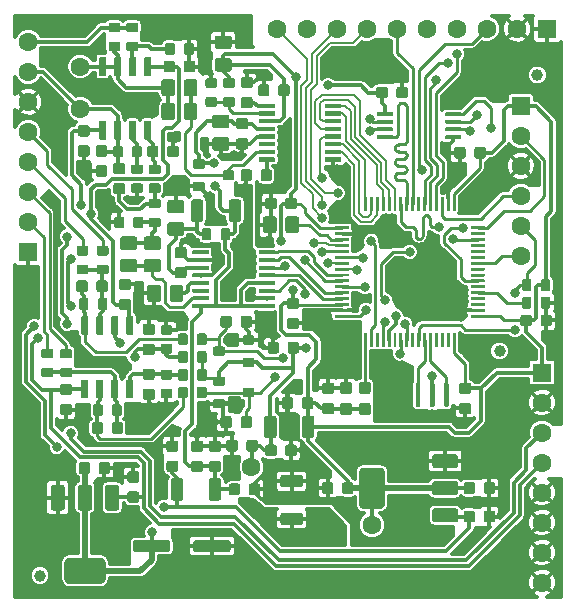
<source format=gbl>
G04 #@! TF.FileFunction,Copper,L2,Bot,Signal*
%FSLAX46Y46*%
G04 Gerber Fmt 4.6, Leading zero omitted, Abs format (unit mm)*
G04 Created by KiCad (PCBNEW (2016-08-20 BZR 7083)-product) date Fri Jun  8 01:00:13 2018*
%MOMM*%
%LPD*%
G01*
G04 APERTURE LIST*
%ADD10C,0.100000*%
%ADD11C,1.000000*%
%ADD12C,1.600000*%
%ADD13R,1.600000X1.600000*%
%ADD14C,0.800000*%
%ADD15C,0.300000*%
%ADD16C,0.250000*%
%ADD17C,0.500000*%
%ADD18C,0.200000*%
%ADD19C,0.299000*%
G04 APERTURE END LIST*
D10*
G36*
X20328623Y42724085D02*
X20347067Y42721349D01*
X20365154Y42716819D01*
X20382710Y42710537D01*
X20399565Y42702565D01*
X20415558Y42692979D01*
X20430535Y42681872D01*
X20444350Y42669350D01*
X20456872Y42655535D01*
X20467979Y42640558D01*
X20477565Y42624565D01*
X20485537Y42607710D01*
X20491819Y42590154D01*
X20496349Y42572067D01*
X20499085Y42553623D01*
X20500000Y42535000D01*
X20500000Y41965000D01*
X20499085Y41946377D01*
X20496349Y41927933D01*
X20491819Y41909846D01*
X20485537Y41892290D01*
X20477565Y41875435D01*
X20467979Y41859442D01*
X20456872Y41844465D01*
X20444350Y41830650D01*
X20430535Y41818128D01*
X20415558Y41807021D01*
X20399565Y41797435D01*
X20382710Y41789463D01*
X20365154Y41783181D01*
X20347067Y41778651D01*
X20328623Y41775915D01*
X20310000Y41775000D01*
X19690000Y41775000D01*
X19671377Y41775915D01*
X19652933Y41778651D01*
X19634846Y41783181D01*
X19617290Y41789463D01*
X19600435Y41797435D01*
X19584442Y41807021D01*
X19569465Y41818128D01*
X19555650Y41830650D01*
X19543128Y41844465D01*
X19532021Y41859442D01*
X19522435Y41875435D01*
X19514463Y41892290D01*
X19508181Y41909846D01*
X19503651Y41927933D01*
X19500915Y41946377D01*
X19500000Y41965000D01*
X19500000Y42535000D01*
X19500915Y42553623D01*
X19503651Y42572067D01*
X19508181Y42590154D01*
X19514463Y42607710D01*
X19522435Y42624565D01*
X19532021Y42640558D01*
X19543128Y42655535D01*
X19555650Y42669350D01*
X19569465Y42681872D01*
X19584442Y42692979D01*
X19600435Y42702565D01*
X19617290Y42710537D01*
X19634846Y42716819D01*
X19652933Y42721349D01*
X19671377Y42724085D01*
X19690000Y42725000D01*
X20310000Y42725000D01*
X20328623Y42724085D01*
X20328623Y42724085D01*
G37*
G36*
X20328623Y44424085D02*
X20347067Y44421349D01*
X20365154Y44416819D01*
X20382710Y44410537D01*
X20399565Y44402565D01*
X20415558Y44392979D01*
X20430535Y44381872D01*
X20444350Y44369350D01*
X20456872Y44355535D01*
X20467979Y44340558D01*
X20477565Y44324565D01*
X20485537Y44307710D01*
X20491819Y44290154D01*
X20496349Y44272067D01*
X20499085Y44253623D01*
X20500000Y44235000D01*
X20500000Y43665000D01*
X20499085Y43646377D01*
X20496349Y43627933D01*
X20491819Y43609846D01*
X20485537Y43592290D01*
X20477565Y43575435D01*
X20467979Y43559442D01*
X20456872Y43544465D01*
X20444350Y43530650D01*
X20430535Y43518128D01*
X20415558Y43507021D01*
X20399565Y43497435D01*
X20382710Y43489463D01*
X20365154Y43483181D01*
X20347067Y43478651D01*
X20328623Y43475915D01*
X20310000Y43475000D01*
X19690000Y43475000D01*
X19671377Y43475915D01*
X19652933Y43478651D01*
X19634846Y43483181D01*
X19617290Y43489463D01*
X19600435Y43497435D01*
X19584442Y43507021D01*
X19569465Y43518128D01*
X19555650Y43530650D01*
X19543128Y43544465D01*
X19532021Y43559442D01*
X19522435Y43575435D01*
X19514463Y43592290D01*
X19508181Y43609846D01*
X19503651Y43627933D01*
X19500915Y43646377D01*
X19500000Y43665000D01*
X19500000Y44235000D01*
X19500915Y44253623D01*
X19503651Y44272067D01*
X19508181Y44290154D01*
X19514463Y44307710D01*
X19522435Y44324565D01*
X19532021Y44340558D01*
X19543128Y44355535D01*
X19555650Y44369350D01*
X19569465Y44381872D01*
X19584442Y44392979D01*
X19600435Y44402565D01*
X19617290Y44410537D01*
X19634846Y44416819D01*
X19652933Y44421349D01*
X19671377Y44424085D01*
X19690000Y44425000D01*
X20310000Y44425000D01*
X20328623Y44424085D01*
X20328623Y44424085D01*
G37*
G36*
X40104901Y24774759D02*
X40109755Y24774039D01*
X40114514Y24772847D01*
X40119134Y24771194D01*
X40123570Y24769096D01*
X40127779Y24766573D01*
X40131720Y24763651D01*
X40135355Y24760355D01*
X40138651Y24756720D01*
X40141573Y24752779D01*
X40144096Y24748570D01*
X40146194Y24744134D01*
X40147847Y24739514D01*
X40149039Y24734755D01*
X40149759Y24729901D01*
X40150000Y24725000D01*
X40150000Y24575000D01*
X40149759Y24570099D01*
X40149039Y24565245D01*
X40147847Y24560486D01*
X40146194Y24555866D01*
X40144096Y24551430D01*
X40141573Y24547221D01*
X40138651Y24543280D01*
X40135355Y24539645D01*
X40131720Y24536349D01*
X40127779Y24533427D01*
X40123570Y24530904D01*
X40119134Y24528806D01*
X40114514Y24527153D01*
X40109755Y24525961D01*
X40104901Y24525241D01*
X40100000Y24525000D01*
X39000000Y24525000D01*
X38995099Y24525241D01*
X38990245Y24525961D01*
X38985486Y24527153D01*
X38980866Y24528806D01*
X38976430Y24530904D01*
X38972221Y24533427D01*
X38968280Y24536349D01*
X38964645Y24539645D01*
X38961349Y24543280D01*
X38958427Y24547221D01*
X38955904Y24551430D01*
X38953806Y24555866D01*
X38952153Y24560486D01*
X38950961Y24565245D01*
X38950241Y24570099D01*
X38950000Y24575000D01*
X38950000Y24725000D01*
X38950241Y24729901D01*
X38950961Y24734755D01*
X38952153Y24739514D01*
X38953806Y24744134D01*
X38955904Y24748570D01*
X38958427Y24752779D01*
X38961349Y24756720D01*
X38964645Y24760355D01*
X38968280Y24763651D01*
X38972221Y24766573D01*
X38976430Y24769096D01*
X38980866Y24771194D01*
X38985486Y24772847D01*
X38990245Y24774039D01*
X38995099Y24774759D01*
X39000000Y24775000D01*
X40100000Y24775000D01*
X40104901Y24774759D01*
X40104901Y24774759D01*
G37*
G36*
X40104901Y24274759D02*
X40109755Y24274039D01*
X40114514Y24272847D01*
X40119134Y24271194D01*
X40123570Y24269096D01*
X40127779Y24266573D01*
X40131720Y24263651D01*
X40135355Y24260355D01*
X40138651Y24256720D01*
X40141573Y24252779D01*
X40144096Y24248570D01*
X40146194Y24244134D01*
X40147847Y24239514D01*
X40149039Y24234755D01*
X40149759Y24229901D01*
X40150000Y24225000D01*
X40150000Y24075000D01*
X40149759Y24070099D01*
X40149039Y24065245D01*
X40147847Y24060486D01*
X40146194Y24055866D01*
X40144096Y24051430D01*
X40141573Y24047221D01*
X40138651Y24043280D01*
X40135355Y24039645D01*
X40131720Y24036349D01*
X40127779Y24033427D01*
X40123570Y24030904D01*
X40119134Y24028806D01*
X40114514Y24027153D01*
X40109755Y24025961D01*
X40104901Y24025241D01*
X40100000Y24025000D01*
X39000000Y24025000D01*
X38995099Y24025241D01*
X38990245Y24025961D01*
X38985486Y24027153D01*
X38980866Y24028806D01*
X38976430Y24030904D01*
X38972221Y24033427D01*
X38968280Y24036349D01*
X38964645Y24039645D01*
X38961349Y24043280D01*
X38958427Y24047221D01*
X38955904Y24051430D01*
X38953806Y24055866D01*
X38952153Y24060486D01*
X38950961Y24065245D01*
X38950241Y24070099D01*
X38950000Y24075000D01*
X38950000Y24225000D01*
X38950241Y24229901D01*
X38950961Y24234755D01*
X38952153Y24239514D01*
X38953806Y24244134D01*
X38955904Y24248570D01*
X38958427Y24252779D01*
X38961349Y24256720D01*
X38964645Y24260355D01*
X38968280Y24263651D01*
X38972221Y24266573D01*
X38976430Y24269096D01*
X38980866Y24271194D01*
X38985486Y24272847D01*
X38990245Y24274039D01*
X38995099Y24274759D01*
X39000000Y24275000D01*
X40100000Y24275000D01*
X40104901Y24274759D01*
X40104901Y24274759D01*
G37*
G36*
X40104901Y25274759D02*
X40109755Y25274039D01*
X40114514Y25272847D01*
X40119134Y25271194D01*
X40123570Y25269096D01*
X40127779Y25266573D01*
X40131720Y25263651D01*
X40135355Y25260355D01*
X40138651Y25256720D01*
X40141573Y25252779D01*
X40144096Y25248570D01*
X40146194Y25244134D01*
X40147847Y25239514D01*
X40149039Y25234755D01*
X40149759Y25229901D01*
X40150000Y25225000D01*
X40150000Y25075000D01*
X40149759Y25070099D01*
X40149039Y25065245D01*
X40147847Y25060486D01*
X40146194Y25055866D01*
X40144096Y25051430D01*
X40141573Y25047221D01*
X40138651Y25043280D01*
X40135355Y25039645D01*
X40131720Y25036349D01*
X40127779Y25033427D01*
X40123570Y25030904D01*
X40119134Y25028806D01*
X40114514Y25027153D01*
X40109755Y25025961D01*
X40104901Y25025241D01*
X40100000Y25025000D01*
X39000000Y25025000D01*
X38995099Y25025241D01*
X38990245Y25025961D01*
X38985486Y25027153D01*
X38980866Y25028806D01*
X38976430Y25030904D01*
X38972221Y25033427D01*
X38968280Y25036349D01*
X38964645Y25039645D01*
X38961349Y25043280D01*
X38958427Y25047221D01*
X38955904Y25051430D01*
X38953806Y25055866D01*
X38952153Y25060486D01*
X38950961Y25065245D01*
X38950241Y25070099D01*
X38950000Y25075000D01*
X38950000Y25225000D01*
X38950241Y25229901D01*
X38950961Y25234755D01*
X38952153Y25239514D01*
X38953806Y25244134D01*
X38955904Y25248570D01*
X38958427Y25252779D01*
X38961349Y25256720D01*
X38964645Y25260355D01*
X38968280Y25263651D01*
X38972221Y25266573D01*
X38976430Y25269096D01*
X38980866Y25271194D01*
X38985486Y25272847D01*
X38990245Y25274039D01*
X38995099Y25274759D01*
X39000000Y25275000D01*
X40100000Y25275000D01*
X40104901Y25274759D01*
X40104901Y25274759D01*
G37*
G36*
X40104901Y25774759D02*
X40109755Y25774039D01*
X40114514Y25772847D01*
X40119134Y25771194D01*
X40123570Y25769096D01*
X40127779Y25766573D01*
X40131720Y25763651D01*
X40135355Y25760355D01*
X40138651Y25756720D01*
X40141573Y25752779D01*
X40144096Y25748570D01*
X40146194Y25744134D01*
X40147847Y25739514D01*
X40149039Y25734755D01*
X40149759Y25729901D01*
X40150000Y25725000D01*
X40150000Y25575000D01*
X40149759Y25570099D01*
X40149039Y25565245D01*
X40147847Y25560486D01*
X40146194Y25555866D01*
X40144096Y25551430D01*
X40141573Y25547221D01*
X40138651Y25543280D01*
X40135355Y25539645D01*
X40131720Y25536349D01*
X40127779Y25533427D01*
X40123570Y25530904D01*
X40119134Y25528806D01*
X40114514Y25527153D01*
X40109755Y25525961D01*
X40104901Y25525241D01*
X40100000Y25525000D01*
X39000000Y25525000D01*
X38995099Y25525241D01*
X38990245Y25525961D01*
X38985486Y25527153D01*
X38980866Y25528806D01*
X38976430Y25530904D01*
X38972221Y25533427D01*
X38968280Y25536349D01*
X38964645Y25539645D01*
X38961349Y25543280D01*
X38958427Y25547221D01*
X38955904Y25551430D01*
X38953806Y25555866D01*
X38952153Y25560486D01*
X38950961Y25565245D01*
X38950241Y25570099D01*
X38950000Y25575000D01*
X38950000Y25725000D01*
X38950241Y25729901D01*
X38950961Y25734755D01*
X38952153Y25739514D01*
X38953806Y25744134D01*
X38955904Y25748570D01*
X38958427Y25752779D01*
X38961349Y25756720D01*
X38964645Y25760355D01*
X38968280Y25763651D01*
X38972221Y25766573D01*
X38976430Y25769096D01*
X38980866Y25771194D01*
X38985486Y25772847D01*
X38990245Y25774039D01*
X38995099Y25774759D01*
X39000000Y25775000D01*
X40100000Y25775000D01*
X40104901Y25774759D01*
X40104901Y25774759D01*
G37*
G36*
X37129901Y34249759D02*
X37134755Y34249039D01*
X37139514Y34247847D01*
X37144134Y34246194D01*
X37148570Y34244096D01*
X37152779Y34241573D01*
X37156720Y34238651D01*
X37160355Y34235355D01*
X37163651Y34231720D01*
X37166573Y34227779D01*
X37169096Y34223570D01*
X37171194Y34219134D01*
X37172847Y34214514D01*
X37174039Y34209755D01*
X37174759Y34204901D01*
X37175000Y34200000D01*
X37175000Y33100000D01*
X37174759Y33095099D01*
X37174039Y33090245D01*
X37172847Y33085486D01*
X37171194Y33080866D01*
X37169096Y33076430D01*
X37166573Y33072221D01*
X37163651Y33068280D01*
X37160355Y33064645D01*
X37156720Y33061349D01*
X37152779Y33058427D01*
X37148570Y33055904D01*
X37144134Y33053806D01*
X37139514Y33052153D01*
X37134755Y33050961D01*
X37129901Y33050241D01*
X37125000Y33050000D01*
X36975000Y33050000D01*
X36970099Y33050241D01*
X36965245Y33050961D01*
X36960486Y33052153D01*
X36955866Y33053806D01*
X36951430Y33055904D01*
X36947221Y33058427D01*
X36943280Y33061349D01*
X36939645Y33064645D01*
X36936349Y33068280D01*
X36933427Y33072221D01*
X36930904Y33076430D01*
X36928806Y33080866D01*
X36927153Y33085486D01*
X36925961Y33090245D01*
X36925241Y33095099D01*
X36925000Y33100000D01*
X36925000Y34200000D01*
X36925241Y34204901D01*
X36925961Y34209755D01*
X36927153Y34214514D01*
X36928806Y34219134D01*
X36930904Y34223570D01*
X36933427Y34227779D01*
X36936349Y34231720D01*
X36939645Y34235355D01*
X36943280Y34238651D01*
X36947221Y34241573D01*
X36951430Y34244096D01*
X36955866Y34246194D01*
X36960486Y34247847D01*
X36965245Y34249039D01*
X36970099Y34249759D01*
X36975000Y34250000D01*
X37125000Y34250000D01*
X37129901Y34249759D01*
X37129901Y34249759D01*
G37*
G36*
X37629901Y34249759D02*
X37634755Y34249039D01*
X37639514Y34247847D01*
X37644134Y34246194D01*
X37648570Y34244096D01*
X37652779Y34241573D01*
X37656720Y34238651D01*
X37660355Y34235355D01*
X37663651Y34231720D01*
X37666573Y34227779D01*
X37669096Y34223570D01*
X37671194Y34219134D01*
X37672847Y34214514D01*
X37674039Y34209755D01*
X37674759Y34204901D01*
X37675000Y34200000D01*
X37675000Y33100000D01*
X37674759Y33095099D01*
X37674039Y33090245D01*
X37672847Y33085486D01*
X37671194Y33080866D01*
X37669096Y33076430D01*
X37666573Y33072221D01*
X37663651Y33068280D01*
X37660355Y33064645D01*
X37656720Y33061349D01*
X37652779Y33058427D01*
X37648570Y33055904D01*
X37644134Y33053806D01*
X37639514Y33052153D01*
X37634755Y33050961D01*
X37629901Y33050241D01*
X37625000Y33050000D01*
X37475000Y33050000D01*
X37470099Y33050241D01*
X37465245Y33050961D01*
X37460486Y33052153D01*
X37455866Y33053806D01*
X37451430Y33055904D01*
X37447221Y33058427D01*
X37443280Y33061349D01*
X37439645Y33064645D01*
X37436349Y33068280D01*
X37433427Y33072221D01*
X37430904Y33076430D01*
X37428806Y33080866D01*
X37427153Y33085486D01*
X37425961Y33090245D01*
X37425241Y33095099D01*
X37425000Y33100000D01*
X37425000Y34200000D01*
X37425241Y34204901D01*
X37425961Y34209755D01*
X37427153Y34214514D01*
X37428806Y34219134D01*
X37430904Y34223570D01*
X37433427Y34227779D01*
X37436349Y34231720D01*
X37439645Y34235355D01*
X37443280Y34238651D01*
X37447221Y34241573D01*
X37451430Y34244096D01*
X37455866Y34246194D01*
X37460486Y34247847D01*
X37465245Y34249039D01*
X37470099Y34249759D01*
X37475000Y34250000D01*
X37625000Y34250000D01*
X37629901Y34249759D01*
X37629901Y34249759D01*
G37*
G36*
X36629901Y34249759D02*
X36634755Y34249039D01*
X36639514Y34247847D01*
X36644134Y34246194D01*
X36648570Y34244096D01*
X36652779Y34241573D01*
X36656720Y34238651D01*
X36660355Y34235355D01*
X36663651Y34231720D01*
X36666573Y34227779D01*
X36669096Y34223570D01*
X36671194Y34219134D01*
X36672847Y34214514D01*
X36674039Y34209755D01*
X36674759Y34204901D01*
X36675000Y34200000D01*
X36675000Y33100000D01*
X36674759Y33095099D01*
X36674039Y33090245D01*
X36672847Y33085486D01*
X36671194Y33080866D01*
X36669096Y33076430D01*
X36666573Y33072221D01*
X36663651Y33068280D01*
X36660355Y33064645D01*
X36656720Y33061349D01*
X36652779Y33058427D01*
X36648570Y33055904D01*
X36644134Y33053806D01*
X36639514Y33052153D01*
X36634755Y33050961D01*
X36629901Y33050241D01*
X36625000Y33050000D01*
X36475000Y33050000D01*
X36470099Y33050241D01*
X36465245Y33050961D01*
X36460486Y33052153D01*
X36455866Y33053806D01*
X36451430Y33055904D01*
X36447221Y33058427D01*
X36443280Y33061349D01*
X36439645Y33064645D01*
X36436349Y33068280D01*
X36433427Y33072221D01*
X36430904Y33076430D01*
X36428806Y33080866D01*
X36427153Y33085486D01*
X36425961Y33090245D01*
X36425241Y33095099D01*
X36425000Y33100000D01*
X36425000Y34200000D01*
X36425241Y34204901D01*
X36425961Y34209755D01*
X36427153Y34214514D01*
X36428806Y34219134D01*
X36430904Y34223570D01*
X36433427Y34227779D01*
X36436349Y34231720D01*
X36439645Y34235355D01*
X36443280Y34238651D01*
X36447221Y34241573D01*
X36451430Y34244096D01*
X36455866Y34246194D01*
X36460486Y34247847D01*
X36465245Y34249039D01*
X36470099Y34249759D01*
X36475000Y34250000D01*
X36625000Y34250000D01*
X36629901Y34249759D01*
X36629901Y34249759D01*
G37*
G36*
X36129901Y34249759D02*
X36134755Y34249039D01*
X36139514Y34247847D01*
X36144134Y34246194D01*
X36148570Y34244096D01*
X36152779Y34241573D01*
X36156720Y34238651D01*
X36160355Y34235355D01*
X36163651Y34231720D01*
X36166573Y34227779D01*
X36169096Y34223570D01*
X36171194Y34219134D01*
X36172847Y34214514D01*
X36174039Y34209755D01*
X36174759Y34204901D01*
X36175000Y34200000D01*
X36175000Y33100000D01*
X36174759Y33095099D01*
X36174039Y33090245D01*
X36172847Y33085486D01*
X36171194Y33080866D01*
X36169096Y33076430D01*
X36166573Y33072221D01*
X36163651Y33068280D01*
X36160355Y33064645D01*
X36156720Y33061349D01*
X36152779Y33058427D01*
X36148570Y33055904D01*
X36144134Y33053806D01*
X36139514Y33052153D01*
X36134755Y33050961D01*
X36129901Y33050241D01*
X36125000Y33050000D01*
X35975000Y33050000D01*
X35970099Y33050241D01*
X35965245Y33050961D01*
X35960486Y33052153D01*
X35955866Y33053806D01*
X35951430Y33055904D01*
X35947221Y33058427D01*
X35943280Y33061349D01*
X35939645Y33064645D01*
X35936349Y33068280D01*
X35933427Y33072221D01*
X35930904Y33076430D01*
X35928806Y33080866D01*
X35927153Y33085486D01*
X35925961Y33090245D01*
X35925241Y33095099D01*
X35925000Y33100000D01*
X35925000Y34200000D01*
X35925241Y34204901D01*
X35925961Y34209755D01*
X35927153Y34214514D01*
X35928806Y34219134D01*
X35930904Y34223570D01*
X35933427Y34227779D01*
X35936349Y34231720D01*
X35939645Y34235355D01*
X35943280Y34238651D01*
X35947221Y34241573D01*
X35951430Y34244096D01*
X35955866Y34246194D01*
X35960486Y34247847D01*
X35965245Y34249039D01*
X35970099Y34249759D01*
X35975000Y34250000D01*
X36125000Y34250000D01*
X36129901Y34249759D01*
X36129901Y34249759D01*
G37*
G36*
X34129901Y34249759D02*
X34134755Y34249039D01*
X34139514Y34247847D01*
X34144134Y34246194D01*
X34148570Y34244096D01*
X34152779Y34241573D01*
X34156720Y34238651D01*
X34160355Y34235355D01*
X34163651Y34231720D01*
X34166573Y34227779D01*
X34169096Y34223570D01*
X34171194Y34219134D01*
X34172847Y34214514D01*
X34174039Y34209755D01*
X34174759Y34204901D01*
X34175000Y34200000D01*
X34175000Y33100000D01*
X34174759Y33095099D01*
X34174039Y33090245D01*
X34172847Y33085486D01*
X34171194Y33080866D01*
X34169096Y33076430D01*
X34166573Y33072221D01*
X34163651Y33068280D01*
X34160355Y33064645D01*
X34156720Y33061349D01*
X34152779Y33058427D01*
X34148570Y33055904D01*
X34144134Y33053806D01*
X34139514Y33052153D01*
X34134755Y33050961D01*
X34129901Y33050241D01*
X34125000Y33050000D01*
X33975000Y33050000D01*
X33970099Y33050241D01*
X33965245Y33050961D01*
X33960486Y33052153D01*
X33955866Y33053806D01*
X33951430Y33055904D01*
X33947221Y33058427D01*
X33943280Y33061349D01*
X33939645Y33064645D01*
X33936349Y33068280D01*
X33933427Y33072221D01*
X33930904Y33076430D01*
X33928806Y33080866D01*
X33927153Y33085486D01*
X33925961Y33090245D01*
X33925241Y33095099D01*
X33925000Y33100000D01*
X33925000Y34200000D01*
X33925241Y34204901D01*
X33925961Y34209755D01*
X33927153Y34214514D01*
X33928806Y34219134D01*
X33930904Y34223570D01*
X33933427Y34227779D01*
X33936349Y34231720D01*
X33939645Y34235355D01*
X33943280Y34238651D01*
X33947221Y34241573D01*
X33951430Y34244096D01*
X33955866Y34246194D01*
X33960486Y34247847D01*
X33965245Y34249039D01*
X33970099Y34249759D01*
X33975000Y34250000D01*
X34125000Y34250000D01*
X34129901Y34249759D01*
X34129901Y34249759D01*
G37*
G36*
X34629901Y34249759D02*
X34634755Y34249039D01*
X34639514Y34247847D01*
X34644134Y34246194D01*
X34648570Y34244096D01*
X34652779Y34241573D01*
X34656720Y34238651D01*
X34660355Y34235355D01*
X34663651Y34231720D01*
X34666573Y34227779D01*
X34669096Y34223570D01*
X34671194Y34219134D01*
X34672847Y34214514D01*
X34674039Y34209755D01*
X34674759Y34204901D01*
X34675000Y34200000D01*
X34675000Y33100000D01*
X34674759Y33095099D01*
X34674039Y33090245D01*
X34672847Y33085486D01*
X34671194Y33080866D01*
X34669096Y33076430D01*
X34666573Y33072221D01*
X34663651Y33068280D01*
X34660355Y33064645D01*
X34656720Y33061349D01*
X34652779Y33058427D01*
X34648570Y33055904D01*
X34644134Y33053806D01*
X34639514Y33052153D01*
X34634755Y33050961D01*
X34629901Y33050241D01*
X34625000Y33050000D01*
X34475000Y33050000D01*
X34470099Y33050241D01*
X34465245Y33050961D01*
X34460486Y33052153D01*
X34455866Y33053806D01*
X34451430Y33055904D01*
X34447221Y33058427D01*
X34443280Y33061349D01*
X34439645Y33064645D01*
X34436349Y33068280D01*
X34433427Y33072221D01*
X34430904Y33076430D01*
X34428806Y33080866D01*
X34427153Y33085486D01*
X34425961Y33090245D01*
X34425241Y33095099D01*
X34425000Y33100000D01*
X34425000Y34200000D01*
X34425241Y34204901D01*
X34425961Y34209755D01*
X34427153Y34214514D01*
X34428806Y34219134D01*
X34430904Y34223570D01*
X34433427Y34227779D01*
X34436349Y34231720D01*
X34439645Y34235355D01*
X34443280Y34238651D01*
X34447221Y34241573D01*
X34451430Y34244096D01*
X34455866Y34246194D01*
X34460486Y34247847D01*
X34465245Y34249039D01*
X34470099Y34249759D01*
X34475000Y34250000D01*
X34625000Y34250000D01*
X34629901Y34249759D01*
X34629901Y34249759D01*
G37*
G36*
X35629901Y34249759D02*
X35634755Y34249039D01*
X35639514Y34247847D01*
X35644134Y34246194D01*
X35648570Y34244096D01*
X35652779Y34241573D01*
X35656720Y34238651D01*
X35660355Y34235355D01*
X35663651Y34231720D01*
X35666573Y34227779D01*
X35669096Y34223570D01*
X35671194Y34219134D01*
X35672847Y34214514D01*
X35674039Y34209755D01*
X35674759Y34204901D01*
X35675000Y34200000D01*
X35675000Y33100000D01*
X35674759Y33095099D01*
X35674039Y33090245D01*
X35672847Y33085486D01*
X35671194Y33080866D01*
X35669096Y33076430D01*
X35666573Y33072221D01*
X35663651Y33068280D01*
X35660355Y33064645D01*
X35656720Y33061349D01*
X35652779Y33058427D01*
X35648570Y33055904D01*
X35644134Y33053806D01*
X35639514Y33052153D01*
X35634755Y33050961D01*
X35629901Y33050241D01*
X35625000Y33050000D01*
X35475000Y33050000D01*
X35470099Y33050241D01*
X35465245Y33050961D01*
X35460486Y33052153D01*
X35455866Y33053806D01*
X35451430Y33055904D01*
X35447221Y33058427D01*
X35443280Y33061349D01*
X35439645Y33064645D01*
X35436349Y33068280D01*
X35433427Y33072221D01*
X35430904Y33076430D01*
X35428806Y33080866D01*
X35427153Y33085486D01*
X35425961Y33090245D01*
X35425241Y33095099D01*
X35425000Y33100000D01*
X35425000Y34200000D01*
X35425241Y34204901D01*
X35425961Y34209755D01*
X35427153Y34214514D01*
X35428806Y34219134D01*
X35430904Y34223570D01*
X35433427Y34227779D01*
X35436349Y34231720D01*
X35439645Y34235355D01*
X35443280Y34238651D01*
X35447221Y34241573D01*
X35451430Y34244096D01*
X35455866Y34246194D01*
X35460486Y34247847D01*
X35465245Y34249039D01*
X35470099Y34249759D01*
X35475000Y34250000D01*
X35625000Y34250000D01*
X35629901Y34249759D01*
X35629901Y34249759D01*
G37*
G36*
X35129901Y34249759D02*
X35134755Y34249039D01*
X35139514Y34247847D01*
X35144134Y34246194D01*
X35148570Y34244096D01*
X35152779Y34241573D01*
X35156720Y34238651D01*
X35160355Y34235355D01*
X35163651Y34231720D01*
X35166573Y34227779D01*
X35169096Y34223570D01*
X35171194Y34219134D01*
X35172847Y34214514D01*
X35174039Y34209755D01*
X35174759Y34204901D01*
X35175000Y34200000D01*
X35175000Y33100000D01*
X35174759Y33095099D01*
X35174039Y33090245D01*
X35172847Y33085486D01*
X35171194Y33080866D01*
X35169096Y33076430D01*
X35166573Y33072221D01*
X35163651Y33068280D01*
X35160355Y33064645D01*
X35156720Y33061349D01*
X35152779Y33058427D01*
X35148570Y33055904D01*
X35144134Y33053806D01*
X35139514Y33052153D01*
X35134755Y33050961D01*
X35129901Y33050241D01*
X35125000Y33050000D01*
X34975000Y33050000D01*
X34970099Y33050241D01*
X34965245Y33050961D01*
X34960486Y33052153D01*
X34955866Y33053806D01*
X34951430Y33055904D01*
X34947221Y33058427D01*
X34943280Y33061349D01*
X34939645Y33064645D01*
X34936349Y33068280D01*
X34933427Y33072221D01*
X34930904Y33076430D01*
X34928806Y33080866D01*
X34927153Y33085486D01*
X34925961Y33090245D01*
X34925241Y33095099D01*
X34925000Y33100000D01*
X34925000Y34200000D01*
X34925241Y34204901D01*
X34925961Y34209755D01*
X34927153Y34214514D01*
X34928806Y34219134D01*
X34930904Y34223570D01*
X34933427Y34227779D01*
X34936349Y34231720D01*
X34939645Y34235355D01*
X34943280Y34238651D01*
X34947221Y34241573D01*
X34951430Y34244096D01*
X34955866Y34246194D01*
X34960486Y34247847D01*
X34965245Y34249039D01*
X34970099Y34249759D01*
X34975000Y34250000D01*
X35125000Y34250000D01*
X35129901Y34249759D01*
X35129901Y34249759D01*
G37*
G36*
X33129901Y34249759D02*
X33134755Y34249039D01*
X33139514Y34247847D01*
X33144134Y34246194D01*
X33148570Y34244096D01*
X33152779Y34241573D01*
X33156720Y34238651D01*
X33160355Y34235355D01*
X33163651Y34231720D01*
X33166573Y34227779D01*
X33169096Y34223570D01*
X33171194Y34219134D01*
X33172847Y34214514D01*
X33174039Y34209755D01*
X33174759Y34204901D01*
X33175000Y34200000D01*
X33175000Y33100000D01*
X33174759Y33095099D01*
X33174039Y33090245D01*
X33172847Y33085486D01*
X33171194Y33080866D01*
X33169096Y33076430D01*
X33166573Y33072221D01*
X33163651Y33068280D01*
X33160355Y33064645D01*
X33156720Y33061349D01*
X33152779Y33058427D01*
X33148570Y33055904D01*
X33144134Y33053806D01*
X33139514Y33052153D01*
X33134755Y33050961D01*
X33129901Y33050241D01*
X33125000Y33050000D01*
X32975000Y33050000D01*
X32970099Y33050241D01*
X32965245Y33050961D01*
X32960486Y33052153D01*
X32955866Y33053806D01*
X32951430Y33055904D01*
X32947221Y33058427D01*
X32943280Y33061349D01*
X32939645Y33064645D01*
X32936349Y33068280D01*
X32933427Y33072221D01*
X32930904Y33076430D01*
X32928806Y33080866D01*
X32927153Y33085486D01*
X32925961Y33090245D01*
X32925241Y33095099D01*
X32925000Y33100000D01*
X32925000Y34200000D01*
X32925241Y34204901D01*
X32925961Y34209755D01*
X32927153Y34214514D01*
X32928806Y34219134D01*
X32930904Y34223570D01*
X32933427Y34227779D01*
X32936349Y34231720D01*
X32939645Y34235355D01*
X32943280Y34238651D01*
X32947221Y34241573D01*
X32951430Y34244096D01*
X32955866Y34246194D01*
X32960486Y34247847D01*
X32965245Y34249039D01*
X32970099Y34249759D01*
X32975000Y34250000D01*
X33125000Y34250000D01*
X33129901Y34249759D01*
X33129901Y34249759D01*
G37*
G36*
X33629901Y34249759D02*
X33634755Y34249039D01*
X33639514Y34247847D01*
X33644134Y34246194D01*
X33648570Y34244096D01*
X33652779Y34241573D01*
X33656720Y34238651D01*
X33660355Y34235355D01*
X33663651Y34231720D01*
X33666573Y34227779D01*
X33669096Y34223570D01*
X33671194Y34219134D01*
X33672847Y34214514D01*
X33674039Y34209755D01*
X33674759Y34204901D01*
X33675000Y34200000D01*
X33675000Y33100000D01*
X33674759Y33095099D01*
X33674039Y33090245D01*
X33672847Y33085486D01*
X33671194Y33080866D01*
X33669096Y33076430D01*
X33666573Y33072221D01*
X33663651Y33068280D01*
X33660355Y33064645D01*
X33656720Y33061349D01*
X33652779Y33058427D01*
X33648570Y33055904D01*
X33644134Y33053806D01*
X33639514Y33052153D01*
X33634755Y33050961D01*
X33629901Y33050241D01*
X33625000Y33050000D01*
X33475000Y33050000D01*
X33470099Y33050241D01*
X33465245Y33050961D01*
X33460486Y33052153D01*
X33455866Y33053806D01*
X33451430Y33055904D01*
X33447221Y33058427D01*
X33443280Y33061349D01*
X33439645Y33064645D01*
X33436349Y33068280D01*
X33433427Y33072221D01*
X33430904Y33076430D01*
X33428806Y33080866D01*
X33427153Y33085486D01*
X33425961Y33090245D01*
X33425241Y33095099D01*
X33425000Y33100000D01*
X33425000Y34200000D01*
X33425241Y34204901D01*
X33425961Y34209755D01*
X33427153Y34214514D01*
X33428806Y34219134D01*
X33430904Y34223570D01*
X33433427Y34227779D01*
X33436349Y34231720D01*
X33439645Y34235355D01*
X33443280Y34238651D01*
X33447221Y34241573D01*
X33451430Y34244096D01*
X33455866Y34246194D01*
X33460486Y34247847D01*
X33465245Y34249039D01*
X33470099Y34249759D01*
X33475000Y34250000D01*
X33625000Y34250000D01*
X33629901Y34249759D01*
X33629901Y34249759D01*
G37*
G36*
X32629901Y34249759D02*
X32634755Y34249039D01*
X32639514Y34247847D01*
X32644134Y34246194D01*
X32648570Y34244096D01*
X32652779Y34241573D01*
X32656720Y34238651D01*
X32660355Y34235355D01*
X32663651Y34231720D01*
X32666573Y34227779D01*
X32669096Y34223570D01*
X32671194Y34219134D01*
X32672847Y34214514D01*
X32674039Y34209755D01*
X32674759Y34204901D01*
X32675000Y34200000D01*
X32675000Y33100000D01*
X32674759Y33095099D01*
X32674039Y33090245D01*
X32672847Y33085486D01*
X32671194Y33080866D01*
X32669096Y33076430D01*
X32666573Y33072221D01*
X32663651Y33068280D01*
X32660355Y33064645D01*
X32656720Y33061349D01*
X32652779Y33058427D01*
X32648570Y33055904D01*
X32644134Y33053806D01*
X32639514Y33052153D01*
X32634755Y33050961D01*
X32629901Y33050241D01*
X32625000Y33050000D01*
X32475000Y33050000D01*
X32470099Y33050241D01*
X32465245Y33050961D01*
X32460486Y33052153D01*
X32455866Y33053806D01*
X32451430Y33055904D01*
X32447221Y33058427D01*
X32443280Y33061349D01*
X32439645Y33064645D01*
X32436349Y33068280D01*
X32433427Y33072221D01*
X32430904Y33076430D01*
X32428806Y33080866D01*
X32427153Y33085486D01*
X32425961Y33090245D01*
X32425241Y33095099D01*
X32425000Y33100000D01*
X32425000Y34200000D01*
X32425241Y34204901D01*
X32425961Y34209755D01*
X32427153Y34214514D01*
X32428806Y34219134D01*
X32430904Y34223570D01*
X32433427Y34227779D01*
X32436349Y34231720D01*
X32439645Y34235355D01*
X32443280Y34238651D01*
X32447221Y34241573D01*
X32451430Y34244096D01*
X32455866Y34246194D01*
X32460486Y34247847D01*
X32465245Y34249039D01*
X32470099Y34249759D01*
X32475000Y34250000D01*
X32625000Y34250000D01*
X32629901Y34249759D01*
X32629901Y34249759D01*
G37*
G36*
X32129901Y34249759D02*
X32134755Y34249039D01*
X32139514Y34247847D01*
X32144134Y34246194D01*
X32148570Y34244096D01*
X32152779Y34241573D01*
X32156720Y34238651D01*
X32160355Y34235355D01*
X32163651Y34231720D01*
X32166573Y34227779D01*
X32169096Y34223570D01*
X32171194Y34219134D01*
X32172847Y34214514D01*
X32174039Y34209755D01*
X32174759Y34204901D01*
X32175000Y34200000D01*
X32175000Y33100000D01*
X32174759Y33095099D01*
X32174039Y33090245D01*
X32172847Y33085486D01*
X32171194Y33080866D01*
X32169096Y33076430D01*
X32166573Y33072221D01*
X32163651Y33068280D01*
X32160355Y33064645D01*
X32156720Y33061349D01*
X32152779Y33058427D01*
X32148570Y33055904D01*
X32144134Y33053806D01*
X32139514Y33052153D01*
X32134755Y33050961D01*
X32129901Y33050241D01*
X32125000Y33050000D01*
X31975000Y33050000D01*
X31970099Y33050241D01*
X31965245Y33050961D01*
X31960486Y33052153D01*
X31955866Y33053806D01*
X31951430Y33055904D01*
X31947221Y33058427D01*
X31943280Y33061349D01*
X31939645Y33064645D01*
X31936349Y33068280D01*
X31933427Y33072221D01*
X31930904Y33076430D01*
X31928806Y33080866D01*
X31927153Y33085486D01*
X31925961Y33090245D01*
X31925241Y33095099D01*
X31925000Y33100000D01*
X31925000Y34200000D01*
X31925241Y34204901D01*
X31925961Y34209755D01*
X31927153Y34214514D01*
X31928806Y34219134D01*
X31930904Y34223570D01*
X31933427Y34227779D01*
X31936349Y34231720D01*
X31939645Y34235355D01*
X31943280Y34238651D01*
X31947221Y34241573D01*
X31951430Y34244096D01*
X31955866Y34246194D01*
X31960486Y34247847D01*
X31965245Y34249039D01*
X31970099Y34249759D01*
X31975000Y34250000D01*
X32125000Y34250000D01*
X32129901Y34249759D01*
X32129901Y34249759D01*
G37*
G36*
X40104901Y31774759D02*
X40109755Y31774039D01*
X40114514Y31772847D01*
X40119134Y31771194D01*
X40123570Y31769096D01*
X40127779Y31766573D01*
X40131720Y31763651D01*
X40135355Y31760355D01*
X40138651Y31756720D01*
X40141573Y31752779D01*
X40144096Y31748570D01*
X40146194Y31744134D01*
X40147847Y31739514D01*
X40149039Y31734755D01*
X40149759Y31729901D01*
X40150000Y31725000D01*
X40150000Y31575000D01*
X40149759Y31570099D01*
X40149039Y31565245D01*
X40147847Y31560486D01*
X40146194Y31555866D01*
X40144096Y31551430D01*
X40141573Y31547221D01*
X40138651Y31543280D01*
X40135355Y31539645D01*
X40131720Y31536349D01*
X40127779Y31533427D01*
X40123570Y31530904D01*
X40119134Y31528806D01*
X40114514Y31527153D01*
X40109755Y31525961D01*
X40104901Y31525241D01*
X40100000Y31525000D01*
X39000000Y31525000D01*
X38995099Y31525241D01*
X38990245Y31525961D01*
X38985486Y31527153D01*
X38980866Y31528806D01*
X38976430Y31530904D01*
X38972221Y31533427D01*
X38968280Y31536349D01*
X38964645Y31539645D01*
X38961349Y31543280D01*
X38958427Y31547221D01*
X38955904Y31551430D01*
X38953806Y31555866D01*
X38952153Y31560486D01*
X38950961Y31565245D01*
X38950241Y31570099D01*
X38950000Y31575000D01*
X38950000Y31725000D01*
X38950241Y31729901D01*
X38950961Y31734755D01*
X38952153Y31739514D01*
X38953806Y31744134D01*
X38955904Y31748570D01*
X38958427Y31752779D01*
X38961349Y31756720D01*
X38964645Y31760355D01*
X38968280Y31763651D01*
X38972221Y31766573D01*
X38976430Y31769096D01*
X38980866Y31771194D01*
X38985486Y31772847D01*
X38990245Y31774039D01*
X38995099Y31774759D01*
X39000000Y31775000D01*
X40100000Y31775000D01*
X40104901Y31774759D01*
X40104901Y31774759D01*
G37*
G36*
X40104901Y31274759D02*
X40109755Y31274039D01*
X40114514Y31272847D01*
X40119134Y31271194D01*
X40123570Y31269096D01*
X40127779Y31266573D01*
X40131720Y31263651D01*
X40135355Y31260355D01*
X40138651Y31256720D01*
X40141573Y31252779D01*
X40144096Y31248570D01*
X40146194Y31244134D01*
X40147847Y31239514D01*
X40149039Y31234755D01*
X40149759Y31229901D01*
X40150000Y31225000D01*
X40150000Y31075000D01*
X40149759Y31070099D01*
X40149039Y31065245D01*
X40147847Y31060486D01*
X40146194Y31055866D01*
X40144096Y31051430D01*
X40141573Y31047221D01*
X40138651Y31043280D01*
X40135355Y31039645D01*
X40131720Y31036349D01*
X40127779Y31033427D01*
X40123570Y31030904D01*
X40119134Y31028806D01*
X40114514Y31027153D01*
X40109755Y31025961D01*
X40104901Y31025241D01*
X40100000Y31025000D01*
X39000000Y31025000D01*
X38995099Y31025241D01*
X38990245Y31025961D01*
X38985486Y31027153D01*
X38980866Y31028806D01*
X38976430Y31030904D01*
X38972221Y31033427D01*
X38968280Y31036349D01*
X38964645Y31039645D01*
X38961349Y31043280D01*
X38958427Y31047221D01*
X38955904Y31051430D01*
X38953806Y31055866D01*
X38952153Y31060486D01*
X38950961Y31065245D01*
X38950241Y31070099D01*
X38950000Y31075000D01*
X38950000Y31225000D01*
X38950241Y31229901D01*
X38950961Y31234755D01*
X38952153Y31239514D01*
X38953806Y31244134D01*
X38955904Y31248570D01*
X38958427Y31252779D01*
X38961349Y31256720D01*
X38964645Y31260355D01*
X38968280Y31263651D01*
X38972221Y31266573D01*
X38976430Y31269096D01*
X38980866Y31271194D01*
X38985486Y31272847D01*
X38990245Y31274039D01*
X38995099Y31274759D01*
X39000000Y31275000D01*
X40100000Y31275000D01*
X40104901Y31274759D01*
X40104901Y31274759D01*
G37*
G36*
X40104901Y30274759D02*
X40109755Y30274039D01*
X40114514Y30272847D01*
X40119134Y30271194D01*
X40123570Y30269096D01*
X40127779Y30266573D01*
X40131720Y30263651D01*
X40135355Y30260355D01*
X40138651Y30256720D01*
X40141573Y30252779D01*
X40144096Y30248570D01*
X40146194Y30244134D01*
X40147847Y30239514D01*
X40149039Y30234755D01*
X40149759Y30229901D01*
X40150000Y30225000D01*
X40150000Y30075000D01*
X40149759Y30070099D01*
X40149039Y30065245D01*
X40147847Y30060486D01*
X40146194Y30055866D01*
X40144096Y30051430D01*
X40141573Y30047221D01*
X40138651Y30043280D01*
X40135355Y30039645D01*
X40131720Y30036349D01*
X40127779Y30033427D01*
X40123570Y30030904D01*
X40119134Y30028806D01*
X40114514Y30027153D01*
X40109755Y30025961D01*
X40104901Y30025241D01*
X40100000Y30025000D01*
X39000000Y30025000D01*
X38995099Y30025241D01*
X38990245Y30025961D01*
X38985486Y30027153D01*
X38980866Y30028806D01*
X38976430Y30030904D01*
X38972221Y30033427D01*
X38968280Y30036349D01*
X38964645Y30039645D01*
X38961349Y30043280D01*
X38958427Y30047221D01*
X38955904Y30051430D01*
X38953806Y30055866D01*
X38952153Y30060486D01*
X38950961Y30065245D01*
X38950241Y30070099D01*
X38950000Y30075000D01*
X38950000Y30225000D01*
X38950241Y30229901D01*
X38950961Y30234755D01*
X38952153Y30239514D01*
X38953806Y30244134D01*
X38955904Y30248570D01*
X38958427Y30252779D01*
X38961349Y30256720D01*
X38964645Y30260355D01*
X38968280Y30263651D01*
X38972221Y30266573D01*
X38976430Y30269096D01*
X38980866Y30271194D01*
X38985486Y30272847D01*
X38990245Y30274039D01*
X38995099Y30274759D01*
X39000000Y30275000D01*
X40100000Y30275000D01*
X40104901Y30274759D01*
X40104901Y30274759D01*
G37*
G36*
X40104901Y30774759D02*
X40109755Y30774039D01*
X40114514Y30772847D01*
X40119134Y30771194D01*
X40123570Y30769096D01*
X40127779Y30766573D01*
X40131720Y30763651D01*
X40135355Y30760355D01*
X40138651Y30756720D01*
X40141573Y30752779D01*
X40144096Y30748570D01*
X40146194Y30744134D01*
X40147847Y30739514D01*
X40149039Y30734755D01*
X40149759Y30729901D01*
X40150000Y30725000D01*
X40150000Y30575000D01*
X40149759Y30570099D01*
X40149039Y30565245D01*
X40147847Y30560486D01*
X40146194Y30555866D01*
X40144096Y30551430D01*
X40141573Y30547221D01*
X40138651Y30543280D01*
X40135355Y30539645D01*
X40131720Y30536349D01*
X40127779Y30533427D01*
X40123570Y30530904D01*
X40119134Y30528806D01*
X40114514Y30527153D01*
X40109755Y30525961D01*
X40104901Y30525241D01*
X40100000Y30525000D01*
X39000000Y30525000D01*
X38995099Y30525241D01*
X38990245Y30525961D01*
X38985486Y30527153D01*
X38980866Y30528806D01*
X38976430Y30530904D01*
X38972221Y30533427D01*
X38968280Y30536349D01*
X38964645Y30539645D01*
X38961349Y30543280D01*
X38958427Y30547221D01*
X38955904Y30551430D01*
X38953806Y30555866D01*
X38952153Y30560486D01*
X38950961Y30565245D01*
X38950241Y30570099D01*
X38950000Y30575000D01*
X38950000Y30725000D01*
X38950241Y30729901D01*
X38950961Y30734755D01*
X38952153Y30739514D01*
X38953806Y30744134D01*
X38955904Y30748570D01*
X38958427Y30752779D01*
X38961349Y30756720D01*
X38964645Y30760355D01*
X38968280Y30763651D01*
X38972221Y30766573D01*
X38976430Y30769096D01*
X38980866Y30771194D01*
X38985486Y30772847D01*
X38990245Y30774039D01*
X38995099Y30774759D01*
X39000000Y30775000D01*
X40100000Y30775000D01*
X40104901Y30774759D01*
X40104901Y30774759D01*
G37*
G36*
X40104901Y28774759D02*
X40109755Y28774039D01*
X40114514Y28772847D01*
X40119134Y28771194D01*
X40123570Y28769096D01*
X40127779Y28766573D01*
X40131720Y28763651D01*
X40135355Y28760355D01*
X40138651Y28756720D01*
X40141573Y28752779D01*
X40144096Y28748570D01*
X40146194Y28744134D01*
X40147847Y28739514D01*
X40149039Y28734755D01*
X40149759Y28729901D01*
X40150000Y28725000D01*
X40150000Y28575000D01*
X40149759Y28570099D01*
X40149039Y28565245D01*
X40147847Y28560486D01*
X40146194Y28555866D01*
X40144096Y28551430D01*
X40141573Y28547221D01*
X40138651Y28543280D01*
X40135355Y28539645D01*
X40131720Y28536349D01*
X40127779Y28533427D01*
X40123570Y28530904D01*
X40119134Y28528806D01*
X40114514Y28527153D01*
X40109755Y28525961D01*
X40104901Y28525241D01*
X40100000Y28525000D01*
X39000000Y28525000D01*
X38995099Y28525241D01*
X38990245Y28525961D01*
X38985486Y28527153D01*
X38980866Y28528806D01*
X38976430Y28530904D01*
X38972221Y28533427D01*
X38968280Y28536349D01*
X38964645Y28539645D01*
X38961349Y28543280D01*
X38958427Y28547221D01*
X38955904Y28551430D01*
X38953806Y28555866D01*
X38952153Y28560486D01*
X38950961Y28565245D01*
X38950241Y28570099D01*
X38950000Y28575000D01*
X38950000Y28725000D01*
X38950241Y28729901D01*
X38950961Y28734755D01*
X38952153Y28739514D01*
X38953806Y28744134D01*
X38955904Y28748570D01*
X38958427Y28752779D01*
X38961349Y28756720D01*
X38964645Y28760355D01*
X38968280Y28763651D01*
X38972221Y28766573D01*
X38976430Y28769096D01*
X38980866Y28771194D01*
X38985486Y28772847D01*
X38990245Y28774039D01*
X38995099Y28774759D01*
X39000000Y28775000D01*
X40100000Y28775000D01*
X40104901Y28774759D01*
X40104901Y28774759D01*
G37*
G36*
X40104901Y28274759D02*
X40109755Y28274039D01*
X40114514Y28272847D01*
X40119134Y28271194D01*
X40123570Y28269096D01*
X40127779Y28266573D01*
X40131720Y28263651D01*
X40135355Y28260355D01*
X40138651Y28256720D01*
X40141573Y28252779D01*
X40144096Y28248570D01*
X40146194Y28244134D01*
X40147847Y28239514D01*
X40149039Y28234755D01*
X40149759Y28229901D01*
X40150000Y28225000D01*
X40150000Y28075000D01*
X40149759Y28070099D01*
X40149039Y28065245D01*
X40147847Y28060486D01*
X40146194Y28055866D01*
X40144096Y28051430D01*
X40141573Y28047221D01*
X40138651Y28043280D01*
X40135355Y28039645D01*
X40131720Y28036349D01*
X40127779Y28033427D01*
X40123570Y28030904D01*
X40119134Y28028806D01*
X40114514Y28027153D01*
X40109755Y28025961D01*
X40104901Y28025241D01*
X40100000Y28025000D01*
X39000000Y28025000D01*
X38995099Y28025241D01*
X38990245Y28025961D01*
X38985486Y28027153D01*
X38980866Y28028806D01*
X38976430Y28030904D01*
X38972221Y28033427D01*
X38968280Y28036349D01*
X38964645Y28039645D01*
X38961349Y28043280D01*
X38958427Y28047221D01*
X38955904Y28051430D01*
X38953806Y28055866D01*
X38952153Y28060486D01*
X38950961Y28065245D01*
X38950241Y28070099D01*
X38950000Y28075000D01*
X38950000Y28225000D01*
X38950241Y28229901D01*
X38950961Y28234755D01*
X38952153Y28239514D01*
X38953806Y28244134D01*
X38955904Y28248570D01*
X38958427Y28252779D01*
X38961349Y28256720D01*
X38964645Y28260355D01*
X38968280Y28263651D01*
X38972221Y28266573D01*
X38976430Y28269096D01*
X38980866Y28271194D01*
X38985486Y28272847D01*
X38990245Y28274039D01*
X38995099Y28274759D01*
X39000000Y28275000D01*
X40100000Y28275000D01*
X40104901Y28274759D01*
X40104901Y28274759D01*
G37*
G36*
X40104901Y29274759D02*
X40109755Y29274039D01*
X40114514Y29272847D01*
X40119134Y29271194D01*
X40123570Y29269096D01*
X40127779Y29266573D01*
X40131720Y29263651D01*
X40135355Y29260355D01*
X40138651Y29256720D01*
X40141573Y29252779D01*
X40144096Y29248570D01*
X40146194Y29244134D01*
X40147847Y29239514D01*
X40149039Y29234755D01*
X40149759Y29229901D01*
X40150000Y29225000D01*
X40150000Y29075000D01*
X40149759Y29070099D01*
X40149039Y29065245D01*
X40147847Y29060486D01*
X40146194Y29055866D01*
X40144096Y29051430D01*
X40141573Y29047221D01*
X40138651Y29043280D01*
X40135355Y29039645D01*
X40131720Y29036349D01*
X40127779Y29033427D01*
X40123570Y29030904D01*
X40119134Y29028806D01*
X40114514Y29027153D01*
X40109755Y29025961D01*
X40104901Y29025241D01*
X40100000Y29025000D01*
X39000000Y29025000D01*
X38995099Y29025241D01*
X38990245Y29025961D01*
X38985486Y29027153D01*
X38980866Y29028806D01*
X38976430Y29030904D01*
X38972221Y29033427D01*
X38968280Y29036349D01*
X38964645Y29039645D01*
X38961349Y29043280D01*
X38958427Y29047221D01*
X38955904Y29051430D01*
X38953806Y29055866D01*
X38952153Y29060486D01*
X38950961Y29065245D01*
X38950241Y29070099D01*
X38950000Y29075000D01*
X38950000Y29225000D01*
X38950241Y29229901D01*
X38950961Y29234755D01*
X38952153Y29239514D01*
X38953806Y29244134D01*
X38955904Y29248570D01*
X38958427Y29252779D01*
X38961349Y29256720D01*
X38964645Y29260355D01*
X38968280Y29263651D01*
X38972221Y29266573D01*
X38976430Y29269096D01*
X38980866Y29271194D01*
X38985486Y29272847D01*
X38990245Y29274039D01*
X38995099Y29274759D01*
X39000000Y29275000D01*
X40100000Y29275000D01*
X40104901Y29274759D01*
X40104901Y29274759D01*
G37*
G36*
X40104901Y29774759D02*
X40109755Y29774039D01*
X40114514Y29772847D01*
X40119134Y29771194D01*
X40123570Y29769096D01*
X40127779Y29766573D01*
X40131720Y29763651D01*
X40135355Y29760355D01*
X40138651Y29756720D01*
X40141573Y29752779D01*
X40144096Y29748570D01*
X40146194Y29744134D01*
X40147847Y29739514D01*
X40149039Y29734755D01*
X40149759Y29729901D01*
X40150000Y29725000D01*
X40150000Y29575000D01*
X40149759Y29570099D01*
X40149039Y29565245D01*
X40147847Y29560486D01*
X40146194Y29555866D01*
X40144096Y29551430D01*
X40141573Y29547221D01*
X40138651Y29543280D01*
X40135355Y29539645D01*
X40131720Y29536349D01*
X40127779Y29533427D01*
X40123570Y29530904D01*
X40119134Y29528806D01*
X40114514Y29527153D01*
X40109755Y29525961D01*
X40104901Y29525241D01*
X40100000Y29525000D01*
X39000000Y29525000D01*
X38995099Y29525241D01*
X38990245Y29525961D01*
X38985486Y29527153D01*
X38980866Y29528806D01*
X38976430Y29530904D01*
X38972221Y29533427D01*
X38968280Y29536349D01*
X38964645Y29539645D01*
X38961349Y29543280D01*
X38958427Y29547221D01*
X38955904Y29551430D01*
X38953806Y29555866D01*
X38952153Y29560486D01*
X38950961Y29565245D01*
X38950241Y29570099D01*
X38950000Y29575000D01*
X38950000Y29725000D01*
X38950241Y29729901D01*
X38950961Y29734755D01*
X38952153Y29739514D01*
X38953806Y29744134D01*
X38955904Y29748570D01*
X38958427Y29752779D01*
X38961349Y29756720D01*
X38964645Y29760355D01*
X38968280Y29763651D01*
X38972221Y29766573D01*
X38976430Y29769096D01*
X38980866Y29771194D01*
X38985486Y29772847D01*
X38990245Y29774039D01*
X38995099Y29774759D01*
X39000000Y29775000D01*
X40100000Y29775000D01*
X40104901Y29774759D01*
X40104901Y29774759D01*
G37*
G36*
X40104901Y27770759D02*
X40109755Y27770039D01*
X40114514Y27768847D01*
X40119134Y27767194D01*
X40123570Y27765096D01*
X40127779Y27762573D01*
X40131720Y27759651D01*
X40135355Y27756355D01*
X40138651Y27752720D01*
X40141573Y27748779D01*
X40144096Y27744570D01*
X40146194Y27740134D01*
X40147847Y27735514D01*
X40149039Y27730755D01*
X40149759Y27725901D01*
X40150000Y27721000D01*
X40150000Y27571000D01*
X40149759Y27566099D01*
X40149039Y27561245D01*
X40147847Y27556486D01*
X40146194Y27551866D01*
X40144096Y27547430D01*
X40141573Y27543221D01*
X40138651Y27539280D01*
X40135355Y27535645D01*
X40131720Y27532349D01*
X40127779Y27529427D01*
X40123570Y27526904D01*
X40119134Y27524806D01*
X40114514Y27523153D01*
X40109755Y27521961D01*
X40104901Y27521241D01*
X40100000Y27521000D01*
X39000000Y27521000D01*
X38995099Y27521241D01*
X38990245Y27521961D01*
X38985486Y27523153D01*
X38980866Y27524806D01*
X38976430Y27526904D01*
X38972221Y27529427D01*
X38968280Y27532349D01*
X38964645Y27535645D01*
X38961349Y27539280D01*
X38958427Y27543221D01*
X38955904Y27547430D01*
X38953806Y27551866D01*
X38952153Y27556486D01*
X38950961Y27561245D01*
X38950241Y27566099D01*
X38950000Y27571000D01*
X38950000Y27721000D01*
X38950241Y27725901D01*
X38950961Y27730755D01*
X38952153Y27735514D01*
X38953806Y27740134D01*
X38955904Y27744570D01*
X38958427Y27748779D01*
X38961349Y27752720D01*
X38964645Y27756355D01*
X38968280Y27759651D01*
X38972221Y27762573D01*
X38976430Y27765096D01*
X38980866Y27767194D01*
X38985486Y27768847D01*
X38990245Y27770039D01*
X38995099Y27770759D01*
X39000000Y27771000D01*
X40100000Y27771000D01*
X40104901Y27770759D01*
X40104901Y27770759D01*
G37*
G36*
X40104901Y27274759D02*
X40109755Y27274039D01*
X40114514Y27272847D01*
X40119134Y27271194D01*
X40123570Y27269096D01*
X40127779Y27266573D01*
X40131720Y27263651D01*
X40135355Y27260355D01*
X40138651Y27256720D01*
X40141573Y27252779D01*
X40144096Y27248570D01*
X40146194Y27244134D01*
X40147847Y27239514D01*
X40149039Y27234755D01*
X40149759Y27229901D01*
X40150000Y27225000D01*
X40150000Y27075000D01*
X40149759Y27070099D01*
X40149039Y27065245D01*
X40147847Y27060486D01*
X40146194Y27055866D01*
X40144096Y27051430D01*
X40141573Y27047221D01*
X40138651Y27043280D01*
X40135355Y27039645D01*
X40131720Y27036349D01*
X40127779Y27033427D01*
X40123570Y27030904D01*
X40119134Y27028806D01*
X40114514Y27027153D01*
X40109755Y27025961D01*
X40104901Y27025241D01*
X40100000Y27025000D01*
X39000000Y27025000D01*
X38995099Y27025241D01*
X38990245Y27025961D01*
X38985486Y27027153D01*
X38980866Y27028806D01*
X38976430Y27030904D01*
X38972221Y27033427D01*
X38968280Y27036349D01*
X38964645Y27039645D01*
X38961349Y27043280D01*
X38958427Y27047221D01*
X38955904Y27051430D01*
X38953806Y27055866D01*
X38952153Y27060486D01*
X38950961Y27065245D01*
X38950241Y27070099D01*
X38950000Y27075000D01*
X38950000Y27225000D01*
X38950241Y27229901D01*
X38950961Y27234755D01*
X38952153Y27239514D01*
X38953806Y27244134D01*
X38955904Y27248570D01*
X38958427Y27252779D01*
X38961349Y27256720D01*
X38964645Y27260355D01*
X38968280Y27263651D01*
X38972221Y27266573D01*
X38976430Y27269096D01*
X38980866Y27271194D01*
X38985486Y27272847D01*
X38990245Y27274039D01*
X38995099Y27274759D01*
X39000000Y27275000D01*
X40100000Y27275000D01*
X40104901Y27274759D01*
X40104901Y27274759D01*
G37*
G36*
X40104901Y26274759D02*
X40109755Y26274039D01*
X40114514Y26272847D01*
X40119134Y26271194D01*
X40123570Y26269096D01*
X40127779Y26266573D01*
X40131720Y26263651D01*
X40135355Y26260355D01*
X40138651Y26256720D01*
X40141573Y26252779D01*
X40144096Y26248570D01*
X40146194Y26244134D01*
X40147847Y26239514D01*
X40149039Y26234755D01*
X40149759Y26229901D01*
X40150000Y26225000D01*
X40150000Y26075000D01*
X40149759Y26070099D01*
X40149039Y26065245D01*
X40147847Y26060486D01*
X40146194Y26055866D01*
X40144096Y26051430D01*
X40141573Y26047221D01*
X40138651Y26043280D01*
X40135355Y26039645D01*
X40131720Y26036349D01*
X40127779Y26033427D01*
X40123570Y26030904D01*
X40119134Y26028806D01*
X40114514Y26027153D01*
X40109755Y26025961D01*
X40104901Y26025241D01*
X40100000Y26025000D01*
X39000000Y26025000D01*
X38995099Y26025241D01*
X38990245Y26025961D01*
X38985486Y26027153D01*
X38980866Y26028806D01*
X38976430Y26030904D01*
X38972221Y26033427D01*
X38968280Y26036349D01*
X38964645Y26039645D01*
X38961349Y26043280D01*
X38958427Y26047221D01*
X38955904Y26051430D01*
X38953806Y26055866D01*
X38952153Y26060486D01*
X38950961Y26065245D01*
X38950241Y26070099D01*
X38950000Y26075000D01*
X38950000Y26225000D01*
X38950241Y26229901D01*
X38950961Y26234755D01*
X38952153Y26239514D01*
X38953806Y26244134D01*
X38955904Y26248570D01*
X38958427Y26252779D01*
X38961349Y26256720D01*
X38964645Y26260355D01*
X38968280Y26263651D01*
X38972221Y26266573D01*
X38976430Y26269096D01*
X38980866Y26271194D01*
X38985486Y26272847D01*
X38990245Y26274039D01*
X38995099Y26274759D01*
X39000000Y26275000D01*
X40100000Y26275000D01*
X40104901Y26274759D01*
X40104901Y26274759D01*
G37*
G36*
X40104901Y26774759D02*
X40109755Y26774039D01*
X40114514Y26772847D01*
X40119134Y26771194D01*
X40123570Y26769096D01*
X40127779Y26766573D01*
X40131720Y26763651D01*
X40135355Y26760355D01*
X40138651Y26756720D01*
X40141573Y26752779D01*
X40144096Y26748570D01*
X40146194Y26744134D01*
X40147847Y26739514D01*
X40149039Y26734755D01*
X40149759Y26729901D01*
X40150000Y26725000D01*
X40150000Y26575000D01*
X40149759Y26570099D01*
X40149039Y26565245D01*
X40147847Y26560486D01*
X40146194Y26555866D01*
X40144096Y26551430D01*
X40141573Y26547221D01*
X40138651Y26543280D01*
X40135355Y26539645D01*
X40131720Y26536349D01*
X40127779Y26533427D01*
X40123570Y26530904D01*
X40119134Y26528806D01*
X40114514Y26527153D01*
X40109755Y26525961D01*
X40104901Y26525241D01*
X40100000Y26525000D01*
X39000000Y26525000D01*
X38995099Y26525241D01*
X38990245Y26525961D01*
X38985486Y26527153D01*
X38980866Y26528806D01*
X38976430Y26530904D01*
X38972221Y26533427D01*
X38968280Y26536349D01*
X38964645Y26539645D01*
X38961349Y26543280D01*
X38958427Y26547221D01*
X38955904Y26551430D01*
X38953806Y26555866D01*
X38952153Y26560486D01*
X38950961Y26565245D01*
X38950241Y26570099D01*
X38950000Y26575000D01*
X38950000Y26725000D01*
X38950241Y26729901D01*
X38950961Y26734755D01*
X38952153Y26739514D01*
X38953806Y26744134D01*
X38955904Y26748570D01*
X38958427Y26752779D01*
X38961349Y26756720D01*
X38964645Y26760355D01*
X38968280Y26763651D01*
X38972221Y26766573D01*
X38976430Y26769096D01*
X38980866Y26771194D01*
X38985486Y26772847D01*
X38990245Y26774039D01*
X38995099Y26774759D01*
X39000000Y26775000D01*
X40100000Y26775000D01*
X40104901Y26774759D01*
X40104901Y26774759D01*
G37*
G36*
X31129901Y34249759D02*
X31134755Y34249039D01*
X31139514Y34247847D01*
X31144134Y34246194D01*
X31148570Y34244096D01*
X31152779Y34241573D01*
X31156720Y34238651D01*
X31160355Y34235355D01*
X31163651Y34231720D01*
X31166573Y34227779D01*
X31169096Y34223570D01*
X31171194Y34219134D01*
X31172847Y34214514D01*
X31174039Y34209755D01*
X31174759Y34204901D01*
X31175000Y34200000D01*
X31175000Y33100000D01*
X31174759Y33095099D01*
X31174039Y33090245D01*
X31172847Y33085486D01*
X31171194Y33080866D01*
X31169096Y33076430D01*
X31166573Y33072221D01*
X31163651Y33068280D01*
X31160355Y33064645D01*
X31156720Y33061349D01*
X31152779Y33058427D01*
X31148570Y33055904D01*
X31144134Y33053806D01*
X31139514Y33052153D01*
X31134755Y33050961D01*
X31129901Y33050241D01*
X31125000Y33050000D01*
X30975000Y33050000D01*
X30970099Y33050241D01*
X30965245Y33050961D01*
X30960486Y33052153D01*
X30955866Y33053806D01*
X30951430Y33055904D01*
X30947221Y33058427D01*
X30943280Y33061349D01*
X30939645Y33064645D01*
X30936349Y33068280D01*
X30933427Y33072221D01*
X30930904Y33076430D01*
X30928806Y33080866D01*
X30927153Y33085486D01*
X30925961Y33090245D01*
X30925241Y33095099D01*
X30925000Y33100000D01*
X30925000Y34200000D01*
X30925241Y34204901D01*
X30925961Y34209755D01*
X30927153Y34214514D01*
X30928806Y34219134D01*
X30930904Y34223570D01*
X30933427Y34227779D01*
X30936349Y34231720D01*
X30939645Y34235355D01*
X30943280Y34238651D01*
X30947221Y34241573D01*
X30951430Y34244096D01*
X30955866Y34246194D01*
X30960486Y34247847D01*
X30965245Y34249039D01*
X30970099Y34249759D01*
X30975000Y34250000D01*
X31125000Y34250000D01*
X31129901Y34249759D01*
X31129901Y34249759D01*
G37*
G36*
X31629901Y34249759D02*
X31634755Y34249039D01*
X31639514Y34247847D01*
X31644134Y34246194D01*
X31648570Y34244096D01*
X31652779Y34241573D01*
X31656720Y34238651D01*
X31660355Y34235355D01*
X31663651Y34231720D01*
X31666573Y34227779D01*
X31669096Y34223570D01*
X31671194Y34219134D01*
X31672847Y34214514D01*
X31674039Y34209755D01*
X31674759Y34204901D01*
X31675000Y34200000D01*
X31675000Y33100000D01*
X31674759Y33095099D01*
X31674039Y33090245D01*
X31672847Y33085486D01*
X31671194Y33080866D01*
X31669096Y33076430D01*
X31666573Y33072221D01*
X31663651Y33068280D01*
X31660355Y33064645D01*
X31656720Y33061349D01*
X31652779Y33058427D01*
X31648570Y33055904D01*
X31644134Y33053806D01*
X31639514Y33052153D01*
X31634755Y33050961D01*
X31629901Y33050241D01*
X31625000Y33050000D01*
X31475000Y33050000D01*
X31470099Y33050241D01*
X31465245Y33050961D01*
X31460486Y33052153D01*
X31455866Y33053806D01*
X31451430Y33055904D01*
X31447221Y33058427D01*
X31443280Y33061349D01*
X31439645Y33064645D01*
X31436349Y33068280D01*
X31433427Y33072221D01*
X31430904Y33076430D01*
X31428806Y33080866D01*
X31427153Y33085486D01*
X31425961Y33090245D01*
X31425241Y33095099D01*
X31425000Y33100000D01*
X31425000Y34200000D01*
X31425241Y34204901D01*
X31425961Y34209755D01*
X31427153Y34214514D01*
X31428806Y34219134D01*
X31430904Y34223570D01*
X31433427Y34227779D01*
X31436349Y34231720D01*
X31439645Y34235355D01*
X31443280Y34238651D01*
X31447221Y34241573D01*
X31451430Y34244096D01*
X31455866Y34246194D01*
X31460486Y34247847D01*
X31465245Y34249039D01*
X31470099Y34249759D01*
X31475000Y34250000D01*
X31625000Y34250000D01*
X31629901Y34249759D01*
X31629901Y34249759D01*
G37*
G36*
X30629901Y34249759D02*
X30634755Y34249039D01*
X30639514Y34247847D01*
X30644134Y34246194D01*
X30648570Y34244096D01*
X30652779Y34241573D01*
X30656720Y34238651D01*
X30660355Y34235355D01*
X30663651Y34231720D01*
X30666573Y34227779D01*
X30669096Y34223570D01*
X30671194Y34219134D01*
X30672847Y34214514D01*
X30674039Y34209755D01*
X30674759Y34204901D01*
X30675000Y34200000D01*
X30675000Y33100000D01*
X30674759Y33095099D01*
X30674039Y33090245D01*
X30672847Y33085486D01*
X30671194Y33080866D01*
X30669096Y33076430D01*
X30666573Y33072221D01*
X30663651Y33068280D01*
X30660355Y33064645D01*
X30656720Y33061349D01*
X30652779Y33058427D01*
X30648570Y33055904D01*
X30644134Y33053806D01*
X30639514Y33052153D01*
X30634755Y33050961D01*
X30629901Y33050241D01*
X30625000Y33050000D01*
X30475000Y33050000D01*
X30470099Y33050241D01*
X30465245Y33050961D01*
X30460486Y33052153D01*
X30455866Y33053806D01*
X30451430Y33055904D01*
X30447221Y33058427D01*
X30443280Y33061349D01*
X30439645Y33064645D01*
X30436349Y33068280D01*
X30433427Y33072221D01*
X30430904Y33076430D01*
X30428806Y33080866D01*
X30427153Y33085486D01*
X30425961Y33090245D01*
X30425241Y33095099D01*
X30425000Y33100000D01*
X30425000Y34200000D01*
X30425241Y34204901D01*
X30425961Y34209755D01*
X30427153Y34214514D01*
X30428806Y34219134D01*
X30430904Y34223570D01*
X30433427Y34227779D01*
X30436349Y34231720D01*
X30439645Y34235355D01*
X30443280Y34238651D01*
X30447221Y34241573D01*
X30451430Y34244096D01*
X30455866Y34246194D01*
X30460486Y34247847D01*
X30465245Y34249039D01*
X30470099Y34249759D01*
X30475000Y34250000D01*
X30625000Y34250000D01*
X30629901Y34249759D01*
X30629901Y34249759D01*
G37*
G36*
X30129901Y34249759D02*
X30134755Y34249039D01*
X30139514Y34247847D01*
X30144134Y34246194D01*
X30148570Y34244096D01*
X30152779Y34241573D01*
X30156720Y34238651D01*
X30160355Y34235355D01*
X30163651Y34231720D01*
X30166573Y34227779D01*
X30169096Y34223570D01*
X30171194Y34219134D01*
X30172847Y34214514D01*
X30174039Y34209755D01*
X30174759Y34204901D01*
X30175000Y34200000D01*
X30175000Y33100000D01*
X30174759Y33095099D01*
X30174039Y33090245D01*
X30172847Y33085486D01*
X30171194Y33080866D01*
X30169096Y33076430D01*
X30166573Y33072221D01*
X30163651Y33068280D01*
X30160355Y33064645D01*
X30156720Y33061349D01*
X30152779Y33058427D01*
X30148570Y33055904D01*
X30144134Y33053806D01*
X30139514Y33052153D01*
X30134755Y33050961D01*
X30129901Y33050241D01*
X30125000Y33050000D01*
X29975000Y33050000D01*
X29970099Y33050241D01*
X29965245Y33050961D01*
X29960486Y33052153D01*
X29955866Y33053806D01*
X29951430Y33055904D01*
X29947221Y33058427D01*
X29943280Y33061349D01*
X29939645Y33064645D01*
X29936349Y33068280D01*
X29933427Y33072221D01*
X29930904Y33076430D01*
X29928806Y33080866D01*
X29927153Y33085486D01*
X29925961Y33090245D01*
X29925241Y33095099D01*
X29925000Y33100000D01*
X29925000Y34200000D01*
X29925241Y34204901D01*
X29925961Y34209755D01*
X29927153Y34214514D01*
X29928806Y34219134D01*
X29930904Y34223570D01*
X29933427Y34227779D01*
X29936349Y34231720D01*
X29939645Y34235355D01*
X29943280Y34238651D01*
X29947221Y34241573D01*
X29951430Y34244096D01*
X29955866Y34246194D01*
X29960486Y34247847D01*
X29965245Y34249039D01*
X29970099Y34249759D01*
X29975000Y34250000D01*
X30125000Y34250000D01*
X30129901Y34249759D01*
X30129901Y34249759D01*
G37*
G36*
X28604901Y30274759D02*
X28609755Y30274039D01*
X28614514Y30272847D01*
X28619134Y30271194D01*
X28623570Y30269096D01*
X28627779Y30266573D01*
X28631720Y30263651D01*
X28635355Y30260355D01*
X28638651Y30256720D01*
X28641573Y30252779D01*
X28644096Y30248570D01*
X28646194Y30244134D01*
X28647847Y30239514D01*
X28649039Y30234755D01*
X28649759Y30229901D01*
X28650000Y30225000D01*
X28650000Y30075000D01*
X28649759Y30070099D01*
X28649039Y30065245D01*
X28647847Y30060486D01*
X28646194Y30055866D01*
X28644096Y30051430D01*
X28641573Y30047221D01*
X28638651Y30043280D01*
X28635355Y30039645D01*
X28631720Y30036349D01*
X28627779Y30033427D01*
X28623570Y30030904D01*
X28619134Y30028806D01*
X28614514Y30027153D01*
X28609755Y30025961D01*
X28604901Y30025241D01*
X28600000Y30025000D01*
X27500000Y30025000D01*
X27495099Y30025241D01*
X27490245Y30025961D01*
X27485486Y30027153D01*
X27480866Y30028806D01*
X27476430Y30030904D01*
X27472221Y30033427D01*
X27468280Y30036349D01*
X27464645Y30039645D01*
X27461349Y30043280D01*
X27458427Y30047221D01*
X27455904Y30051430D01*
X27453806Y30055866D01*
X27452153Y30060486D01*
X27450961Y30065245D01*
X27450241Y30070099D01*
X27450000Y30075000D01*
X27450000Y30225000D01*
X27450241Y30229901D01*
X27450961Y30234755D01*
X27452153Y30239514D01*
X27453806Y30244134D01*
X27455904Y30248570D01*
X27458427Y30252779D01*
X27461349Y30256720D01*
X27464645Y30260355D01*
X27468280Y30263651D01*
X27472221Y30266573D01*
X27476430Y30269096D01*
X27480866Y30271194D01*
X27485486Y30272847D01*
X27490245Y30274039D01*
X27495099Y30274759D01*
X27500000Y30275000D01*
X28600000Y30275000D01*
X28604901Y30274759D01*
X28604901Y30274759D01*
G37*
G36*
X28604901Y30774759D02*
X28609755Y30774039D01*
X28614514Y30772847D01*
X28619134Y30771194D01*
X28623570Y30769096D01*
X28627779Y30766573D01*
X28631720Y30763651D01*
X28635355Y30760355D01*
X28638651Y30756720D01*
X28641573Y30752779D01*
X28644096Y30748570D01*
X28646194Y30744134D01*
X28647847Y30739514D01*
X28649039Y30734755D01*
X28649759Y30729901D01*
X28650000Y30725000D01*
X28650000Y30575000D01*
X28649759Y30570099D01*
X28649039Y30565245D01*
X28647847Y30560486D01*
X28646194Y30555866D01*
X28644096Y30551430D01*
X28641573Y30547221D01*
X28638651Y30543280D01*
X28635355Y30539645D01*
X28631720Y30536349D01*
X28627779Y30533427D01*
X28623570Y30530904D01*
X28619134Y30528806D01*
X28614514Y30527153D01*
X28609755Y30525961D01*
X28604901Y30525241D01*
X28600000Y30525000D01*
X27500000Y30525000D01*
X27495099Y30525241D01*
X27490245Y30525961D01*
X27485486Y30527153D01*
X27480866Y30528806D01*
X27476430Y30530904D01*
X27472221Y30533427D01*
X27468280Y30536349D01*
X27464645Y30539645D01*
X27461349Y30543280D01*
X27458427Y30547221D01*
X27455904Y30551430D01*
X27453806Y30555866D01*
X27452153Y30560486D01*
X27450961Y30565245D01*
X27450241Y30570099D01*
X27450000Y30575000D01*
X27450000Y30725000D01*
X27450241Y30729901D01*
X27450961Y30734755D01*
X27452153Y30739514D01*
X27453806Y30744134D01*
X27455904Y30748570D01*
X27458427Y30752779D01*
X27461349Y30756720D01*
X27464645Y30760355D01*
X27468280Y30763651D01*
X27472221Y30766573D01*
X27476430Y30769096D01*
X27480866Y30771194D01*
X27485486Y30772847D01*
X27490245Y30774039D01*
X27495099Y30774759D01*
X27500000Y30775000D01*
X28600000Y30775000D01*
X28604901Y30774759D01*
X28604901Y30774759D01*
G37*
G36*
X28604901Y31774759D02*
X28609755Y31774039D01*
X28614514Y31772847D01*
X28619134Y31771194D01*
X28623570Y31769096D01*
X28627779Y31766573D01*
X28631720Y31763651D01*
X28635355Y31760355D01*
X28638651Y31756720D01*
X28641573Y31752779D01*
X28644096Y31748570D01*
X28646194Y31744134D01*
X28647847Y31739514D01*
X28649039Y31734755D01*
X28649759Y31729901D01*
X28650000Y31725000D01*
X28650000Y31575000D01*
X28649759Y31570099D01*
X28649039Y31565245D01*
X28647847Y31560486D01*
X28646194Y31555866D01*
X28644096Y31551430D01*
X28641573Y31547221D01*
X28638651Y31543280D01*
X28635355Y31539645D01*
X28631720Y31536349D01*
X28627779Y31533427D01*
X28623570Y31530904D01*
X28619134Y31528806D01*
X28614514Y31527153D01*
X28609755Y31525961D01*
X28604901Y31525241D01*
X28600000Y31525000D01*
X27500000Y31525000D01*
X27495099Y31525241D01*
X27490245Y31525961D01*
X27485486Y31527153D01*
X27480866Y31528806D01*
X27476430Y31530904D01*
X27472221Y31533427D01*
X27468280Y31536349D01*
X27464645Y31539645D01*
X27461349Y31543280D01*
X27458427Y31547221D01*
X27455904Y31551430D01*
X27453806Y31555866D01*
X27452153Y31560486D01*
X27450961Y31565245D01*
X27450241Y31570099D01*
X27450000Y31575000D01*
X27450000Y31725000D01*
X27450241Y31729901D01*
X27450961Y31734755D01*
X27452153Y31739514D01*
X27453806Y31744134D01*
X27455904Y31748570D01*
X27458427Y31752779D01*
X27461349Y31756720D01*
X27464645Y31760355D01*
X27468280Y31763651D01*
X27472221Y31766573D01*
X27476430Y31769096D01*
X27480866Y31771194D01*
X27485486Y31772847D01*
X27490245Y31774039D01*
X27495099Y31774759D01*
X27500000Y31775000D01*
X28600000Y31775000D01*
X28604901Y31774759D01*
X28604901Y31774759D01*
G37*
G36*
X28604901Y31274759D02*
X28609755Y31274039D01*
X28614514Y31272847D01*
X28619134Y31271194D01*
X28623570Y31269096D01*
X28627779Y31266573D01*
X28631720Y31263651D01*
X28635355Y31260355D01*
X28638651Y31256720D01*
X28641573Y31252779D01*
X28644096Y31248570D01*
X28646194Y31244134D01*
X28647847Y31239514D01*
X28649039Y31234755D01*
X28649759Y31229901D01*
X28650000Y31225000D01*
X28650000Y31075000D01*
X28649759Y31070099D01*
X28649039Y31065245D01*
X28647847Y31060486D01*
X28646194Y31055866D01*
X28644096Y31051430D01*
X28641573Y31047221D01*
X28638651Y31043280D01*
X28635355Y31039645D01*
X28631720Y31036349D01*
X28627779Y31033427D01*
X28623570Y31030904D01*
X28619134Y31028806D01*
X28614514Y31027153D01*
X28609755Y31025961D01*
X28604901Y31025241D01*
X28600000Y31025000D01*
X27500000Y31025000D01*
X27495099Y31025241D01*
X27490245Y31025961D01*
X27485486Y31027153D01*
X27480866Y31028806D01*
X27476430Y31030904D01*
X27472221Y31033427D01*
X27468280Y31036349D01*
X27464645Y31039645D01*
X27461349Y31043280D01*
X27458427Y31047221D01*
X27455904Y31051430D01*
X27453806Y31055866D01*
X27452153Y31060486D01*
X27450961Y31065245D01*
X27450241Y31070099D01*
X27450000Y31075000D01*
X27450000Y31225000D01*
X27450241Y31229901D01*
X27450961Y31234755D01*
X27452153Y31239514D01*
X27453806Y31244134D01*
X27455904Y31248570D01*
X27458427Y31252779D01*
X27461349Y31256720D01*
X27464645Y31260355D01*
X27468280Y31263651D01*
X27472221Y31266573D01*
X27476430Y31269096D01*
X27480866Y31271194D01*
X27485486Y31272847D01*
X27490245Y31274039D01*
X27495099Y31274759D01*
X27500000Y31275000D01*
X28600000Y31275000D01*
X28604901Y31274759D01*
X28604901Y31274759D01*
G37*
G36*
X28604901Y29274759D02*
X28609755Y29274039D01*
X28614514Y29272847D01*
X28619134Y29271194D01*
X28623570Y29269096D01*
X28627779Y29266573D01*
X28631720Y29263651D01*
X28635355Y29260355D01*
X28638651Y29256720D01*
X28641573Y29252779D01*
X28644096Y29248570D01*
X28646194Y29244134D01*
X28647847Y29239514D01*
X28649039Y29234755D01*
X28649759Y29229901D01*
X28650000Y29225000D01*
X28650000Y29075000D01*
X28649759Y29070099D01*
X28649039Y29065245D01*
X28647847Y29060486D01*
X28646194Y29055866D01*
X28644096Y29051430D01*
X28641573Y29047221D01*
X28638651Y29043280D01*
X28635355Y29039645D01*
X28631720Y29036349D01*
X28627779Y29033427D01*
X28623570Y29030904D01*
X28619134Y29028806D01*
X28614514Y29027153D01*
X28609755Y29025961D01*
X28604901Y29025241D01*
X28600000Y29025000D01*
X27500000Y29025000D01*
X27495099Y29025241D01*
X27490245Y29025961D01*
X27485486Y29027153D01*
X27480866Y29028806D01*
X27476430Y29030904D01*
X27472221Y29033427D01*
X27468280Y29036349D01*
X27464645Y29039645D01*
X27461349Y29043280D01*
X27458427Y29047221D01*
X27455904Y29051430D01*
X27453806Y29055866D01*
X27452153Y29060486D01*
X27450961Y29065245D01*
X27450241Y29070099D01*
X27450000Y29075000D01*
X27450000Y29225000D01*
X27450241Y29229901D01*
X27450961Y29234755D01*
X27452153Y29239514D01*
X27453806Y29244134D01*
X27455904Y29248570D01*
X27458427Y29252779D01*
X27461349Y29256720D01*
X27464645Y29260355D01*
X27468280Y29263651D01*
X27472221Y29266573D01*
X27476430Y29269096D01*
X27480866Y29271194D01*
X27485486Y29272847D01*
X27490245Y29274039D01*
X27495099Y29274759D01*
X27500000Y29275000D01*
X28600000Y29275000D01*
X28604901Y29274759D01*
X28604901Y29274759D01*
G37*
G36*
X28604901Y29774759D02*
X28609755Y29774039D01*
X28614514Y29772847D01*
X28619134Y29771194D01*
X28623570Y29769096D01*
X28627779Y29766573D01*
X28631720Y29763651D01*
X28635355Y29760355D01*
X28638651Y29756720D01*
X28641573Y29752779D01*
X28644096Y29748570D01*
X28646194Y29744134D01*
X28647847Y29739514D01*
X28649039Y29734755D01*
X28649759Y29729901D01*
X28650000Y29725000D01*
X28650000Y29575000D01*
X28649759Y29570099D01*
X28649039Y29565245D01*
X28647847Y29560486D01*
X28646194Y29555866D01*
X28644096Y29551430D01*
X28641573Y29547221D01*
X28638651Y29543280D01*
X28635355Y29539645D01*
X28631720Y29536349D01*
X28627779Y29533427D01*
X28623570Y29530904D01*
X28619134Y29528806D01*
X28614514Y29527153D01*
X28609755Y29525961D01*
X28604901Y29525241D01*
X28600000Y29525000D01*
X27500000Y29525000D01*
X27495099Y29525241D01*
X27490245Y29525961D01*
X27485486Y29527153D01*
X27480866Y29528806D01*
X27476430Y29530904D01*
X27472221Y29533427D01*
X27468280Y29536349D01*
X27464645Y29539645D01*
X27461349Y29543280D01*
X27458427Y29547221D01*
X27455904Y29551430D01*
X27453806Y29555866D01*
X27452153Y29560486D01*
X27450961Y29565245D01*
X27450241Y29570099D01*
X27450000Y29575000D01*
X27450000Y29725000D01*
X27450241Y29729901D01*
X27450961Y29734755D01*
X27452153Y29739514D01*
X27453806Y29744134D01*
X27455904Y29748570D01*
X27458427Y29752779D01*
X27461349Y29756720D01*
X27464645Y29760355D01*
X27468280Y29763651D01*
X27472221Y29766573D01*
X27476430Y29769096D01*
X27480866Y29771194D01*
X27485486Y29772847D01*
X27490245Y29774039D01*
X27495099Y29774759D01*
X27500000Y29775000D01*
X28600000Y29775000D01*
X28604901Y29774759D01*
X28604901Y29774759D01*
G37*
G36*
X28604901Y28774759D02*
X28609755Y28774039D01*
X28614514Y28772847D01*
X28619134Y28771194D01*
X28623570Y28769096D01*
X28627779Y28766573D01*
X28631720Y28763651D01*
X28635355Y28760355D01*
X28638651Y28756720D01*
X28641573Y28752779D01*
X28644096Y28748570D01*
X28646194Y28744134D01*
X28647847Y28739514D01*
X28649039Y28734755D01*
X28649759Y28729901D01*
X28650000Y28725000D01*
X28650000Y28575000D01*
X28649759Y28570099D01*
X28649039Y28565245D01*
X28647847Y28560486D01*
X28646194Y28555866D01*
X28644096Y28551430D01*
X28641573Y28547221D01*
X28638651Y28543280D01*
X28635355Y28539645D01*
X28631720Y28536349D01*
X28627779Y28533427D01*
X28623570Y28530904D01*
X28619134Y28528806D01*
X28614514Y28527153D01*
X28609755Y28525961D01*
X28604901Y28525241D01*
X28600000Y28525000D01*
X27500000Y28525000D01*
X27495099Y28525241D01*
X27490245Y28525961D01*
X27485486Y28527153D01*
X27480866Y28528806D01*
X27476430Y28530904D01*
X27472221Y28533427D01*
X27468280Y28536349D01*
X27464645Y28539645D01*
X27461349Y28543280D01*
X27458427Y28547221D01*
X27455904Y28551430D01*
X27453806Y28555866D01*
X27452153Y28560486D01*
X27450961Y28565245D01*
X27450241Y28570099D01*
X27450000Y28575000D01*
X27450000Y28725000D01*
X27450241Y28729901D01*
X27450961Y28734755D01*
X27452153Y28739514D01*
X27453806Y28744134D01*
X27455904Y28748570D01*
X27458427Y28752779D01*
X27461349Y28756720D01*
X27464645Y28760355D01*
X27468280Y28763651D01*
X27472221Y28766573D01*
X27476430Y28769096D01*
X27480866Y28771194D01*
X27485486Y28772847D01*
X27490245Y28774039D01*
X27495099Y28774759D01*
X27500000Y28775000D01*
X28600000Y28775000D01*
X28604901Y28774759D01*
X28604901Y28774759D01*
G37*
G36*
X28604901Y28274759D02*
X28609755Y28274039D01*
X28614514Y28272847D01*
X28619134Y28271194D01*
X28623570Y28269096D01*
X28627779Y28266573D01*
X28631720Y28263651D01*
X28635355Y28260355D01*
X28638651Y28256720D01*
X28641573Y28252779D01*
X28644096Y28248570D01*
X28646194Y28244134D01*
X28647847Y28239514D01*
X28649039Y28234755D01*
X28649759Y28229901D01*
X28650000Y28225000D01*
X28650000Y28075000D01*
X28649759Y28070099D01*
X28649039Y28065245D01*
X28647847Y28060486D01*
X28646194Y28055866D01*
X28644096Y28051430D01*
X28641573Y28047221D01*
X28638651Y28043280D01*
X28635355Y28039645D01*
X28631720Y28036349D01*
X28627779Y28033427D01*
X28623570Y28030904D01*
X28619134Y28028806D01*
X28614514Y28027153D01*
X28609755Y28025961D01*
X28604901Y28025241D01*
X28600000Y28025000D01*
X27500000Y28025000D01*
X27495099Y28025241D01*
X27490245Y28025961D01*
X27485486Y28027153D01*
X27480866Y28028806D01*
X27476430Y28030904D01*
X27472221Y28033427D01*
X27468280Y28036349D01*
X27464645Y28039645D01*
X27461349Y28043280D01*
X27458427Y28047221D01*
X27455904Y28051430D01*
X27453806Y28055866D01*
X27452153Y28060486D01*
X27450961Y28065245D01*
X27450241Y28070099D01*
X27450000Y28075000D01*
X27450000Y28225000D01*
X27450241Y28229901D01*
X27450961Y28234755D01*
X27452153Y28239514D01*
X27453806Y28244134D01*
X27455904Y28248570D01*
X27458427Y28252779D01*
X27461349Y28256720D01*
X27464645Y28260355D01*
X27468280Y28263651D01*
X27472221Y28266573D01*
X27476430Y28269096D01*
X27480866Y28271194D01*
X27485486Y28272847D01*
X27490245Y28274039D01*
X27495099Y28274759D01*
X27500000Y28275000D01*
X28600000Y28275000D01*
X28604901Y28274759D01*
X28604901Y28274759D01*
G37*
G36*
X31629901Y22749759D02*
X31634755Y22749039D01*
X31639514Y22747847D01*
X31644134Y22746194D01*
X31648570Y22744096D01*
X31652779Y22741573D01*
X31656720Y22738651D01*
X31660355Y22735355D01*
X31663651Y22731720D01*
X31666573Y22727779D01*
X31669096Y22723570D01*
X31671194Y22719134D01*
X31672847Y22714514D01*
X31674039Y22709755D01*
X31674759Y22704901D01*
X31675000Y22700000D01*
X31675000Y21600000D01*
X31674759Y21595099D01*
X31674039Y21590245D01*
X31672847Y21585486D01*
X31671194Y21580866D01*
X31669096Y21576430D01*
X31666573Y21572221D01*
X31663651Y21568280D01*
X31660355Y21564645D01*
X31656720Y21561349D01*
X31652779Y21558427D01*
X31648570Y21555904D01*
X31644134Y21553806D01*
X31639514Y21552153D01*
X31634755Y21550961D01*
X31629901Y21550241D01*
X31625000Y21550000D01*
X31475000Y21550000D01*
X31470099Y21550241D01*
X31465245Y21550961D01*
X31460486Y21552153D01*
X31455866Y21553806D01*
X31451430Y21555904D01*
X31447221Y21558427D01*
X31443280Y21561349D01*
X31439645Y21564645D01*
X31436349Y21568280D01*
X31433427Y21572221D01*
X31430904Y21576430D01*
X31428806Y21580866D01*
X31427153Y21585486D01*
X31425961Y21590245D01*
X31425241Y21595099D01*
X31425000Y21600000D01*
X31425000Y22700000D01*
X31425241Y22704901D01*
X31425961Y22709755D01*
X31427153Y22714514D01*
X31428806Y22719134D01*
X31430904Y22723570D01*
X31433427Y22727779D01*
X31436349Y22731720D01*
X31439645Y22735355D01*
X31443280Y22738651D01*
X31447221Y22741573D01*
X31451430Y22744096D01*
X31455866Y22746194D01*
X31460486Y22747847D01*
X31465245Y22749039D01*
X31470099Y22749759D01*
X31475000Y22750000D01*
X31625000Y22750000D01*
X31629901Y22749759D01*
X31629901Y22749759D01*
G37*
G36*
X31129901Y22749759D02*
X31134755Y22749039D01*
X31139514Y22747847D01*
X31144134Y22746194D01*
X31148570Y22744096D01*
X31152779Y22741573D01*
X31156720Y22738651D01*
X31160355Y22735355D01*
X31163651Y22731720D01*
X31166573Y22727779D01*
X31169096Y22723570D01*
X31171194Y22719134D01*
X31172847Y22714514D01*
X31174039Y22709755D01*
X31174759Y22704901D01*
X31175000Y22700000D01*
X31175000Y21600000D01*
X31174759Y21595099D01*
X31174039Y21590245D01*
X31172847Y21585486D01*
X31171194Y21580866D01*
X31169096Y21576430D01*
X31166573Y21572221D01*
X31163651Y21568280D01*
X31160355Y21564645D01*
X31156720Y21561349D01*
X31152779Y21558427D01*
X31148570Y21555904D01*
X31144134Y21553806D01*
X31139514Y21552153D01*
X31134755Y21550961D01*
X31129901Y21550241D01*
X31125000Y21550000D01*
X30975000Y21550000D01*
X30970099Y21550241D01*
X30965245Y21550961D01*
X30960486Y21552153D01*
X30955866Y21553806D01*
X30951430Y21555904D01*
X30947221Y21558427D01*
X30943280Y21561349D01*
X30939645Y21564645D01*
X30936349Y21568280D01*
X30933427Y21572221D01*
X30930904Y21576430D01*
X30928806Y21580866D01*
X30927153Y21585486D01*
X30925961Y21590245D01*
X30925241Y21595099D01*
X30925000Y21600000D01*
X30925000Y22700000D01*
X30925241Y22704901D01*
X30925961Y22709755D01*
X30927153Y22714514D01*
X30928806Y22719134D01*
X30930904Y22723570D01*
X30933427Y22727779D01*
X30936349Y22731720D01*
X30939645Y22735355D01*
X30943280Y22738651D01*
X30947221Y22741573D01*
X30951430Y22744096D01*
X30955866Y22746194D01*
X30960486Y22747847D01*
X30965245Y22749039D01*
X30970099Y22749759D01*
X30975000Y22750000D01*
X31125000Y22750000D01*
X31129901Y22749759D01*
X31129901Y22749759D01*
G37*
G36*
X30129901Y22749759D02*
X30134755Y22749039D01*
X30139514Y22747847D01*
X30144134Y22746194D01*
X30148570Y22744096D01*
X30152779Y22741573D01*
X30156720Y22738651D01*
X30160355Y22735355D01*
X30163651Y22731720D01*
X30166573Y22727779D01*
X30169096Y22723570D01*
X30171194Y22719134D01*
X30172847Y22714514D01*
X30174039Y22709755D01*
X30174759Y22704901D01*
X30175000Y22700000D01*
X30175000Y21600000D01*
X30174759Y21595099D01*
X30174039Y21590245D01*
X30172847Y21585486D01*
X30171194Y21580866D01*
X30169096Y21576430D01*
X30166573Y21572221D01*
X30163651Y21568280D01*
X30160355Y21564645D01*
X30156720Y21561349D01*
X30152779Y21558427D01*
X30148570Y21555904D01*
X30144134Y21553806D01*
X30139514Y21552153D01*
X30134755Y21550961D01*
X30129901Y21550241D01*
X30125000Y21550000D01*
X29975000Y21550000D01*
X29970099Y21550241D01*
X29965245Y21550961D01*
X29960486Y21552153D01*
X29955866Y21553806D01*
X29951430Y21555904D01*
X29947221Y21558427D01*
X29943280Y21561349D01*
X29939645Y21564645D01*
X29936349Y21568280D01*
X29933427Y21572221D01*
X29930904Y21576430D01*
X29928806Y21580866D01*
X29927153Y21585486D01*
X29925961Y21590245D01*
X29925241Y21595099D01*
X29925000Y21600000D01*
X29925000Y22700000D01*
X29925241Y22704901D01*
X29925961Y22709755D01*
X29927153Y22714514D01*
X29928806Y22719134D01*
X29930904Y22723570D01*
X29933427Y22727779D01*
X29936349Y22731720D01*
X29939645Y22735355D01*
X29943280Y22738651D01*
X29947221Y22741573D01*
X29951430Y22744096D01*
X29955866Y22746194D01*
X29960486Y22747847D01*
X29965245Y22749039D01*
X29970099Y22749759D01*
X29975000Y22750000D01*
X30125000Y22750000D01*
X30129901Y22749759D01*
X30129901Y22749759D01*
G37*
G36*
X30629901Y22749759D02*
X30634755Y22749039D01*
X30639514Y22747847D01*
X30644134Y22746194D01*
X30648570Y22744096D01*
X30652779Y22741573D01*
X30656720Y22738651D01*
X30660355Y22735355D01*
X30663651Y22731720D01*
X30666573Y22727779D01*
X30669096Y22723570D01*
X30671194Y22719134D01*
X30672847Y22714514D01*
X30674039Y22709755D01*
X30674759Y22704901D01*
X30675000Y22700000D01*
X30675000Y21600000D01*
X30674759Y21595099D01*
X30674039Y21590245D01*
X30672847Y21585486D01*
X30671194Y21580866D01*
X30669096Y21576430D01*
X30666573Y21572221D01*
X30663651Y21568280D01*
X30660355Y21564645D01*
X30656720Y21561349D01*
X30652779Y21558427D01*
X30648570Y21555904D01*
X30644134Y21553806D01*
X30639514Y21552153D01*
X30634755Y21550961D01*
X30629901Y21550241D01*
X30625000Y21550000D01*
X30475000Y21550000D01*
X30470099Y21550241D01*
X30465245Y21550961D01*
X30460486Y21552153D01*
X30455866Y21553806D01*
X30451430Y21555904D01*
X30447221Y21558427D01*
X30443280Y21561349D01*
X30439645Y21564645D01*
X30436349Y21568280D01*
X30433427Y21572221D01*
X30430904Y21576430D01*
X30428806Y21580866D01*
X30427153Y21585486D01*
X30425961Y21590245D01*
X30425241Y21595099D01*
X30425000Y21600000D01*
X30425000Y22700000D01*
X30425241Y22704901D01*
X30425961Y22709755D01*
X30427153Y22714514D01*
X30428806Y22719134D01*
X30430904Y22723570D01*
X30433427Y22727779D01*
X30436349Y22731720D01*
X30439645Y22735355D01*
X30443280Y22738651D01*
X30447221Y22741573D01*
X30451430Y22744096D01*
X30455866Y22746194D01*
X30460486Y22747847D01*
X30465245Y22749039D01*
X30470099Y22749759D01*
X30475000Y22750000D01*
X30625000Y22750000D01*
X30629901Y22749759D01*
X30629901Y22749759D01*
G37*
G36*
X28604901Y25274759D02*
X28609755Y25274039D01*
X28614514Y25272847D01*
X28619134Y25271194D01*
X28623570Y25269096D01*
X28627779Y25266573D01*
X28631720Y25263651D01*
X28635355Y25260355D01*
X28638651Y25256720D01*
X28641573Y25252779D01*
X28644096Y25248570D01*
X28646194Y25244134D01*
X28647847Y25239514D01*
X28649039Y25234755D01*
X28649759Y25229901D01*
X28650000Y25225000D01*
X28650000Y25075000D01*
X28649759Y25070099D01*
X28649039Y25065245D01*
X28647847Y25060486D01*
X28646194Y25055866D01*
X28644096Y25051430D01*
X28641573Y25047221D01*
X28638651Y25043280D01*
X28635355Y25039645D01*
X28631720Y25036349D01*
X28627779Y25033427D01*
X28623570Y25030904D01*
X28619134Y25028806D01*
X28614514Y25027153D01*
X28609755Y25025961D01*
X28604901Y25025241D01*
X28600000Y25025000D01*
X27500000Y25025000D01*
X27495099Y25025241D01*
X27490245Y25025961D01*
X27485486Y25027153D01*
X27480866Y25028806D01*
X27476430Y25030904D01*
X27472221Y25033427D01*
X27468280Y25036349D01*
X27464645Y25039645D01*
X27461349Y25043280D01*
X27458427Y25047221D01*
X27455904Y25051430D01*
X27453806Y25055866D01*
X27452153Y25060486D01*
X27450961Y25065245D01*
X27450241Y25070099D01*
X27450000Y25075000D01*
X27450000Y25225000D01*
X27450241Y25229901D01*
X27450961Y25234755D01*
X27452153Y25239514D01*
X27453806Y25244134D01*
X27455904Y25248570D01*
X27458427Y25252779D01*
X27461349Y25256720D01*
X27464645Y25260355D01*
X27468280Y25263651D01*
X27472221Y25266573D01*
X27476430Y25269096D01*
X27480866Y25271194D01*
X27485486Y25272847D01*
X27490245Y25274039D01*
X27495099Y25274759D01*
X27500000Y25275000D01*
X28600000Y25275000D01*
X28604901Y25274759D01*
X28604901Y25274759D01*
G37*
G36*
X28604901Y25774759D02*
X28609755Y25774039D01*
X28614514Y25772847D01*
X28619134Y25771194D01*
X28623570Y25769096D01*
X28627779Y25766573D01*
X28631720Y25763651D01*
X28635355Y25760355D01*
X28638651Y25756720D01*
X28641573Y25752779D01*
X28644096Y25748570D01*
X28646194Y25744134D01*
X28647847Y25739514D01*
X28649039Y25734755D01*
X28649759Y25729901D01*
X28650000Y25725000D01*
X28650000Y25575000D01*
X28649759Y25570099D01*
X28649039Y25565245D01*
X28647847Y25560486D01*
X28646194Y25555866D01*
X28644096Y25551430D01*
X28641573Y25547221D01*
X28638651Y25543280D01*
X28635355Y25539645D01*
X28631720Y25536349D01*
X28627779Y25533427D01*
X28623570Y25530904D01*
X28619134Y25528806D01*
X28614514Y25527153D01*
X28609755Y25525961D01*
X28604901Y25525241D01*
X28600000Y25525000D01*
X27500000Y25525000D01*
X27495099Y25525241D01*
X27490245Y25525961D01*
X27485486Y25527153D01*
X27480866Y25528806D01*
X27476430Y25530904D01*
X27472221Y25533427D01*
X27468280Y25536349D01*
X27464645Y25539645D01*
X27461349Y25543280D01*
X27458427Y25547221D01*
X27455904Y25551430D01*
X27453806Y25555866D01*
X27452153Y25560486D01*
X27450961Y25565245D01*
X27450241Y25570099D01*
X27450000Y25575000D01*
X27450000Y25725000D01*
X27450241Y25729901D01*
X27450961Y25734755D01*
X27452153Y25739514D01*
X27453806Y25744134D01*
X27455904Y25748570D01*
X27458427Y25752779D01*
X27461349Y25756720D01*
X27464645Y25760355D01*
X27468280Y25763651D01*
X27472221Y25766573D01*
X27476430Y25769096D01*
X27480866Y25771194D01*
X27485486Y25772847D01*
X27490245Y25774039D01*
X27495099Y25774759D01*
X27500000Y25775000D01*
X28600000Y25775000D01*
X28604901Y25774759D01*
X28604901Y25774759D01*
G37*
G36*
X28604901Y24774759D02*
X28609755Y24774039D01*
X28614514Y24772847D01*
X28619134Y24771194D01*
X28623570Y24769096D01*
X28627779Y24766573D01*
X28631720Y24763651D01*
X28635355Y24760355D01*
X28638651Y24756720D01*
X28641573Y24752779D01*
X28644096Y24748570D01*
X28646194Y24744134D01*
X28647847Y24739514D01*
X28649039Y24734755D01*
X28649759Y24729901D01*
X28650000Y24725000D01*
X28650000Y24575000D01*
X28649759Y24570099D01*
X28649039Y24565245D01*
X28647847Y24560486D01*
X28646194Y24555866D01*
X28644096Y24551430D01*
X28641573Y24547221D01*
X28638651Y24543280D01*
X28635355Y24539645D01*
X28631720Y24536349D01*
X28627779Y24533427D01*
X28623570Y24530904D01*
X28619134Y24528806D01*
X28614514Y24527153D01*
X28609755Y24525961D01*
X28604901Y24525241D01*
X28600000Y24525000D01*
X27500000Y24525000D01*
X27495099Y24525241D01*
X27490245Y24525961D01*
X27485486Y24527153D01*
X27480866Y24528806D01*
X27476430Y24530904D01*
X27472221Y24533427D01*
X27468280Y24536349D01*
X27464645Y24539645D01*
X27461349Y24543280D01*
X27458427Y24547221D01*
X27455904Y24551430D01*
X27453806Y24555866D01*
X27452153Y24560486D01*
X27450961Y24565245D01*
X27450241Y24570099D01*
X27450000Y24575000D01*
X27450000Y24725000D01*
X27450241Y24729901D01*
X27450961Y24734755D01*
X27452153Y24739514D01*
X27453806Y24744134D01*
X27455904Y24748570D01*
X27458427Y24752779D01*
X27461349Y24756720D01*
X27464645Y24760355D01*
X27468280Y24763651D01*
X27472221Y24766573D01*
X27476430Y24769096D01*
X27480866Y24771194D01*
X27485486Y24772847D01*
X27490245Y24774039D01*
X27495099Y24774759D01*
X27500000Y24775000D01*
X28600000Y24775000D01*
X28604901Y24774759D01*
X28604901Y24774759D01*
G37*
G36*
X28604901Y24274759D02*
X28609755Y24274039D01*
X28614514Y24272847D01*
X28619134Y24271194D01*
X28623570Y24269096D01*
X28627779Y24266573D01*
X28631720Y24263651D01*
X28635355Y24260355D01*
X28638651Y24256720D01*
X28641573Y24252779D01*
X28644096Y24248570D01*
X28646194Y24244134D01*
X28647847Y24239514D01*
X28649039Y24234755D01*
X28649759Y24229901D01*
X28650000Y24225000D01*
X28650000Y24075000D01*
X28649759Y24070099D01*
X28649039Y24065245D01*
X28647847Y24060486D01*
X28646194Y24055866D01*
X28644096Y24051430D01*
X28641573Y24047221D01*
X28638651Y24043280D01*
X28635355Y24039645D01*
X28631720Y24036349D01*
X28627779Y24033427D01*
X28623570Y24030904D01*
X28619134Y24028806D01*
X28614514Y24027153D01*
X28609755Y24025961D01*
X28604901Y24025241D01*
X28600000Y24025000D01*
X27500000Y24025000D01*
X27495099Y24025241D01*
X27490245Y24025961D01*
X27485486Y24027153D01*
X27480866Y24028806D01*
X27476430Y24030904D01*
X27472221Y24033427D01*
X27468280Y24036349D01*
X27464645Y24039645D01*
X27461349Y24043280D01*
X27458427Y24047221D01*
X27455904Y24051430D01*
X27453806Y24055866D01*
X27452153Y24060486D01*
X27450961Y24065245D01*
X27450241Y24070099D01*
X27450000Y24075000D01*
X27450000Y24225000D01*
X27450241Y24229901D01*
X27450961Y24234755D01*
X27452153Y24239514D01*
X27453806Y24244134D01*
X27455904Y24248570D01*
X27458427Y24252779D01*
X27461349Y24256720D01*
X27464645Y24260355D01*
X27468280Y24263651D01*
X27472221Y24266573D01*
X27476430Y24269096D01*
X27480866Y24271194D01*
X27485486Y24272847D01*
X27490245Y24274039D01*
X27495099Y24274759D01*
X27500000Y24275000D01*
X28600000Y24275000D01*
X28604901Y24274759D01*
X28604901Y24274759D01*
G37*
G36*
X28604901Y26274759D02*
X28609755Y26274039D01*
X28614514Y26272847D01*
X28619134Y26271194D01*
X28623570Y26269096D01*
X28627779Y26266573D01*
X28631720Y26263651D01*
X28635355Y26260355D01*
X28638651Y26256720D01*
X28641573Y26252779D01*
X28644096Y26248570D01*
X28646194Y26244134D01*
X28647847Y26239514D01*
X28649039Y26234755D01*
X28649759Y26229901D01*
X28650000Y26225000D01*
X28650000Y26075000D01*
X28649759Y26070099D01*
X28649039Y26065245D01*
X28647847Y26060486D01*
X28646194Y26055866D01*
X28644096Y26051430D01*
X28641573Y26047221D01*
X28638651Y26043280D01*
X28635355Y26039645D01*
X28631720Y26036349D01*
X28627779Y26033427D01*
X28623570Y26030904D01*
X28619134Y26028806D01*
X28614514Y26027153D01*
X28609755Y26025961D01*
X28604901Y26025241D01*
X28600000Y26025000D01*
X27500000Y26025000D01*
X27495099Y26025241D01*
X27490245Y26025961D01*
X27485486Y26027153D01*
X27480866Y26028806D01*
X27476430Y26030904D01*
X27472221Y26033427D01*
X27468280Y26036349D01*
X27464645Y26039645D01*
X27461349Y26043280D01*
X27458427Y26047221D01*
X27455904Y26051430D01*
X27453806Y26055866D01*
X27452153Y26060486D01*
X27450961Y26065245D01*
X27450241Y26070099D01*
X27450000Y26075000D01*
X27450000Y26225000D01*
X27450241Y26229901D01*
X27450961Y26234755D01*
X27452153Y26239514D01*
X27453806Y26244134D01*
X27455904Y26248570D01*
X27458427Y26252779D01*
X27461349Y26256720D01*
X27464645Y26260355D01*
X27468280Y26263651D01*
X27472221Y26266573D01*
X27476430Y26269096D01*
X27480866Y26271194D01*
X27485486Y26272847D01*
X27490245Y26274039D01*
X27495099Y26274759D01*
X27500000Y26275000D01*
X28600000Y26275000D01*
X28604901Y26274759D01*
X28604901Y26274759D01*
G37*
G36*
X28604901Y26774759D02*
X28609755Y26774039D01*
X28614514Y26772847D01*
X28619134Y26771194D01*
X28623570Y26769096D01*
X28627779Y26766573D01*
X28631720Y26763651D01*
X28635355Y26760355D01*
X28638651Y26756720D01*
X28641573Y26752779D01*
X28644096Y26748570D01*
X28646194Y26744134D01*
X28647847Y26739514D01*
X28649039Y26734755D01*
X28649759Y26729901D01*
X28650000Y26725000D01*
X28650000Y26575000D01*
X28649759Y26570099D01*
X28649039Y26565245D01*
X28647847Y26560486D01*
X28646194Y26555866D01*
X28644096Y26551430D01*
X28641573Y26547221D01*
X28638651Y26543280D01*
X28635355Y26539645D01*
X28631720Y26536349D01*
X28627779Y26533427D01*
X28623570Y26530904D01*
X28619134Y26528806D01*
X28614514Y26527153D01*
X28609755Y26525961D01*
X28604901Y26525241D01*
X28600000Y26525000D01*
X27500000Y26525000D01*
X27495099Y26525241D01*
X27490245Y26525961D01*
X27485486Y26527153D01*
X27480866Y26528806D01*
X27476430Y26530904D01*
X27472221Y26533427D01*
X27468280Y26536349D01*
X27464645Y26539645D01*
X27461349Y26543280D01*
X27458427Y26547221D01*
X27455904Y26551430D01*
X27453806Y26555866D01*
X27452153Y26560486D01*
X27450961Y26565245D01*
X27450241Y26570099D01*
X27450000Y26575000D01*
X27450000Y26725000D01*
X27450241Y26729901D01*
X27450961Y26734755D01*
X27452153Y26739514D01*
X27453806Y26744134D01*
X27455904Y26748570D01*
X27458427Y26752779D01*
X27461349Y26756720D01*
X27464645Y26760355D01*
X27468280Y26763651D01*
X27472221Y26766573D01*
X27476430Y26769096D01*
X27480866Y26771194D01*
X27485486Y26772847D01*
X27490245Y26774039D01*
X27495099Y26774759D01*
X27500000Y26775000D01*
X28600000Y26775000D01*
X28604901Y26774759D01*
X28604901Y26774759D01*
G37*
G36*
X28604901Y27774759D02*
X28609755Y27774039D01*
X28614514Y27772847D01*
X28619134Y27771194D01*
X28623570Y27769096D01*
X28627779Y27766573D01*
X28631720Y27763651D01*
X28635355Y27760355D01*
X28638651Y27756720D01*
X28641573Y27752779D01*
X28644096Y27748570D01*
X28646194Y27744134D01*
X28647847Y27739514D01*
X28649039Y27734755D01*
X28649759Y27729901D01*
X28650000Y27725000D01*
X28650000Y27575000D01*
X28649759Y27570099D01*
X28649039Y27565245D01*
X28647847Y27560486D01*
X28646194Y27555866D01*
X28644096Y27551430D01*
X28641573Y27547221D01*
X28638651Y27543280D01*
X28635355Y27539645D01*
X28631720Y27536349D01*
X28627779Y27533427D01*
X28623570Y27530904D01*
X28619134Y27528806D01*
X28614514Y27527153D01*
X28609755Y27525961D01*
X28604901Y27525241D01*
X28600000Y27525000D01*
X27500000Y27525000D01*
X27495099Y27525241D01*
X27490245Y27525961D01*
X27485486Y27527153D01*
X27480866Y27528806D01*
X27476430Y27530904D01*
X27472221Y27533427D01*
X27468280Y27536349D01*
X27464645Y27539645D01*
X27461349Y27543280D01*
X27458427Y27547221D01*
X27455904Y27551430D01*
X27453806Y27555866D01*
X27452153Y27560486D01*
X27450961Y27565245D01*
X27450241Y27570099D01*
X27450000Y27575000D01*
X27450000Y27725000D01*
X27450241Y27729901D01*
X27450961Y27734755D01*
X27452153Y27739514D01*
X27453806Y27744134D01*
X27455904Y27748570D01*
X27458427Y27752779D01*
X27461349Y27756720D01*
X27464645Y27760355D01*
X27468280Y27763651D01*
X27472221Y27766573D01*
X27476430Y27769096D01*
X27480866Y27771194D01*
X27485486Y27772847D01*
X27490245Y27774039D01*
X27495099Y27774759D01*
X27500000Y27775000D01*
X28600000Y27775000D01*
X28604901Y27774759D01*
X28604901Y27774759D01*
G37*
G36*
X28604901Y27274759D02*
X28609755Y27274039D01*
X28614514Y27272847D01*
X28619134Y27271194D01*
X28623570Y27269096D01*
X28627779Y27266573D01*
X28631720Y27263651D01*
X28635355Y27260355D01*
X28638651Y27256720D01*
X28641573Y27252779D01*
X28644096Y27248570D01*
X28646194Y27244134D01*
X28647847Y27239514D01*
X28649039Y27234755D01*
X28649759Y27229901D01*
X28650000Y27225000D01*
X28650000Y27075000D01*
X28649759Y27070099D01*
X28649039Y27065245D01*
X28647847Y27060486D01*
X28646194Y27055866D01*
X28644096Y27051430D01*
X28641573Y27047221D01*
X28638651Y27043280D01*
X28635355Y27039645D01*
X28631720Y27036349D01*
X28627779Y27033427D01*
X28623570Y27030904D01*
X28619134Y27028806D01*
X28614514Y27027153D01*
X28609755Y27025961D01*
X28604901Y27025241D01*
X28600000Y27025000D01*
X27500000Y27025000D01*
X27495099Y27025241D01*
X27490245Y27025961D01*
X27485486Y27027153D01*
X27480866Y27028806D01*
X27476430Y27030904D01*
X27472221Y27033427D01*
X27468280Y27036349D01*
X27464645Y27039645D01*
X27461349Y27043280D01*
X27458427Y27047221D01*
X27455904Y27051430D01*
X27453806Y27055866D01*
X27452153Y27060486D01*
X27450961Y27065245D01*
X27450241Y27070099D01*
X27450000Y27075000D01*
X27450000Y27225000D01*
X27450241Y27229901D01*
X27450961Y27234755D01*
X27452153Y27239514D01*
X27453806Y27244134D01*
X27455904Y27248570D01*
X27458427Y27252779D01*
X27461349Y27256720D01*
X27464645Y27260355D01*
X27468280Y27263651D01*
X27472221Y27266573D01*
X27476430Y27269096D01*
X27480866Y27271194D01*
X27485486Y27272847D01*
X27490245Y27274039D01*
X27495099Y27274759D01*
X27500000Y27275000D01*
X28600000Y27275000D01*
X28604901Y27274759D01*
X28604901Y27274759D01*
G37*
G36*
X32629901Y22749759D02*
X32634755Y22749039D01*
X32639514Y22747847D01*
X32644134Y22746194D01*
X32648570Y22744096D01*
X32652779Y22741573D01*
X32656720Y22738651D01*
X32660355Y22735355D01*
X32663651Y22731720D01*
X32666573Y22727779D01*
X32669096Y22723570D01*
X32671194Y22719134D01*
X32672847Y22714514D01*
X32674039Y22709755D01*
X32674759Y22704901D01*
X32675000Y22700000D01*
X32675000Y21600000D01*
X32674759Y21595099D01*
X32674039Y21590245D01*
X32672847Y21585486D01*
X32671194Y21580866D01*
X32669096Y21576430D01*
X32666573Y21572221D01*
X32663651Y21568280D01*
X32660355Y21564645D01*
X32656720Y21561349D01*
X32652779Y21558427D01*
X32648570Y21555904D01*
X32644134Y21553806D01*
X32639514Y21552153D01*
X32634755Y21550961D01*
X32629901Y21550241D01*
X32625000Y21550000D01*
X32475000Y21550000D01*
X32470099Y21550241D01*
X32465245Y21550961D01*
X32460486Y21552153D01*
X32455866Y21553806D01*
X32451430Y21555904D01*
X32447221Y21558427D01*
X32443280Y21561349D01*
X32439645Y21564645D01*
X32436349Y21568280D01*
X32433427Y21572221D01*
X32430904Y21576430D01*
X32428806Y21580866D01*
X32427153Y21585486D01*
X32425961Y21590245D01*
X32425241Y21595099D01*
X32425000Y21600000D01*
X32425000Y22700000D01*
X32425241Y22704901D01*
X32425961Y22709755D01*
X32427153Y22714514D01*
X32428806Y22719134D01*
X32430904Y22723570D01*
X32433427Y22727779D01*
X32436349Y22731720D01*
X32439645Y22735355D01*
X32443280Y22738651D01*
X32447221Y22741573D01*
X32451430Y22744096D01*
X32455866Y22746194D01*
X32460486Y22747847D01*
X32465245Y22749039D01*
X32470099Y22749759D01*
X32475000Y22750000D01*
X32625000Y22750000D01*
X32629901Y22749759D01*
X32629901Y22749759D01*
G37*
G36*
X32129901Y22749759D02*
X32134755Y22749039D01*
X32139514Y22747847D01*
X32144134Y22746194D01*
X32148570Y22744096D01*
X32152779Y22741573D01*
X32156720Y22738651D01*
X32160355Y22735355D01*
X32163651Y22731720D01*
X32166573Y22727779D01*
X32169096Y22723570D01*
X32171194Y22719134D01*
X32172847Y22714514D01*
X32174039Y22709755D01*
X32174759Y22704901D01*
X32175000Y22700000D01*
X32175000Y21600000D01*
X32174759Y21595099D01*
X32174039Y21590245D01*
X32172847Y21585486D01*
X32171194Y21580866D01*
X32169096Y21576430D01*
X32166573Y21572221D01*
X32163651Y21568280D01*
X32160355Y21564645D01*
X32156720Y21561349D01*
X32152779Y21558427D01*
X32148570Y21555904D01*
X32144134Y21553806D01*
X32139514Y21552153D01*
X32134755Y21550961D01*
X32129901Y21550241D01*
X32125000Y21550000D01*
X31975000Y21550000D01*
X31970099Y21550241D01*
X31965245Y21550961D01*
X31960486Y21552153D01*
X31955866Y21553806D01*
X31951430Y21555904D01*
X31947221Y21558427D01*
X31943280Y21561349D01*
X31939645Y21564645D01*
X31936349Y21568280D01*
X31933427Y21572221D01*
X31930904Y21576430D01*
X31928806Y21580866D01*
X31927153Y21585486D01*
X31925961Y21590245D01*
X31925241Y21595099D01*
X31925000Y21600000D01*
X31925000Y22700000D01*
X31925241Y22704901D01*
X31925961Y22709755D01*
X31927153Y22714514D01*
X31928806Y22719134D01*
X31930904Y22723570D01*
X31933427Y22727779D01*
X31936349Y22731720D01*
X31939645Y22735355D01*
X31943280Y22738651D01*
X31947221Y22741573D01*
X31951430Y22744096D01*
X31955866Y22746194D01*
X31960486Y22747847D01*
X31965245Y22749039D01*
X31970099Y22749759D01*
X31975000Y22750000D01*
X32125000Y22750000D01*
X32129901Y22749759D01*
X32129901Y22749759D01*
G37*
G36*
X33129901Y22749759D02*
X33134755Y22749039D01*
X33139514Y22747847D01*
X33144134Y22746194D01*
X33148570Y22744096D01*
X33152779Y22741573D01*
X33156720Y22738651D01*
X33160355Y22735355D01*
X33163651Y22731720D01*
X33166573Y22727779D01*
X33169096Y22723570D01*
X33171194Y22719134D01*
X33172847Y22714514D01*
X33174039Y22709755D01*
X33174759Y22704901D01*
X33175000Y22700000D01*
X33175000Y21600000D01*
X33174759Y21595099D01*
X33174039Y21590245D01*
X33172847Y21585486D01*
X33171194Y21580866D01*
X33169096Y21576430D01*
X33166573Y21572221D01*
X33163651Y21568280D01*
X33160355Y21564645D01*
X33156720Y21561349D01*
X33152779Y21558427D01*
X33148570Y21555904D01*
X33144134Y21553806D01*
X33139514Y21552153D01*
X33134755Y21550961D01*
X33129901Y21550241D01*
X33125000Y21550000D01*
X32975000Y21550000D01*
X32970099Y21550241D01*
X32965245Y21550961D01*
X32960486Y21552153D01*
X32955866Y21553806D01*
X32951430Y21555904D01*
X32947221Y21558427D01*
X32943280Y21561349D01*
X32939645Y21564645D01*
X32936349Y21568280D01*
X32933427Y21572221D01*
X32930904Y21576430D01*
X32928806Y21580866D01*
X32927153Y21585486D01*
X32925961Y21590245D01*
X32925241Y21595099D01*
X32925000Y21600000D01*
X32925000Y22700000D01*
X32925241Y22704901D01*
X32925961Y22709755D01*
X32927153Y22714514D01*
X32928806Y22719134D01*
X32930904Y22723570D01*
X32933427Y22727779D01*
X32936349Y22731720D01*
X32939645Y22735355D01*
X32943280Y22738651D01*
X32947221Y22741573D01*
X32951430Y22744096D01*
X32955866Y22746194D01*
X32960486Y22747847D01*
X32965245Y22749039D01*
X32970099Y22749759D01*
X32975000Y22750000D01*
X33125000Y22750000D01*
X33129901Y22749759D01*
X33129901Y22749759D01*
G37*
G36*
X33625901Y22749759D02*
X33630755Y22749039D01*
X33635514Y22747847D01*
X33640134Y22746194D01*
X33644570Y22744096D01*
X33648779Y22741573D01*
X33652720Y22738651D01*
X33656355Y22735355D01*
X33659651Y22731720D01*
X33662573Y22727779D01*
X33665096Y22723570D01*
X33667194Y22719134D01*
X33668847Y22714514D01*
X33670039Y22709755D01*
X33670759Y22704901D01*
X33671000Y22700000D01*
X33671000Y21600000D01*
X33670759Y21595099D01*
X33670039Y21590245D01*
X33668847Y21585486D01*
X33667194Y21580866D01*
X33665096Y21576430D01*
X33662573Y21572221D01*
X33659651Y21568280D01*
X33656355Y21564645D01*
X33652720Y21561349D01*
X33648779Y21558427D01*
X33644570Y21555904D01*
X33640134Y21553806D01*
X33635514Y21552153D01*
X33630755Y21550961D01*
X33625901Y21550241D01*
X33621000Y21550000D01*
X33471000Y21550000D01*
X33466099Y21550241D01*
X33461245Y21550961D01*
X33456486Y21552153D01*
X33451866Y21553806D01*
X33447430Y21555904D01*
X33443221Y21558427D01*
X33439280Y21561349D01*
X33435645Y21564645D01*
X33432349Y21568280D01*
X33429427Y21572221D01*
X33426904Y21576430D01*
X33424806Y21580866D01*
X33423153Y21585486D01*
X33421961Y21590245D01*
X33421241Y21595099D01*
X33421000Y21600000D01*
X33421000Y22700000D01*
X33421241Y22704901D01*
X33421961Y22709755D01*
X33423153Y22714514D01*
X33424806Y22719134D01*
X33426904Y22723570D01*
X33429427Y22727779D01*
X33432349Y22731720D01*
X33435645Y22735355D01*
X33439280Y22738651D01*
X33443221Y22741573D01*
X33447430Y22744096D01*
X33451866Y22746194D01*
X33456486Y22747847D01*
X33461245Y22749039D01*
X33466099Y22749759D01*
X33471000Y22750000D01*
X33621000Y22750000D01*
X33625901Y22749759D01*
X33625901Y22749759D01*
G37*
G36*
X35629901Y22749759D02*
X35634755Y22749039D01*
X35639514Y22747847D01*
X35644134Y22746194D01*
X35648570Y22744096D01*
X35652779Y22741573D01*
X35656720Y22738651D01*
X35660355Y22735355D01*
X35663651Y22731720D01*
X35666573Y22727779D01*
X35669096Y22723570D01*
X35671194Y22719134D01*
X35672847Y22714514D01*
X35674039Y22709755D01*
X35674759Y22704901D01*
X35675000Y22700000D01*
X35675000Y21600000D01*
X35674759Y21595099D01*
X35674039Y21590245D01*
X35672847Y21585486D01*
X35671194Y21580866D01*
X35669096Y21576430D01*
X35666573Y21572221D01*
X35663651Y21568280D01*
X35660355Y21564645D01*
X35656720Y21561349D01*
X35652779Y21558427D01*
X35648570Y21555904D01*
X35644134Y21553806D01*
X35639514Y21552153D01*
X35634755Y21550961D01*
X35629901Y21550241D01*
X35625000Y21550000D01*
X35475000Y21550000D01*
X35470099Y21550241D01*
X35465245Y21550961D01*
X35460486Y21552153D01*
X35455866Y21553806D01*
X35451430Y21555904D01*
X35447221Y21558427D01*
X35443280Y21561349D01*
X35439645Y21564645D01*
X35436349Y21568280D01*
X35433427Y21572221D01*
X35430904Y21576430D01*
X35428806Y21580866D01*
X35427153Y21585486D01*
X35425961Y21590245D01*
X35425241Y21595099D01*
X35425000Y21600000D01*
X35425000Y22700000D01*
X35425241Y22704901D01*
X35425961Y22709755D01*
X35427153Y22714514D01*
X35428806Y22719134D01*
X35430904Y22723570D01*
X35433427Y22727779D01*
X35436349Y22731720D01*
X35439645Y22735355D01*
X35443280Y22738651D01*
X35447221Y22741573D01*
X35451430Y22744096D01*
X35455866Y22746194D01*
X35460486Y22747847D01*
X35465245Y22749039D01*
X35470099Y22749759D01*
X35475000Y22750000D01*
X35625000Y22750000D01*
X35629901Y22749759D01*
X35629901Y22749759D01*
G37*
G36*
X35129901Y22749759D02*
X35134755Y22749039D01*
X35139514Y22747847D01*
X35144134Y22746194D01*
X35148570Y22744096D01*
X35152779Y22741573D01*
X35156720Y22738651D01*
X35160355Y22735355D01*
X35163651Y22731720D01*
X35166573Y22727779D01*
X35169096Y22723570D01*
X35171194Y22719134D01*
X35172847Y22714514D01*
X35174039Y22709755D01*
X35174759Y22704901D01*
X35175000Y22700000D01*
X35175000Y21600000D01*
X35174759Y21595099D01*
X35174039Y21590245D01*
X35172847Y21585486D01*
X35171194Y21580866D01*
X35169096Y21576430D01*
X35166573Y21572221D01*
X35163651Y21568280D01*
X35160355Y21564645D01*
X35156720Y21561349D01*
X35152779Y21558427D01*
X35148570Y21555904D01*
X35144134Y21553806D01*
X35139514Y21552153D01*
X35134755Y21550961D01*
X35129901Y21550241D01*
X35125000Y21550000D01*
X34975000Y21550000D01*
X34970099Y21550241D01*
X34965245Y21550961D01*
X34960486Y21552153D01*
X34955866Y21553806D01*
X34951430Y21555904D01*
X34947221Y21558427D01*
X34943280Y21561349D01*
X34939645Y21564645D01*
X34936349Y21568280D01*
X34933427Y21572221D01*
X34930904Y21576430D01*
X34928806Y21580866D01*
X34927153Y21585486D01*
X34925961Y21590245D01*
X34925241Y21595099D01*
X34925000Y21600000D01*
X34925000Y22700000D01*
X34925241Y22704901D01*
X34925961Y22709755D01*
X34927153Y22714514D01*
X34928806Y22719134D01*
X34930904Y22723570D01*
X34933427Y22727779D01*
X34936349Y22731720D01*
X34939645Y22735355D01*
X34943280Y22738651D01*
X34947221Y22741573D01*
X34951430Y22744096D01*
X34955866Y22746194D01*
X34960486Y22747847D01*
X34965245Y22749039D01*
X34970099Y22749759D01*
X34975000Y22750000D01*
X35125000Y22750000D01*
X35129901Y22749759D01*
X35129901Y22749759D01*
G37*
G36*
X34129901Y22749759D02*
X34134755Y22749039D01*
X34139514Y22747847D01*
X34144134Y22746194D01*
X34148570Y22744096D01*
X34152779Y22741573D01*
X34156720Y22738651D01*
X34160355Y22735355D01*
X34163651Y22731720D01*
X34166573Y22727779D01*
X34169096Y22723570D01*
X34171194Y22719134D01*
X34172847Y22714514D01*
X34174039Y22709755D01*
X34174759Y22704901D01*
X34175000Y22700000D01*
X34175000Y21600000D01*
X34174759Y21595099D01*
X34174039Y21590245D01*
X34172847Y21585486D01*
X34171194Y21580866D01*
X34169096Y21576430D01*
X34166573Y21572221D01*
X34163651Y21568280D01*
X34160355Y21564645D01*
X34156720Y21561349D01*
X34152779Y21558427D01*
X34148570Y21555904D01*
X34144134Y21553806D01*
X34139514Y21552153D01*
X34134755Y21550961D01*
X34129901Y21550241D01*
X34125000Y21550000D01*
X33975000Y21550000D01*
X33970099Y21550241D01*
X33965245Y21550961D01*
X33960486Y21552153D01*
X33955866Y21553806D01*
X33951430Y21555904D01*
X33947221Y21558427D01*
X33943280Y21561349D01*
X33939645Y21564645D01*
X33936349Y21568280D01*
X33933427Y21572221D01*
X33930904Y21576430D01*
X33928806Y21580866D01*
X33927153Y21585486D01*
X33925961Y21590245D01*
X33925241Y21595099D01*
X33925000Y21600000D01*
X33925000Y22700000D01*
X33925241Y22704901D01*
X33925961Y22709755D01*
X33927153Y22714514D01*
X33928806Y22719134D01*
X33930904Y22723570D01*
X33933427Y22727779D01*
X33936349Y22731720D01*
X33939645Y22735355D01*
X33943280Y22738651D01*
X33947221Y22741573D01*
X33951430Y22744096D01*
X33955866Y22746194D01*
X33960486Y22747847D01*
X33965245Y22749039D01*
X33970099Y22749759D01*
X33975000Y22750000D01*
X34125000Y22750000D01*
X34129901Y22749759D01*
X34129901Y22749759D01*
G37*
G36*
X34629901Y22749759D02*
X34634755Y22749039D01*
X34639514Y22747847D01*
X34644134Y22746194D01*
X34648570Y22744096D01*
X34652779Y22741573D01*
X34656720Y22738651D01*
X34660355Y22735355D01*
X34663651Y22731720D01*
X34666573Y22727779D01*
X34669096Y22723570D01*
X34671194Y22719134D01*
X34672847Y22714514D01*
X34674039Y22709755D01*
X34674759Y22704901D01*
X34675000Y22700000D01*
X34675000Y21600000D01*
X34674759Y21595099D01*
X34674039Y21590245D01*
X34672847Y21585486D01*
X34671194Y21580866D01*
X34669096Y21576430D01*
X34666573Y21572221D01*
X34663651Y21568280D01*
X34660355Y21564645D01*
X34656720Y21561349D01*
X34652779Y21558427D01*
X34648570Y21555904D01*
X34644134Y21553806D01*
X34639514Y21552153D01*
X34634755Y21550961D01*
X34629901Y21550241D01*
X34625000Y21550000D01*
X34475000Y21550000D01*
X34470099Y21550241D01*
X34465245Y21550961D01*
X34460486Y21552153D01*
X34455866Y21553806D01*
X34451430Y21555904D01*
X34447221Y21558427D01*
X34443280Y21561349D01*
X34439645Y21564645D01*
X34436349Y21568280D01*
X34433427Y21572221D01*
X34430904Y21576430D01*
X34428806Y21580866D01*
X34427153Y21585486D01*
X34425961Y21590245D01*
X34425241Y21595099D01*
X34425000Y21600000D01*
X34425000Y22700000D01*
X34425241Y22704901D01*
X34425961Y22709755D01*
X34427153Y22714514D01*
X34428806Y22719134D01*
X34430904Y22723570D01*
X34433427Y22727779D01*
X34436349Y22731720D01*
X34439645Y22735355D01*
X34443280Y22738651D01*
X34447221Y22741573D01*
X34451430Y22744096D01*
X34455866Y22746194D01*
X34460486Y22747847D01*
X34465245Y22749039D01*
X34470099Y22749759D01*
X34475000Y22750000D01*
X34625000Y22750000D01*
X34629901Y22749759D01*
X34629901Y22749759D01*
G37*
G36*
X36629901Y22749759D02*
X36634755Y22749039D01*
X36639514Y22747847D01*
X36644134Y22746194D01*
X36648570Y22744096D01*
X36652779Y22741573D01*
X36656720Y22738651D01*
X36660355Y22735355D01*
X36663651Y22731720D01*
X36666573Y22727779D01*
X36669096Y22723570D01*
X36671194Y22719134D01*
X36672847Y22714514D01*
X36674039Y22709755D01*
X36674759Y22704901D01*
X36675000Y22700000D01*
X36675000Y21600000D01*
X36674759Y21595099D01*
X36674039Y21590245D01*
X36672847Y21585486D01*
X36671194Y21580866D01*
X36669096Y21576430D01*
X36666573Y21572221D01*
X36663651Y21568280D01*
X36660355Y21564645D01*
X36656720Y21561349D01*
X36652779Y21558427D01*
X36648570Y21555904D01*
X36644134Y21553806D01*
X36639514Y21552153D01*
X36634755Y21550961D01*
X36629901Y21550241D01*
X36625000Y21550000D01*
X36475000Y21550000D01*
X36470099Y21550241D01*
X36465245Y21550961D01*
X36460486Y21552153D01*
X36455866Y21553806D01*
X36451430Y21555904D01*
X36447221Y21558427D01*
X36443280Y21561349D01*
X36439645Y21564645D01*
X36436349Y21568280D01*
X36433427Y21572221D01*
X36430904Y21576430D01*
X36428806Y21580866D01*
X36427153Y21585486D01*
X36425961Y21590245D01*
X36425241Y21595099D01*
X36425000Y21600000D01*
X36425000Y22700000D01*
X36425241Y22704901D01*
X36425961Y22709755D01*
X36427153Y22714514D01*
X36428806Y22719134D01*
X36430904Y22723570D01*
X36433427Y22727779D01*
X36436349Y22731720D01*
X36439645Y22735355D01*
X36443280Y22738651D01*
X36447221Y22741573D01*
X36451430Y22744096D01*
X36455866Y22746194D01*
X36460486Y22747847D01*
X36465245Y22749039D01*
X36470099Y22749759D01*
X36475000Y22750000D01*
X36625000Y22750000D01*
X36629901Y22749759D01*
X36629901Y22749759D01*
G37*
G36*
X36129901Y22749759D02*
X36134755Y22749039D01*
X36139514Y22747847D01*
X36144134Y22746194D01*
X36148570Y22744096D01*
X36152779Y22741573D01*
X36156720Y22738651D01*
X36160355Y22735355D01*
X36163651Y22731720D01*
X36166573Y22727779D01*
X36169096Y22723570D01*
X36171194Y22719134D01*
X36172847Y22714514D01*
X36174039Y22709755D01*
X36174759Y22704901D01*
X36175000Y22700000D01*
X36175000Y21600000D01*
X36174759Y21595099D01*
X36174039Y21590245D01*
X36172847Y21585486D01*
X36171194Y21580866D01*
X36169096Y21576430D01*
X36166573Y21572221D01*
X36163651Y21568280D01*
X36160355Y21564645D01*
X36156720Y21561349D01*
X36152779Y21558427D01*
X36148570Y21555904D01*
X36144134Y21553806D01*
X36139514Y21552153D01*
X36134755Y21550961D01*
X36129901Y21550241D01*
X36125000Y21550000D01*
X35975000Y21550000D01*
X35970099Y21550241D01*
X35965245Y21550961D01*
X35960486Y21552153D01*
X35955866Y21553806D01*
X35951430Y21555904D01*
X35947221Y21558427D01*
X35943280Y21561349D01*
X35939645Y21564645D01*
X35936349Y21568280D01*
X35933427Y21572221D01*
X35930904Y21576430D01*
X35928806Y21580866D01*
X35927153Y21585486D01*
X35925961Y21590245D01*
X35925241Y21595099D01*
X35925000Y21600000D01*
X35925000Y22700000D01*
X35925241Y22704901D01*
X35925961Y22709755D01*
X35927153Y22714514D01*
X35928806Y22719134D01*
X35930904Y22723570D01*
X35933427Y22727779D01*
X35936349Y22731720D01*
X35939645Y22735355D01*
X35943280Y22738651D01*
X35947221Y22741573D01*
X35951430Y22744096D01*
X35955866Y22746194D01*
X35960486Y22747847D01*
X35965245Y22749039D01*
X35970099Y22749759D01*
X35975000Y22750000D01*
X36125000Y22750000D01*
X36129901Y22749759D01*
X36129901Y22749759D01*
G37*
G36*
X37129901Y22749759D02*
X37134755Y22749039D01*
X37139514Y22747847D01*
X37144134Y22746194D01*
X37148570Y22744096D01*
X37152779Y22741573D01*
X37156720Y22738651D01*
X37160355Y22735355D01*
X37163651Y22731720D01*
X37166573Y22727779D01*
X37169096Y22723570D01*
X37171194Y22719134D01*
X37172847Y22714514D01*
X37174039Y22709755D01*
X37174759Y22704901D01*
X37175000Y22700000D01*
X37175000Y21600000D01*
X37174759Y21595099D01*
X37174039Y21590245D01*
X37172847Y21585486D01*
X37171194Y21580866D01*
X37169096Y21576430D01*
X37166573Y21572221D01*
X37163651Y21568280D01*
X37160355Y21564645D01*
X37156720Y21561349D01*
X37152779Y21558427D01*
X37148570Y21555904D01*
X37144134Y21553806D01*
X37139514Y21552153D01*
X37134755Y21550961D01*
X37129901Y21550241D01*
X37125000Y21550000D01*
X36975000Y21550000D01*
X36970099Y21550241D01*
X36965245Y21550961D01*
X36960486Y21552153D01*
X36955866Y21553806D01*
X36951430Y21555904D01*
X36947221Y21558427D01*
X36943280Y21561349D01*
X36939645Y21564645D01*
X36936349Y21568280D01*
X36933427Y21572221D01*
X36930904Y21576430D01*
X36928806Y21580866D01*
X36927153Y21585486D01*
X36925961Y21590245D01*
X36925241Y21595099D01*
X36925000Y21600000D01*
X36925000Y22700000D01*
X36925241Y22704901D01*
X36925961Y22709755D01*
X36927153Y22714514D01*
X36928806Y22719134D01*
X36930904Y22723570D01*
X36933427Y22727779D01*
X36936349Y22731720D01*
X36939645Y22735355D01*
X36943280Y22738651D01*
X36947221Y22741573D01*
X36951430Y22744096D01*
X36955866Y22746194D01*
X36960486Y22747847D01*
X36965245Y22749039D01*
X36970099Y22749759D01*
X36975000Y22750000D01*
X37125000Y22750000D01*
X37129901Y22749759D01*
X37129901Y22749759D01*
G37*
G36*
X37629901Y22749759D02*
X37634755Y22749039D01*
X37639514Y22747847D01*
X37644134Y22746194D01*
X37648570Y22744096D01*
X37652779Y22741573D01*
X37656720Y22738651D01*
X37660355Y22735355D01*
X37663651Y22731720D01*
X37666573Y22727779D01*
X37669096Y22723570D01*
X37671194Y22719134D01*
X37672847Y22714514D01*
X37674039Y22709755D01*
X37674759Y22704901D01*
X37675000Y22700000D01*
X37675000Y21600000D01*
X37674759Y21595099D01*
X37674039Y21590245D01*
X37672847Y21585486D01*
X37671194Y21580866D01*
X37669096Y21576430D01*
X37666573Y21572221D01*
X37663651Y21568280D01*
X37660355Y21564645D01*
X37656720Y21561349D01*
X37652779Y21558427D01*
X37648570Y21555904D01*
X37644134Y21553806D01*
X37639514Y21552153D01*
X37634755Y21550961D01*
X37629901Y21550241D01*
X37625000Y21550000D01*
X37475000Y21550000D01*
X37470099Y21550241D01*
X37465245Y21550961D01*
X37460486Y21552153D01*
X37455866Y21553806D01*
X37451430Y21555904D01*
X37447221Y21558427D01*
X37443280Y21561349D01*
X37439645Y21564645D01*
X37436349Y21568280D01*
X37433427Y21572221D01*
X37430904Y21576430D01*
X37428806Y21580866D01*
X37427153Y21585486D01*
X37425961Y21590245D01*
X37425241Y21595099D01*
X37425000Y21600000D01*
X37425000Y22700000D01*
X37425241Y22704901D01*
X37425961Y22709755D01*
X37427153Y22714514D01*
X37428806Y22719134D01*
X37430904Y22723570D01*
X37433427Y22727779D01*
X37436349Y22731720D01*
X37439645Y22735355D01*
X37443280Y22738651D01*
X37447221Y22741573D01*
X37451430Y22744096D01*
X37455866Y22746194D01*
X37460486Y22747847D01*
X37465245Y22749039D01*
X37470099Y22749759D01*
X37475000Y22750000D01*
X37625000Y22750000D01*
X37629901Y22749759D01*
X37629901Y22749759D01*
G37*
D11*
X41400000Y21200000D03*
D10*
G36*
X12028623Y23524085D02*
X12047067Y23521349D01*
X12065154Y23516819D01*
X12082710Y23510537D01*
X12099565Y23502565D01*
X12115558Y23492979D01*
X12130535Y23481872D01*
X12144350Y23469350D01*
X12156872Y23455535D01*
X12167979Y23440558D01*
X12177565Y23424565D01*
X12185537Y23407710D01*
X12191819Y23390154D01*
X12196349Y23372067D01*
X12199085Y23353623D01*
X12200000Y23335000D01*
X12200000Y22765000D01*
X12199085Y22746377D01*
X12196349Y22727933D01*
X12191819Y22709846D01*
X12185537Y22692290D01*
X12177565Y22675435D01*
X12167979Y22659442D01*
X12156872Y22644465D01*
X12144350Y22630650D01*
X12130535Y22618128D01*
X12115558Y22607021D01*
X12099565Y22597435D01*
X12082710Y22589463D01*
X12065154Y22583181D01*
X12047067Y22578651D01*
X12028623Y22575915D01*
X12010000Y22575000D01*
X11390000Y22575000D01*
X11371377Y22575915D01*
X11352933Y22578651D01*
X11334846Y22583181D01*
X11317290Y22589463D01*
X11300435Y22597435D01*
X11284442Y22607021D01*
X11269465Y22618128D01*
X11255650Y22630650D01*
X11243128Y22644465D01*
X11232021Y22659442D01*
X11222435Y22675435D01*
X11214463Y22692290D01*
X11208181Y22709846D01*
X11203651Y22727933D01*
X11200915Y22746377D01*
X11200000Y22765000D01*
X11200000Y23335000D01*
X11200915Y23353623D01*
X11203651Y23372067D01*
X11208181Y23390154D01*
X11214463Y23407710D01*
X11222435Y23424565D01*
X11232021Y23440558D01*
X11243128Y23455535D01*
X11255650Y23469350D01*
X11269465Y23481872D01*
X11284442Y23492979D01*
X11300435Y23502565D01*
X11317290Y23510537D01*
X11334846Y23516819D01*
X11352933Y23521349D01*
X11371377Y23524085D01*
X11390000Y23525000D01*
X12010000Y23525000D01*
X12028623Y23524085D01*
X12028623Y23524085D01*
G37*
G36*
X12028623Y21824085D02*
X12047067Y21821349D01*
X12065154Y21816819D01*
X12082710Y21810537D01*
X12099565Y21802565D01*
X12115558Y21792979D01*
X12130535Y21781872D01*
X12144350Y21769350D01*
X12156872Y21755535D01*
X12167979Y21740558D01*
X12177565Y21724565D01*
X12185537Y21707710D01*
X12191819Y21690154D01*
X12196349Y21672067D01*
X12199085Y21653623D01*
X12200000Y21635000D01*
X12200000Y21065000D01*
X12199085Y21046377D01*
X12196349Y21027933D01*
X12191819Y21009846D01*
X12185537Y20992290D01*
X12177565Y20975435D01*
X12167979Y20959442D01*
X12156872Y20944465D01*
X12144350Y20930650D01*
X12130535Y20918128D01*
X12115558Y20907021D01*
X12099565Y20897435D01*
X12082710Y20889463D01*
X12065154Y20883181D01*
X12047067Y20878651D01*
X12028623Y20875915D01*
X12010000Y20875000D01*
X11390000Y20875000D01*
X11371377Y20875915D01*
X11352933Y20878651D01*
X11334846Y20883181D01*
X11317290Y20889463D01*
X11300435Y20897435D01*
X11284442Y20907021D01*
X11269465Y20918128D01*
X11255650Y20930650D01*
X11243128Y20944465D01*
X11232021Y20959442D01*
X11222435Y20975435D01*
X11214463Y20992290D01*
X11208181Y21009846D01*
X11203651Y21027933D01*
X11200915Y21046377D01*
X11200000Y21065000D01*
X11200000Y21635000D01*
X11200915Y21653623D01*
X11203651Y21672067D01*
X11208181Y21690154D01*
X11214463Y21707710D01*
X11222435Y21724565D01*
X11232021Y21740558D01*
X11243128Y21755535D01*
X11255650Y21769350D01*
X11269465Y21781872D01*
X11284442Y21792979D01*
X11300435Y21802565D01*
X11317290Y21810537D01*
X11334846Y21816819D01*
X11352933Y21821349D01*
X11371377Y21824085D01*
X11390000Y21825000D01*
X12010000Y21825000D01*
X12028623Y21824085D01*
X12028623Y21824085D01*
G37*
G36*
X18317544Y41223892D02*
X18339871Y41220581D01*
X18361765Y41215096D01*
X18383017Y41207492D01*
X18403421Y41197842D01*
X18422781Y41186238D01*
X18440910Y41172792D01*
X18457635Y41157635D01*
X18472792Y41140910D01*
X18486238Y41122781D01*
X18497842Y41103421D01*
X18507492Y41083017D01*
X18515096Y41061765D01*
X18520581Y41039871D01*
X18523892Y41017544D01*
X18525000Y40995000D01*
X18525000Y40305000D01*
X18523892Y40282456D01*
X18520581Y40260129D01*
X18515096Y40238235D01*
X18507492Y40216983D01*
X18497842Y40196579D01*
X18486238Y40177219D01*
X18472792Y40159090D01*
X18457635Y40142365D01*
X18440910Y40127208D01*
X18422781Y40113762D01*
X18403421Y40102158D01*
X18383017Y40092508D01*
X18361765Y40084904D01*
X18339871Y40079419D01*
X18317544Y40076108D01*
X18295000Y40075000D01*
X17305000Y40075000D01*
X17282456Y40076108D01*
X17260129Y40079419D01*
X17238235Y40084904D01*
X17216983Y40092508D01*
X17196579Y40102158D01*
X17177219Y40113762D01*
X17159090Y40127208D01*
X17142365Y40142365D01*
X17127208Y40159090D01*
X17113762Y40177219D01*
X17102158Y40196579D01*
X17092508Y40216983D01*
X17084904Y40238235D01*
X17079419Y40260129D01*
X17076108Y40282456D01*
X17075000Y40305000D01*
X17075000Y40995000D01*
X17076108Y41017544D01*
X17079419Y41039871D01*
X17084904Y41061765D01*
X17092508Y41083017D01*
X17102158Y41103421D01*
X17113762Y41122781D01*
X17127208Y41140910D01*
X17142365Y41157635D01*
X17159090Y41172792D01*
X17177219Y41186238D01*
X17196579Y41197842D01*
X17216983Y41207492D01*
X17238235Y41215096D01*
X17260129Y41220581D01*
X17282456Y41223892D01*
X17305000Y41225000D01*
X18295000Y41225000D01*
X18317544Y41223892D01*
X18317544Y41223892D01*
G37*
G36*
X18317544Y39323892D02*
X18339871Y39320581D01*
X18361765Y39315096D01*
X18383017Y39307492D01*
X18403421Y39297842D01*
X18422781Y39286238D01*
X18440910Y39272792D01*
X18457635Y39257635D01*
X18472792Y39240910D01*
X18486238Y39222781D01*
X18497842Y39203421D01*
X18507492Y39183017D01*
X18515096Y39161765D01*
X18520581Y39139871D01*
X18523892Y39117544D01*
X18525000Y39095000D01*
X18525000Y38405000D01*
X18523892Y38382456D01*
X18520581Y38360129D01*
X18515096Y38338235D01*
X18507492Y38316983D01*
X18497842Y38296579D01*
X18486238Y38277219D01*
X18472792Y38259090D01*
X18457635Y38242365D01*
X18440910Y38227208D01*
X18422781Y38213762D01*
X18403421Y38202158D01*
X18383017Y38192508D01*
X18361765Y38184904D01*
X18339871Y38179419D01*
X18317544Y38176108D01*
X18295000Y38175000D01*
X17305000Y38175000D01*
X17282456Y38176108D01*
X17260129Y38179419D01*
X17238235Y38184904D01*
X17216983Y38192508D01*
X17196579Y38202158D01*
X17177219Y38213762D01*
X17159090Y38227208D01*
X17142365Y38242365D01*
X17127208Y38259090D01*
X17113762Y38277219D01*
X17102158Y38296579D01*
X17092508Y38316983D01*
X17084904Y38338235D01*
X17079419Y38360129D01*
X17076108Y38382456D01*
X17075000Y38405000D01*
X17075000Y39095000D01*
X17076108Y39117544D01*
X17079419Y39139871D01*
X17084904Y39161765D01*
X17092508Y39183017D01*
X17102158Y39203421D01*
X17113762Y39222781D01*
X17127208Y39240910D01*
X17142365Y39257635D01*
X17159090Y39272792D01*
X17177219Y39286238D01*
X17196579Y39297842D01*
X17216983Y39307492D01*
X17238235Y39315096D01*
X17260129Y39320581D01*
X17282456Y39323892D01*
X17305000Y39325000D01*
X18295000Y39325000D01*
X18317544Y39323892D01*
X18317544Y39323892D01*
G37*
G36*
X19928623Y40924085D02*
X19947067Y40921349D01*
X19965154Y40916819D01*
X19982710Y40910537D01*
X19999565Y40902565D01*
X20015558Y40892979D01*
X20030535Y40881872D01*
X20044350Y40869350D01*
X20056872Y40855535D01*
X20067979Y40840558D01*
X20077565Y40824565D01*
X20085537Y40807710D01*
X20091819Y40790154D01*
X20096349Y40772067D01*
X20099085Y40753623D01*
X20100000Y40735000D01*
X20100000Y40165000D01*
X20099085Y40146377D01*
X20096349Y40127933D01*
X20091819Y40109846D01*
X20085537Y40092290D01*
X20077565Y40075435D01*
X20067979Y40059442D01*
X20056872Y40044465D01*
X20044350Y40030650D01*
X20030535Y40018128D01*
X20015558Y40007021D01*
X19999565Y39997435D01*
X19982710Y39989463D01*
X19965154Y39983181D01*
X19947067Y39978651D01*
X19928623Y39975915D01*
X19910000Y39975000D01*
X19290000Y39975000D01*
X19271377Y39975915D01*
X19252933Y39978651D01*
X19234846Y39983181D01*
X19217290Y39989463D01*
X19200435Y39997435D01*
X19184442Y40007021D01*
X19169465Y40018128D01*
X19155650Y40030650D01*
X19143128Y40044465D01*
X19132021Y40059442D01*
X19122435Y40075435D01*
X19114463Y40092290D01*
X19108181Y40109846D01*
X19103651Y40127933D01*
X19100915Y40146377D01*
X19100000Y40165000D01*
X19100000Y40735000D01*
X19100915Y40753623D01*
X19103651Y40772067D01*
X19108181Y40790154D01*
X19114463Y40807710D01*
X19122435Y40824565D01*
X19132021Y40840558D01*
X19143128Y40855535D01*
X19155650Y40869350D01*
X19169465Y40881872D01*
X19184442Y40892979D01*
X19200435Y40902565D01*
X19217290Y40910537D01*
X19234846Y40916819D01*
X19252933Y40921349D01*
X19271377Y40924085D01*
X19290000Y40925000D01*
X19910000Y40925000D01*
X19928623Y40924085D01*
X19928623Y40924085D01*
G37*
G36*
X19928623Y39224085D02*
X19947067Y39221349D01*
X19965154Y39216819D01*
X19982710Y39210537D01*
X19999565Y39202565D01*
X20015558Y39192979D01*
X20030535Y39181872D01*
X20044350Y39169350D01*
X20056872Y39155535D01*
X20067979Y39140558D01*
X20077565Y39124565D01*
X20085537Y39107710D01*
X20091819Y39090154D01*
X20096349Y39072067D01*
X20099085Y39053623D01*
X20100000Y39035000D01*
X20100000Y38465000D01*
X20099085Y38446377D01*
X20096349Y38427933D01*
X20091819Y38409846D01*
X20085537Y38392290D01*
X20077565Y38375435D01*
X20067979Y38359442D01*
X20056872Y38344465D01*
X20044350Y38330650D01*
X20030535Y38318128D01*
X20015558Y38307021D01*
X19999565Y38297435D01*
X19982710Y38289463D01*
X19965154Y38283181D01*
X19947067Y38278651D01*
X19928623Y38275915D01*
X19910000Y38275000D01*
X19290000Y38275000D01*
X19271377Y38275915D01*
X19252933Y38278651D01*
X19234846Y38283181D01*
X19217290Y38289463D01*
X19200435Y38297435D01*
X19184442Y38307021D01*
X19169465Y38318128D01*
X19155650Y38330650D01*
X19143128Y38344465D01*
X19132021Y38359442D01*
X19122435Y38375435D01*
X19114463Y38392290D01*
X19108181Y38409846D01*
X19103651Y38427933D01*
X19100915Y38446377D01*
X19100000Y38465000D01*
X19100000Y39035000D01*
X19100915Y39053623D01*
X19103651Y39072067D01*
X19108181Y39090154D01*
X19114463Y39107710D01*
X19122435Y39124565D01*
X19132021Y39140558D01*
X19143128Y39155535D01*
X19155650Y39169350D01*
X19169465Y39181872D01*
X19184442Y39192979D01*
X19200435Y39202565D01*
X19217290Y39210537D01*
X19234846Y39216819D01*
X19252933Y39221349D01*
X19271377Y39224085D01*
X19290000Y39225000D01*
X19910000Y39225000D01*
X19928623Y39224085D01*
X19928623Y39224085D01*
G37*
G36*
X18517544Y46023892D02*
X18539871Y46020581D01*
X18561765Y46015096D01*
X18583017Y46007492D01*
X18603421Y45997842D01*
X18622781Y45986238D01*
X18640910Y45972792D01*
X18657635Y45957635D01*
X18672792Y45940910D01*
X18686238Y45922781D01*
X18697842Y45903421D01*
X18707492Y45883017D01*
X18715096Y45861765D01*
X18720581Y45839871D01*
X18723892Y45817544D01*
X18725000Y45795000D01*
X18725000Y45105000D01*
X18723892Y45082456D01*
X18720581Y45060129D01*
X18715096Y45038235D01*
X18707492Y45016983D01*
X18697842Y44996579D01*
X18686238Y44977219D01*
X18672792Y44959090D01*
X18657635Y44942365D01*
X18640910Y44927208D01*
X18622781Y44913762D01*
X18603421Y44902158D01*
X18583017Y44892508D01*
X18561765Y44884904D01*
X18539871Y44879419D01*
X18517544Y44876108D01*
X18495000Y44875000D01*
X17505000Y44875000D01*
X17482456Y44876108D01*
X17460129Y44879419D01*
X17438235Y44884904D01*
X17416983Y44892508D01*
X17396579Y44902158D01*
X17377219Y44913762D01*
X17359090Y44927208D01*
X17342365Y44942365D01*
X17327208Y44959090D01*
X17313762Y44977219D01*
X17302158Y44996579D01*
X17292508Y45016983D01*
X17284904Y45038235D01*
X17279419Y45060129D01*
X17276108Y45082456D01*
X17275000Y45105000D01*
X17275000Y45795000D01*
X17276108Y45817544D01*
X17279419Y45839871D01*
X17284904Y45861765D01*
X17292508Y45883017D01*
X17302158Y45903421D01*
X17313762Y45922781D01*
X17327208Y45940910D01*
X17342365Y45957635D01*
X17359090Y45972792D01*
X17377219Y45986238D01*
X17396579Y45997842D01*
X17416983Y46007492D01*
X17438235Y46015096D01*
X17460129Y46020581D01*
X17482456Y46023892D01*
X17505000Y46025000D01*
X18495000Y46025000D01*
X18517544Y46023892D01*
X18517544Y46023892D01*
G37*
G36*
X18517544Y47923892D02*
X18539871Y47920581D01*
X18561765Y47915096D01*
X18583017Y47907492D01*
X18603421Y47897842D01*
X18622781Y47886238D01*
X18640910Y47872792D01*
X18657635Y47857635D01*
X18672792Y47840910D01*
X18686238Y47822781D01*
X18697842Y47803421D01*
X18707492Y47783017D01*
X18715096Y47761765D01*
X18720581Y47739871D01*
X18723892Y47717544D01*
X18725000Y47695000D01*
X18725000Y47005000D01*
X18723892Y46982456D01*
X18720581Y46960129D01*
X18715096Y46938235D01*
X18707492Y46916983D01*
X18697842Y46896579D01*
X18686238Y46877219D01*
X18672792Y46859090D01*
X18657635Y46842365D01*
X18640910Y46827208D01*
X18622781Y46813762D01*
X18603421Y46802158D01*
X18583017Y46792508D01*
X18561765Y46784904D01*
X18539871Y46779419D01*
X18517544Y46776108D01*
X18495000Y46775000D01*
X17505000Y46775000D01*
X17482456Y46776108D01*
X17460129Y46779419D01*
X17438235Y46784904D01*
X17416983Y46792508D01*
X17396579Y46802158D01*
X17377219Y46813762D01*
X17359090Y46827208D01*
X17342365Y46842365D01*
X17327208Y46859090D01*
X17313762Y46877219D01*
X17302158Y46896579D01*
X17292508Y46916983D01*
X17284904Y46938235D01*
X17279419Y46960129D01*
X17276108Y46982456D01*
X17275000Y47005000D01*
X17275000Y47695000D01*
X17276108Y47717544D01*
X17279419Y47739871D01*
X17284904Y47761765D01*
X17292508Y47783017D01*
X17302158Y47803421D01*
X17313762Y47822781D01*
X17327208Y47840910D01*
X17342365Y47857635D01*
X17359090Y47872792D01*
X17377219Y47886238D01*
X17396579Y47897842D01*
X17416983Y47907492D01*
X17438235Y47915096D01*
X17460129Y47920581D01*
X17482456Y47923892D01*
X17505000Y47925000D01*
X18495000Y47925000D01*
X18517544Y47923892D01*
X18517544Y47923892D01*
G37*
G36*
X23453623Y43799085D02*
X23472067Y43796349D01*
X23490154Y43791819D01*
X23507710Y43785537D01*
X23524565Y43777565D01*
X23540558Y43767979D01*
X23555535Y43756872D01*
X23569350Y43744350D01*
X23581872Y43730535D01*
X23592979Y43715558D01*
X23602565Y43699565D01*
X23610537Y43682710D01*
X23616819Y43665154D01*
X23621349Y43647067D01*
X23624085Y43628623D01*
X23625000Y43610000D01*
X23625000Y42990000D01*
X23624085Y42971377D01*
X23621349Y42952933D01*
X23616819Y42934846D01*
X23610537Y42917290D01*
X23602565Y42900435D01*
X23592979Y42884442D01*
X23581872Y42869465D01*
X23569350Y42855650D01*
X23555535Y42843128D01*
X23540558Y42832021D01*
X23524565Y42822435D01*
X23507710Y42814463D01*
X23490154Y42808181D01*
X23472067Y42803651D01*
X23453623Y42800915D01*
X23435000Y42800000D01*
X22865000Y42800000D01*
X22846377Y42800915D01*
X22827933Y42803651D01*
X22809846Y42808181D01*
X22792290Y42814463D01*
X22775435Y42822435D01*
X22759442Y42832021D01*
X22744465Y42843128D01*
X22730650Y42855650D01*
X22718128Y42869465D01*
X22707021Y42884442D01*
X22697435Y42900435D01*
X22689463Y42917290D01*
X22683181Y42934846D01*
X22678651Y42952933D01*
X22675915Y42971377D01*
X22675000Y42990000D01*
X22675000Y43610000D01*
X22675915Y43628623D01*
X22678651Y43647067D01*
X22683181Y43665154D01*
X22689463Y43682710D01*
X22697435Y43699565D01*
X22707021Y43715558D01*
X22718128Y43730535D01*
X22730650Y43744350D01*
X22744465Y43756872D01*
X22759442Y43767979D01*
X22775435Y43777565D01*
X22792290Y43785537D01*
X22809846Y43791819D01*
X22827933Y43796349D01*
X22846377Y43799085D01*
X22865000Y43800000D01*
X23435000Y43800000D01*
X23453623Y43799085D01*
X23453623Y43799085D01*
G37*
G36*
X21753623Y43799085D02*
X21772067Y43796349D01*
X21790154Y43791819D01*
X21807710Y43785537D01*
X21824565Y43777565D01*
X21840558Y43767979D01*
X21855535Y43756872D01*
X21869350Y43744350D01*
X21881872Y43730535D01*
X21892979Y43715558D01*
X21902565Y43699565D01*
X21910537Y43682710D01*
X21916819Y43665154D01*
X21921349Y43647067D01*
X21924085Y43628623D01*
X21925000Y43610000D01*
X21925000Y42990000D01*
X21924085Y42971377D01*
X21921349Y42952933D01*
X21916819Y42934846D01*
X21910537Y42917290D01*
X21902565Y42900435D01*
X21892979Y42884442D01*
X21881872Y42869465D01*
X21869350Y42855650D01*
X21855535Y42843128D01*
X21840558Y42832021D01*
X21824565Y42822435D01*
X21807710Y42814463D01*
X21790154Y42808181D01*
X21772067Y42803651D01*
X21753623Y42800915D01*
X21735000Y42800000D01*
X21165000Y42800000D01*
X21146377Y42800915D01*
X21127933Y42803651D01*
X21109846Y42808181D01*
X21092290Y42814463D01*
X21075435Y42822435D01*
X21059442Y42832021D01*
X21044465Y42843128D01*
X21030650Y42855650D01*
X21018128Y42869465D01*
X21007021Y42884442D01*
X20997435Y42900435D01*
X20989463Y42917290D01*
X20983181Y42934846D01*
X20978651Y42952933D01*
X20975915Y42971377D01*
X20975000Y42990000D01*
X20975000Y43610000D01*
X20975915Y43628623D01*
X20978651Y43647067D01*
X20983181Y43665154D01*
X20989463Y43682710D01*
X20997435Y43699565D01*
X21007021Y43715558D01*
X21018128Y43730535D01*
X21030650Y43744350D01*
X21044465Y43756872D01*
X21059442Y43767979D01*
X21075435Y43777565D01*
X21092290Y43785537D01*
X21109846Y43791819D01*
X21127933Y43796349D01*
X21146377Y43799085D01*
X21165000Y43800000D01*
X21735000Y43800000D01*
X21753623Y43799085D01*
X21753623Y43799085D01*
G37*
G36*
X20253623Y36599085D02*
X20272067Y36596349D01*
X20290154Y36591819D01*
X20307710Y36585537D01*
X20324565Y36577565D01*
X20340558Y36567979D01*
X20355535Y36556872D01*
X20369350Y36544350D01*
X20381872Y36530535D01*
X20392979Y36515558D01*
X20402565Y36499565D01*
X20410537Y36482710D01*
X20416819Y36465154D01*
X20421349Y36447067D01*
X20424085Y36428623D01*
X20425000Y36410000D01*
X20425000Y35790000D01*
X20424085Y35771377D01*
X20421349Y35752933D01*
X20416819Y35734846D01*
X20410537Y35717290D01*
X20402565Y35700435D01*
X20392979Y35684442D01*
X20381872Y35669465D01*
X20369350Y35655650D01*
X20355535Y35643128D01*
X20340558Y35632021D01*
X20324565Y35622435D01*
X20307710Y35614463D01*
X20290154Y35608181D01*
X20272067Y35603651D01*
X20253623Y35600915D01*
X20235000Y35600000D01*
X19665000Y35600000D01*
X19646377Y35600915D01*
X19627933Y35603651D01*
X19609846Y35608181D01*
X19592290Y35614463D01*
X19575435Y35622435D01*
X19559442Y35632021D01*
X19544465Y35643128D01*
X19530650Y35655650D01*
X19518128Y35669465D01*
X19507021Y35684442D01*
X19497435Y35700435D01*
X19489463Y35717290D01*
X19483181Y35734846D01*
X19478651Y35752933D01*
X19475915Y35771377D01*
X19475000Y35790000D01*
X19475000Y36410000D01*
X19475915Y36428623D01*
X19478651Y36447067D01*
X19483181Y36465154D01*
X19489463Y36482710D01*
X19497435Y36499565D01*
X19507021Y36515558D01*
X19518128Y36530535D01*
X19530650Y36544350D01*
X19544465Y36556872D01*
X19559442Y36567979D01*
X19575435Y36577565D01*
X19592290Y36585537D01*
X19609846Y36591819D01*
X19627933Y36596349D01*
X19646377Y36599085D01*
X19665000Y36600000D01*
X20235000Y36600000D01*
X20253623Y36599085D01*
X20253623Y36599085D01*
G37*
G36*
X21953623Y36599085D02*
X21972067Y36596349D01*
X21990154Y36591819D01*
X22007710Y36585537D01*
X22024565Y36577565D01*
X22040558Y36567979D01*
X22055535Y36556872D01*
X22069350Y36544350D01*
X22081872Y36530535D01*
X22092979Y36515558D01*
X22102565Y36499565D01*
X22110537Y36482710D01*
X22116819Y36465154D01*
X22121349Y36447067D01*
X22124085Y36428623D01*
X22125000Y36410000D01*
X22125000Y35790000D01*
X22124085Y35771377D01*
X22121349Y35752933D01*
X22116819Y35734846D01*
X22110537Y35717290D01*
X22102565Y35700435D01*
X22092979Y35684442D01*
X22081872Y35669465D01*
X22069350Y35655650D01*
X22055535Y35643128D01*
X22040558Y35632021D01*
X22024565Y35622435D01*
X22007710Y35614463D01*
X21990154Y35608181D01*
X21972067Y35603651D01*
X21953623Y35600915D01*
X21935000Y35600000D01*
X21365000Y35600000D01*
X21346377Y35600915D01*
X21327933Y35603651D01*
X21309846Y35608181D01*
X21292290Y35614463D01*
X21275435Y35622435D01*
X21259442Y35632021D01*
X21244465Y35643128D01*
X21230650Y35655650D01*
X21218128Y35669465D01*
X21207021Y35684442D01*
X21197435Y35700435D01*
X21189463Y35717290D01*
X21183181Y35734846D01*
X21178651Y35752933D01*
X21175915Y35771377D01*
X21175000Y35790000D01*
X21175000Y36410000D01*
X21175915Y36428623D01*
X21178651Y36447067D01*
X21183181Y36465154D01*
X21189463Y36482710D01*
X21197435Y36499565D01*
X21207021Y36515558D01*
X21218128Y36530535D01*
X21230650Y36544350D01*
X21244465Y36556872D01*
X21259442Y36567979D01*
X21275435Y36577565D01*
X21292290Y36585537D01*
X21309846Y36591819D01*
X21327933Y36596349D01*
X21346377Y36599085D01*
X21365000Y36600000D01*
X21935000Y36600000D01*
X21953623Y36599085D01*
X21953623Y36599085D01*
G37*
G36*
X27228623Y16824085D02*
X27247067Y16821349D01*
X27265154Y16816819D01*
X27282710Y16810537D01*
X27299565Y16802565D01*
X27315558Y16792979D01*
X27330535Y16781872D01*
X27344350Y16769350D01*
X27356872Y16755535D01*
X27367979Y16740558D01*
X27377565Y16724565D01*
X27385537Y16707710D01*
X27391819Y16690154D01*
X27396349Y16672067D01*
X27399085Y16653623D01*
X27400000Y16635000D01*
X27400000Y16065000D01*
X27399085Y16046377D01*
X27396349Y16027933D01*
X27391819Y16009846D01*
X27385537Y15992290D01*
X27377565Y15975435D01*
X27367979Y15959442D01*
X27356872Y15944465D01*
X27344350Y15930650D01*
X27330535Y15918128D01*
X27315558Y15907021D01*
X27299565Y15897435D01*
X27282710Y15889463D01*
X27265154Y15883181D01*
X27247067Y15878651D01*
X27228623Y15875915D01*
X27210000Y15875000D01*
X26590000Y15875000D01*
X26571377Y15875915D01*
X26552933Y15878651D01*
X26534846Y15883181D01*
X26517290Y15889463D01*
X26500435Y15897435D01*
X26484442Y15907021D01*
X26469465Y15918128D01*
X26455650Y15930650D01*
X26443128Y15944465D01*
X26432021Y15959442D01*
X26422435Y15975435D01*
X26414463Y15992290D01*
X26408181Y16009846D01*
X26403651Y16027933D01*
X26400915Y16046377D01*
X26400000Y16065000D01*
X26400000Y16635000D01*
X26400915Y16653623D01*
X26403651Y16672067D01*
X26408181Y16690154D01*
X26414463Y16707710D01*
X26422435Y16724565D01*
X26432021Y16740558D01*
X26443128Y16755535D01*
X26455650Y16769350D01*
X26469465Y16781872D01*
X26484442Y16792979D01*
X26500435Y16802565D01*
X26517290Y16810537D01*
X26534846Y16816819D01*
X26552933Y16821349D01*
X26571377Y16824085D01*
X26590000Y16825000D01*
X27210000Y16825000D01*
X27228623Y16824085D01*
X27228623Y16824085D01*
G37*
G36*
X27228623Y18524085D02*
X27247067Y18521349D01*
X27265154Y18516819D01*
X27282710Y18510537D01*
X27299565Y18502565D01*
X27315558Y18492979D01*
X27330535Y18481872D01*
X27344350Y18469350D01*
X27356872Y18455535D01*
X27367979Y18440558D01*
X27377565Y18424565D01*
X27385537Y18407710D01*
X27391819Y18390154D01*
X27396349Y18372067D01*
X27399085Y18353623D01*
X27400000Y18335000D01*
X27400000Y17765000D01*
X27399085Y17746377D01*
X27396349Y17727933D01*
X27391819Y17709846D01*
X27385537Y17692290D01*
X27377565Y17675435D01*
X27367979Y17659442D01*
X27356872Y17644465D01*
X27344350Y17630650D01*
X27330535Y17618128D01*
X27315558Y17607021D01*
X27299565Y17597435D01*
X27282710Y17589463D01*
X27265154Y17583181D01*
X27247067Y17578651D01*
X27228623Y17575915D01*
X27210000Y17575000D01*
X26590000Y17575000D01*
X26571377Y17575915D01*
X26552933Y17578651D01*
X26534846Y17583181D01*
X26517290Y17589463D01*
X26500435Y17597435D01*
X26484442Y17607021D01*
X26469465Y17618128D01*
X26455650Y17630650D01*
X26443128Y17644465D01*
X26432021Y17659442D01*
X26422435Y17675435D01*
X26414463Y17692290D01*
X26408181Y17709846D01*
X26403651Y17727933D01*
X26400915Y17746377D01*
X26400000Y17765000D01*
X26400000Y18335000D01*
X26400915Y18353623D01*
X26403651Y18372067D01*
X26408181Y18390154D01*
X26414463Y18407710D01*
X26422435Y18424565D01*
X26432021Y18440558D01*
X26443128Y18455535D01*
X26455650Y18469350D01*
X26469465Y18481872D01*
X26484442Y18492979D01*
X26500435Y18502565D01*
X26517290Y18510537D01*
X26534846Y18516819D01*
X26552933Y18521349D01*
X26571377Y18524085D01*
X26590000Y18525000D01*
X27210000Y18525000D01*
X27228623Y18524085D01*
X27228623Y18524085D01*
G37*
G36*
X12028623Y18024085D02*
X12047067Y18021349D01*
X12065154Y18016819D01*
X12082710Y18010537D01*
X12099565Y18002565D01*
X12115558Y17992979D01*
X12130535Y17981872D01*
X12144350Y17969350D01*
X12156872Y17955535D01*
X12167979Y17940558D01*
X12177565Y17924565D01*
X12185537Y17907710D01*
X12191819Y17890154D01*
X12196349Y17872067D01*
X12199085Y17853623D01*
X12200000Y17835000D01*
X12200000Y17265000D01*
X12199085Y17246377D01*
X12196349Y17227933D01*
X12191819Y17209846D01*
X12185537Y17192290D01*
X12177565Y17175435D01*
X12167979Y17159442D01*
X12156872Y17144465D01*
X12144350Y17130650D01*
X12130535Y17118128D01*
X12115558Y17107021D01*
X12099565Y17097435D01*
X12082710Y17089463D01*
X12065154Y17083181D01*
X12047067Y17078651D01*
X12028623Y17075915D01*
X12010000Y17075000D01*
X11390000Y17075000D01*
X11371377Y17075915D01*
X11352933Y17078651D01*
X11334846Y17083181D01*
X11317290Y17089463D01*
X11300435Y17097435D01*
X11284442Y17107021D01*
X11269465Y17118128D01*
X11255650Y17130650D01*
X11243128Y17144465D01*
X11232021Y17159442D01*
X11222435Y17175435D01*
X11214463Y17192290D01*
X11208181Y17209846D01*
X11203651Y17227933D01*
X11200915Y17246377D01*
X11200000Y17265000D01*
X11200000Y17835000D01*
X11200915Y17853623D01*
X11203651Y17872067D01*
X11208181Y17890154D01*
X11214463Y17907710D01*
X11222435Y17924565D01*
X11232021Y17940558D01*
X11243128Y17955535D01*
X11255650Y17969350D01*
X11269465Y17981872D01*
X11284442Y17992979D01*
X11300435Y18002565D01*
X11317290Y18010537D01*
X11334846Y18016819D01*
X11352933Y18021349D01*
X11371377Y18024085D01*
X11390000Y18025000D01*
X12010000Y18025000D01*
X12028623Y18024085D01*
X12028623Y18024085D01*
G37*
G36*
X12028623Y19724085D02*
X12047067Y19721349D01*
X12065154Y19716819D01*
X12082710Y19710537D01*
X12099565Y19702565D01*
X12115558Y19692979D01*
X12130535Y19681872D01*
X12144350Y19669350D01*
X12156872Y19655535D01*
X12167979Y19640558D01*
X12177565Y19624565D01*
X12185537Y19607710D01*
X12191819Y19590154D01*
X12196349Y19572067D01*
X12199085Y19553623D01*
X12200000Y19535000D01*
X12200000Y18965000D01*
X12199085Y18946377D01*
X12196349Y18927933D01*
X12191819Y18909846D01*
X12185537Y18892290D01*
X12177565Y18875435D01*
X12167979Y18859442D01*
X12156872Y18844465D01*
X12144350Y18830650D01*
X12130535Y18818128D01*
X12115558Y18807021D01*
X12099565Y18797435D01*
X12082710Y18789463D01*
X12065154Y18783181D01*
X12047067Y18778651D01*
X12028623Y18775915D01*
X12010000Y18775000D01*
X11390000Y18775000D01*
X11371377Y18775915D01*
X11352933Y18778651D01*
X11334846Y18783181D01*
X11317290Y18789463D01*
X11300435Y18797435D01*
X11284442Y18807021D01*
X11269465Y18818128D01*
X11255650Y18830650D01*
X11243128Y18844465D01*
X11232021Y18859442D01*
X11222435Y18875435D01*
X11214463Y18892290D01*
X11208181Y18909846D01*
X11203651Y18927933D01*
X11200915Y18946377D01*
X11200000Y18965000D01*
X11200000Y19535000D01*
X11200915Y19553623D01*
X11203651Y19572067D01*
X11208181Y19590154D01*
X11214463Y19607710D01*
X11222435Y19624565D01*
X11232021Y19640558D01*
X11243128Y19655535D01*
X11255650Y19669350D01*
X11269465Y19681872D01*
X11284442Y19692979D01*
X11300435Y19702565D01*
X11317290Y19710537D01*
X11334846Y19716819D01*
X11352933Y19721349D01*
X11371377Y19724085D01*
X11390000Y19725000D01*
X12010000Y19725000D01*
X12028623Y19724085D01*
X12028623Y19724085D01*
G37*
G36*
X8053623Y27199085D02*
X8072067Y27196349D01*
X8090154Y27191819D01*
X8107710Y27185537D01*
X8124565Y27177565D01*
X8140558Y27167979D01*
X8155535Y27156872D01*
X8169350Y27144350D01*
X8181872Y27130535D01*
X8192979Y27115558D01*
X8202565Y27099565D01*
X8210537Y27082710D01*
X8216819Y27065154D01*
X8221349Y27047067D01*
X8224085Y27028623D01*
X8225000Y27010000D01*
X8225000Y26390000D01*
X8224085Y26371377D01*
X8221349Y26352933D01*
X8216819Y26334846D01*
X8210537Y26317290D01*
X8202565Y26300435D01*
X8192979Y26284442D01*
X8181872Y26269465D01*
X8169350Y26255650D01*
X8155535Y26243128D01*
X8140558Y26232021D01*
X8124565Y26222435D01*
X8107710Y26214463D01*
X8090154Y26208181D01*
X8072067Y26203651D01*
X8053623Y26200915D01*
X8035000Y26200000D01*
X7465000Y26200000D01*
X7446377Y26200915D01*
X7427933Y26203651D01*
X7409846Y26208181D01*
X7392290Y26214463D01*
X7375435Y26222435D01*
X7359442Y26232021D01*
X7344465Y26243128D01*
X7330650Y26255650D01*
X7318128Y26269465D01*
X7307021Y26284442D01*
X7297435Y26300435D01*
X7289463Y26317290D01*
X7283181Y26334846D01*
X7278651Y26352933D01*
X7275915Y26371377D01*
X7275000Y26390000D01*
X7275000Y27010000D01*
X7275915Y27028623D01*
X7278651Y27047067D01*
X7283181Y27065154D01*
X7289463Y27082710D01*
X7297435Y27099565D01*
X7307021Y27115558D01*
X7318128Y27130535D01*
X7330650Y27144350D01*
X7344465Y27156872D01*
X7359442Y27167979D01*
X7375435Y27177565D01*
X7392290Y27185537D01*
X7409846Y27191819D01*
X7427933Y27196349D01*
X7446377Y27199085D01*
X7465000Y27200000D01*
X8035000Y27200000D01*
X8053623Y27199085D01*
X8053623Y27199085D01*
G37*
G36*
X6353623Y27199085D02*
X6372067Y27196349D01*
X6390154Y27191819D01*
X6407710Y27185537D01*
X6424565Y27177565D01*
X6440558Y27167979D01*
X6455535Y27156872D01*
X6469350Y27144350D01*
X6481872Y27130535D01*
X6492979Y27115558D01*
X6502565Y27099565D01*
X6510537Y27082710D01*
X6516819Y27065154D01*
X6521349Y27047067D01*
X6524085Y27028623D01*
X6525000Y27010000D01*
X6525000Y26390000D01*
X6524085Y26371377D01*
X6521349Y26352933D01*
X6516819Y26334846D01*
X6510537Y26317290D01*
X6502565Y26300435D01*
X6492979Y26284442D01*
X6481872Y26269465D01*
X6469350Y26255650D01*
X6455535Y26243128D01*
X6440558Y26232021D01*
X6424565Y26222435D01*
X6407710Y26214463D01*
X6390154Y26208181D01*
X6372067Y26203651D01*
X6353623Y26200915D01*
X6335000Y26200000D01*
X5765000Y26200000D01*
X5746377Y26200915D01*
X5727933Y26203651D01*
X5709846Y26208181D01*
X5692290Y26214463D01*
X5675435Y26222435D01*
X5659442Y26232021D01*
X5644465Y26243128D01*
X5630650Y26255650D01*
X5618128Y26269465D01*
X5607021Y26284442D01*
X5597435Y26300435D01*
X5589463Y26317290D01*
X5583181Y26334846D01*
X5578651Y26352933D01*
X5575915Y26371377D01*
X5575000Y26390000D01*
X5575000Y27010000D01*
X5575915Y27028623D01*
X5578651Y27047067D01*
X5583181Y27065154D01*
X5589463Y27082710D01*
X5597435Y27099565D01*
X5607021Y27115558D01*
X5618128Y27130535D01*
X5630650Y27144350D01*
X5644465Y27156872D01*
X5659442Y27167979D01*
X5675435Y27177565D01*
X5692290Y27185537D01*
X5709846Y27191819D01*
X5727933Y27196349D01*
X5746377Y27199085D01*
X5765000Y27200000D01*
X6335000Y27200000D01*
X6353623Y27199085D01*
X6353623Y27199085D01*
G37*
G36*
X19253623Y9999085D02*
X19272067Y9996349D01*
X19290154Y9991819D01*
X19307710Y9985537D01*
X19324565Y9977565D01*
X19340558Y9967979D01*
X19355535Y9956872D01*
X19369350Y9944350D01*
X19381872Y9930535D01*
X19392979Y9915558D01*
X19402565Y9899565D01*
X19410537Y9882710D01*
X19416819Y9865154D01*
X19421349Y9847067D01*
X19424085Y9828623D01*
X19425000Y9810000D01*
X19425000Y9190000D01*
X19424085Y9171377D01*
X19421349Y9152933D01*
X19416819Y9134846D01*
X19410537Y9117290D01*
X19402565Y9100435D01*
X19392979Y9084442D01*
X19381872Y9069465D01*
X19369350Y9055650D01*
X19355535Y9043128D01*
X19340558Y9032021D01*
X19324565Y9022435D01*
X19307710Y9014463D01*
X19290154Y9008181D01*
X19272067Y9003651D01*
X19253623Y9000915D01*
X19235000Y9000000D01*
X18665000Y9000000D01*
X18646377Y9000915D01*
X18627933Y9003651D01*
X18609846Y9008181D01*
X18592290Y9014463D01*
X18575435Y9022435D01*
X18559442Y9032021D01*
X18544465Y9043128D01*
X18530650Y9055650D01*
X18518128Y9069465D01*
X18507021Y9084442D01*
X18497435Y9100435D01*
X18489463Y9117290D01*
X18483181Y9134846D01*
X18478651Y9152933D01*
X18475915Y9171377D01*
X18475000Y9190000D01*
X18475000Y9810000D01*
X18475915Y9828623D01*
X18478651Y9847067D01*
X18483181Y9865154D01*
X18489463Y9882710D01*
X18497435Y9899565D01*
X18507021Y9915558D01*
X18518128Y9930535D01*
X18530650Y9944350D01*
X18544465Y9956872D01*
X18559442Y9967979D01*
X18575435Y9977565D01*
X18592290Y9985537D01*
X18609846Y9991819D01*
X18627933Y9996349D01*
X18646377Y9999085D01*
X18665000Y10000000D01*
X19235000Y10000000D01*
X19253623Y9999085D01*
X19253623Y9999085D01*
G37*
G36*
X20953623Y9999085D02*
X20972067Y9996349D01*
X20990154Y9991819D01*
X21007710Y9985537D01*
X21024565Y9977565D01*
X21040558Y9967979D01*
X21055535Y9956872D01*
X21069350Y9944350D01*
X21081872Y9930535D01*
X21092979Y9915558D01*
X21102565Y9899565D01*
X21110537Y9882710D01*
X21116819Y9865154D01*
X21121349Y9847067D01*
X21124085Y9828623D01*
X21125000Y9810000D01*
X21125000Y9190000D01*
X21124085Y9171377D01*
X21121349Y9152933D01*
X21116819Y9134846D01*
X21110537Y9117290D01*
X21102565Y9100435D01*
X21092979Y9084442D01*
X21081872Y9069465D01*
X21069350Y9055650D01*
X21055535Y9043128D01*
X21040558Y9032021D01*
X21024565Y9022435D01*
X21007710Y9014463D01*
X20990154Y9008181D01*
X20972067Y9003651D01*
X20953623Y9000915D01*
X20935000Y9000000D01*
X20365000Y9000000D01*
X20346377Y9000915D01*
X20327933Y9003651D01*
X20309846Y9008181D01*
X20292290Y9014463D01*
X20275435Y9022435D01*
X20259442Y9032021D01*
X20244465Y9043128D01*
X20230650Y9055650D01*
X20218128Y9069465D01*
X20207021Y9084442D01*
X20197435Y9100435D01*
X20189463Y9117290D01*
X20183181Y9134846D01*
X20178651Y9152933D01*
X20175915Y9171377D01*
X20175000Y9190000D01*
X20175000Y9810000D01*
X20175915Y9828623D01*
X20178651Y9847067D01*
X20183181Y9865154D01*
X20189463Y9882710D01*
X20197435Y9899565D01*
X20207021Y9915558D01*
X20218128Y9930535D01*
X20230650Y9944350D01*
X20244465Y9956872D01*
X20259442Y9967979D01*
X20275435Y9977565D01*
X20292290Y9985537D01*
X20309846Y9991819D01*
X20327933Y9996349D01*
X20346377Y9999085D01*
X20365000Y10000000D01*
X20935000Y10000000D01*
X20953623Y9999085D01*
X20953623Y9999085D01*
G37*
G36*
X22353623Y13299085D02*
X22372067Y13296349D01*
X22390154Y13291819D01*
X22407710Y13285537D01*
X22424565Y13277565D01*
X22440558Y13267979D01*
X22455535Y13256872D01*
X22469350Y13244350D01*
X22481872Y13230535D01*
X22492979Y13215558D01*
X22502565Y13199565D01*
X22510537Y13182710D01*
X22516819Y13165154D01*
X22521349Y13147067D01*
X22524085Y13128623D01*
X22525000Y13110000D01*
X22525000Y12490000D01*
X22524085Y12471377D01*
X22521349Y12452933D01*
X22516819Y12434846D01*
X22510537Y12417290D01*
X22502565Y12400435D01*
X22492979Y12384442D01*
X22481872Y12369465D01*
X22469350Y12355650D01*
X22455535Y12343128D01*
X22440558Y12332021D01*
X22424565Y12322435D01*
X22407710Y12314463D01*
X22390154Y12308181D01*
X22372067Y12303651D01*
X22353623Y12300915D01*
X22335000Y12300000D01*
X21765000Y12300000D01*
X21746377Y12300915D01*
X21727933Y12303651D01*
X21709846Y12308181D01*
X21692290Y12314463D01*
X21675435Y12322435D01*
X21659442Y12332021D01*
X21644465Y12343128D01*
X21630650Y12355650D01*
X21618128Y12369465D01*
X21607021Y12384442D01*
X21597435Y12400435D01*
X21589463Y12417290D01*
X21583181Y12434846D01*
X21578651Y12452933D01*
X21575915Y12471377D01*
X21575000Y12490000D01*
X21575000Y13110000D01*
X21575915Y13128623D01*
X21578651Y13147067D01*
X21583181Y13165154D01*
X21589463Y13182710D01*
X21597435Y13199565D01*
X21607021Y13215558D01*
X21618128Y13230535D01*
X21630650Y13244350D01*
X21644465Y13256872D01*
X21659442Y13267979D01*
X21675435Y13277565D01*
X21692290Y13285537D01*
X21709846Y13291819D01*
X21727933Y13296349D01*
X21746377Y13299085D01*
X21765000Y13300000D01*
X22335000Y13300000D01*
X22353623Y13299085D01*
X22353623Y13299085D01*
G37*
G36*
X24053623Y13299085D02*
X24072067Y13296349D01*
X24090154Y13291819D01*
X24107710Y13285537D01*
X24124565Y13277565D01*
X24140558Y13267979D01*
X24155535Y13256872D01*
X24169350Y13244350D01*
X24181872Y13230535D01*
X24192979Y13215558D01*
X24202565Y13199565D01*
X24210537Y13182710D01*
X24216819Y13165154D01*
X24221349Y13147067D01*
X24224085Y13128623D01*
X24225000Y13110000D01*
X24225000Y12490000D01*
X24224085Y12471377D01*
X24221349Y12452933D01*
X24216819Y12434846D01*
X24210537Y12417290D01*
X24202565Y12400435D01*
X24192979Y12384442D01*
X24181872Y12369465D01*
X24169350Y12355650D01*
X24155535Y12343128D01*
X24140558Y12332021D01*
X24124565Y12322435D01*
X24107710Y12314463D01*
X24090154Y12308181D01*
X24072067Y12303651D01*
X24053623Y12300915D01*
X24035000Y12300000D01*
X23465000Y12300000D01*
X23446377Y12300915D01*
X23427933Y12303651D01*
X23409846Y12308181D01*
X23392290Y12314463D01*
X23375435Y12322435D01*
X23359442Y12332021D01*
X23344465Y12343128D01*
X23330650Y12355650D01*
X23318128Y12369465D01*
X23307021Y12384442D01*
X23297435Y12400435D01*
X23289463Y12417290D01*
X23283181Y12434846D01*
X23278651Y12452933D01*
X23275915Y12471377D01*
X23275000Y12490000D01*
X23275000Y13110000D01*
X23275915Y13128623D01*
X23278651Y13147067D01*
X23283181Y13165154D01*
X23289463Y13182710D01*
X23297435Y13199565D01*
X23307021Y13215558D01*
X23318128Y13230535D01*
X23330650Y13244350D01*
X23344465Y13256872D01*
X23359442Y13267979D01*
X23375435Y13277565D01*
X23392290Y13285537D01*
X23409846Y13291819D01*
X23427933Y13296349D01*
X23446377Y13299085D01*
X23465000Y13300000D01*
X24035000Y13300000D01*
X24053623Y13299085D01*
X24053623Y13299085D01*
G37*
G36*
X12517544Y26823892D02*
X12539871Y26820581D01*
X12561765Y26815096D01*
X12583017Y26807492D01*
X12603421Y26797842D01*
X12622781Y26786238D01*
X12640910Y26772792D01*
X12657635Y26757635D01*
X12672792Y26740910D01*
X12686238Y26722781D01*
X12697842Y26703421D01*
X12707492Y26683017D01*
X12715096Y26661765D01*
X12720581Y26639871D01*
X12723892Y26617544D01*
X12725000Y26595000D01*
X12725000Y25605000D01*
X12723892Y25582456D01*
X12720581Y25560129D01*
X12715096Y25538235D01*
X12707492Y25516983D01*
X12697842Y25496579D01*
X12686238Y25477219D01*
X12672792Y25459090D01*
X12657635Y25442365D01*
X12640910Y25427208D01*
X12622781Y25413762D01*
X12603421Y25402158D01*
X12583017Y25392508D01*
X12561765Y25384904D01*
X12539871Y25379419D01*
X12517544Y25376108D01*
X12495000Y25375000D01*
X11805000Y25375000D01*
X11782456Y25376108D01*
X11760129Y25379419D01*
X11738235Y25384904D01*
X11716983Y25392508D01*
X11696579Y25402158D01*
X11677219Y25413762D01*
X11659090Y25427208D01*
X11642365Y25442365D01*
X11627208Y25459090D01*
X11613762Y25477219D01*
X11602158Y25496579D01*
X11592508Y25516983D01*
X11584904Y25538235D01*
X11579419Y25560129D01*
X11576108Y25582456D01*
X11575000Y25605000D01*
X11575000Y26595000D01*
X11576108Y26617544D01*
X11579419Y26639871D01*
X11584904Y26661765D01*
X11592508Y26683017D01*
X11602158Y26703421D01*
X11613762Y26722781D01*
X11627208Y26740910D01*
X11642365Y26757635D01*
X11659090Y26772792D01*
X11677219Y26786238D01*
X11696579Y26797842D01*
X11716983Y26807492D01*
X11738235Y26815096D01*
X11760129Y26820581D01*
X11782456Y26823892D01*
X11805000Y26825000D01*
X12495000Y26825000D01*
X12517544Y26823892D01*
X12517544Y26823892D01*
G37*
G36*
X14417544Y26823892D02*
X14439871Y26820581D01*
X14461765Y26815096D01*
X14483017Y26807492D01*
X14503421Y26797842D01*
X14522781Y26786238D01*
X14540910Y26772792D01*
X14557635Y26757635D01*
X14572792Y26740910D01*
X14586238Y26722781D01*
X14597842Y26703421D01*
X14607492Y26683017D01*
X14615096Y26661765D01*
X14620581Y26639871D01*
X14623892Y26617544D01*
X14625000Y26595000D01*
X14625000Y25605000D01*
X14623892Y25582456D01*
X14620581Y25560129D01*
X14615096Y25538235D01*
X14607492Y25516983D01*
X14597842Y25496579D01*
X14586238Y25477219D01*
X14572792Y25459090D01*
X14557635Y25442365D01*
X14540910Y25427208D01*
X14522781Y25413762D01*
X14503421Y25402158D01*
X14483017Y25392508D01*
X14461765Y25384904D01*
X14439871Y25379419D01*
X14417544Y25376108D01*
X14395000Y25375000D01*
X13705000Y25375000D01*
X13682456Y25376108D01*
X13660129Y25379419D01*
X13638235Y25384904D01*
X13616983Y25392508D01*
X13596579Y25402158D01*
X13577219Y25413762D01*
X13559090Y25427208D01*
X13542365Y25442365D01*
X13527208Y25459090D01*
X13513762Y25477219D01*
X13502158Y25496579D01*
X13492508Y25516983D01*
X13484904Y25538235D01*
X13479419Y25560129D01*
X13476108Y25582456D01*
X13475000Y25605000D01*
X13475000Y26595000D01*
X13476108Y26617544D01*
X13479419Y26639871D01*
X13484904Y26661765D01*
X13492508Y26683017D01*
X13502158Y26703421D01*
X13513762Y26722781D01*
X13527208Y26740910D01*
X13542365Y26757635D01*
X13559090Y26772792D01*
X13577219Y26786238D01*
X13596579Y26797842D01*
X13616983Y26807492D01*
X13638235Y26815096D01*
X13660129Y26820581D01*
X13682456Y26823892D01*
X13705000Y26825000D01*
X14395000Y26825000D01*
X14417544Y26823892D01*
X14417544Y26823892D01*
G37*
G36*
X14517544Y32123892D02*
X14539871Y32120581D01*
X14561765Y32115096D01*
X14583017Y32107492D01*
X14603421Y32097842D01*
X14622781Y32086238D01*
X14640910Y32072792D01*
X14657635Y32057635D01*
X14672792Y32040910D01*
X14686238Y32022781D01*
X14697842Y32003421D01*
X14707492Y31983017D01*
X14715096Y31961765D01*
X14720581Y31939871D01*
X14723892Y31917544D01*
X14725000Y31895000D01*
X14725000Y31205000D01*
X14723892Y31182456D01*
X14720581Y31160129D01*
X14715096Y31138235D01*
X14707492Y31116983D01*
X14697842Y31096579D01*
X14686238Y31077219D01*
X14672792Y31059090D01*
X14657635Y31042365D01*
X14640910Y31027208D01*
X14622781Y31013762D01*
X14603421Y31002158D01*
X14583017Y30992508D01*
X14561765Y30984904D01*
X14539871Y30979419D01*
X14517544Y30976108D01*
X14495000Y30975000D01*
X13505000Y30975000D01*
X13482456Y30976108D01*
X13460129Y30979419D01*
X13438235Y30984904D01*
X13416983Y30992508D01*
X13396579Y31002158D01*
X13377219Y31013762D01*
X13359090Y31027208D01*
X13342365Y31042365D01*
X13327208Y31059090D01*
X13313762Y31077219D01*
X13302158Y31096579D01*
X13292508Y31116983D01*
X13284904Y31138235D01*
X13279419Y31160129D01*
X13276108Y31182456D01*
X13275000Y31205000D01*
X13275000Y31895000D01*
X13276108Y31917544D01*
X13279419Y31939871D01*
X13284904Y31961765D01*
X13292508Y31983017D01*
X13302158Y32003421D01*
X13313762Y32022781D01*
X13327208Y32040910D01*
X13342365Y32057635D01*
X13359090Y32072792D01*
X13377219Y32086238D01*
X13396579Y32097842D01*
X13416983Y32107492D01*
X13438235Y32115096D01*
X13460129Y32120581D01*
X13482456Y32123892D01*
X13505000Y32125000D01*
X14495000Y32125000D01*
X14517544Y32123892D01*
X14517544Y32123892D01*
G37*
G36*
X14517544Y34023892D02*
X14539871Y34020581D01*
X14561765Y34015096D01*
X14583017Y34007492D01*
X14603421Y33997842D01*
X14622781Y33986238D01*
X14640910Y33972792D01*
X14657635Y33957635D01*
X14672792Y33940910D01*
X14686238Y33922781D01*
X14697842Y33903421D01*
X14707492Y33883017D01*
X14715096Y33861765D01*
X14720581Y33839871D01*
X14723892Y33817544D01*
X14725000Y33795000D01*
X14725000Y33105000D01*
X14723892Y33082456D01*
X14720581Y33060129D01*
X14715096Y33038235D01*
X14707492Y33016983D01*
X14697842Y32996579D01*
X14686238Y32977219D01*
X14672792Y32959090D01*
X14657635Y32942365D01*
X14640910Y32927208D01*
X14622781Y32913762D01*
X14603421Y32902158D01*
X14583017Y32892508D01*
X14561765Y32884904D01*
X14539871Y32879419D01*
X14517544Y32876108D01*
X14495000Y32875000D01*
X13505000Y32875000D01*
X13482456Y32876108D01*
X13460129Y32879419D01*
X13438235Y32884904D01*
X13416983Y32892508D01*
X13396579Y32902158D01*
X13377219Y32913762D01*
X13359090Y32927208D01*
X13342365Y32942365D01*
X13327208Y32959090D01*
X13313762Y32977219D01*
X13302158Y32996579D01*
X13292508Y33016983D01*
X13284904Y33038235D01*
X13279419Y33060129D01*
X13276108Y33082456D01*
X13275000Y33105000D01*
X13275000Y33795000D01*
X13276108Y33817544D01*
X13279419Y33839871D01*
X13284904Y33861765D01*
X13292508Y33883017D01*
X13302158Y33903421D01*
X13313762Y33922781D01*
X13327208Y33940910D01*
X13342365Y33957635D01*
X13359090Y33972792D01*
X13377219Y33986238D01*
X13396579Y33997842D01*
X13416983Y34007492D01*
X13438235Y34015096D01*
X13460129Y34020581D01*
X13482456Y34023892D01*
X13505000Y34025000D01*
X14495000Y34025000D01*
X14517544Y34023892D01*
X14517544Y34023892D01*
G37*
G36*
X12517544Y30923892D02*
X12539871Y30920581D01*
X12561765Y30915096D01*
X12583017Y30907492D01*
X12603421Y30897842D01*
X12622781Y30886238D01*
X12640910Y30872792D01*
X12657635Y30857635D01*
X12672792Y30840910D01*
X12686238Y30822781D01*
X12697842Y30803421D01*
X12707492Y30783017D01*
X12715096Y30761765D01*
X12720581Y30739871D01*
X12723892Y30717544D01*
X12725000Y30695000D01*
X12725000Y30005000D01*
X12723892Y29982456D01*
X12720581Y29960129D01*
X12715096Y29938235D01*
X12707492Y29916983D01*
X12697842Y29896579D01*
X12686238Y29877219D01*
X12672792Y29859090D01*
X12657635Y29842365D01*
X12640910Y29827208D01*
X12622781Y29813762D01*
X12603421Y29802158D01*
X12583017Y29792508D01*
X12561765Y29784904D01*
X12539871Y29779419D01*
X12517544Y29776108D01*
X12495000Y29775000D01*
X11505000Y29775000D01*
X11482456Y29776108D01*
X11460129Y29779419D01*
X11438235Y29784904D01*
X11416983Y29792508D01*
X11396579Y29802158D01*
X11377219Y29813762D01*
X11359090Y29827208D01*
X11342365Y29842365D01*
X11327208Y29859090D01*
X11313762Y29877219D01*
X11302158Y29896579D01*
X11292508Y29916983D01*
X11284904Y29938235D01*
X11279419Y29960129D01*
X11276108Y29982456D01*
X11275000Y30005000D01*
X11275000Y30695000D01*
X11276108Y30717544D01*
X11279419Y30739871D01*
X11284904Y30761765D01*
X11292508Y30783017D01*
X11302158Y30803421D01*
X11313762Y30822781D01*
X11327208Y30840910D01*
X11342365Y30857635D01*
X11359090Y30872792D01*
X11377219Y30886238D01*
X11396579Y30897842D01*
X11416983Y30907492D01*
X11438235Y30915096D01*
X11460129Y30920581D01*
X11482456Y30923892D01*
X11505000Y30925000D01*
X12495000Y30925000D01*
X12517544Y30923892D01*
X12517544Y30923892D01*
G37*
G36*
X12517544Y29023892D02*
X12539871Y29020581D01*
X12561765Y29015096D01*
X12583017Y29007492D01*
X12603421Y28997842D01*
X12622781Y28986238D01*
X12640910Y28972792D01*
X12657635Y28957635D01*
X12672792Y28940910D01*
X12686238Y28922781D01*
X12697842Y28903421D01*
X12707492Y28883017D01*
X12715096Y28861765D01*
X12720581Y28839871D01*
X12723892Y28817544D01*
X12725000Y28795000D01*
X12725000Y28105000D01*
X12723892Y28082456D01*
X12720581Y28060129D01*
X12715096Y28038235D01*
X12707492Y28016983D01*
X12697842Y27996579D01*
X12686238Y27977219D01*
X12672792Y27959090D01*
X12657635Y27942365D01*
X12640910Y27927208D01*
X12622781Y27913762D01*
X12603421Y27902158D01*
X12583017Y27892508D01*
X12561765Y27884904D01*
X12539871Y27879419D01*
X12517544Y27876108D01*
X12495000Y27875000D01*
X11505000Y27875000D01*
X11482456Y27876108D01*
X11460129Y27879419D01*
X11438235Y27884904D01*
X11416983Y27892508D01*
X11396579Y27902158D01*
X11377219Y27913762D01*
X11359090Y27927208D01*
X11342365Y27942365D01*
X11327208Y27959090D01*
X11313762Y27977219D01*
X11302158Y27996579D01*
X11292508Y28016983D01*
X11284904Y28038235D01*
X11279419Y28060129D01*
X11276108Y28082456D01*
X11275000Y28105000D01*
X11275000Y28795000D01*
X11276108Y28817544D01*
X11279419Y28839871D01*
X11284904Y28861765D01*
X11292508Y28883017D01*
X11302158Y28903421D01*
X11313762Y28922781D01*
X11327208Y28940910D01*
X11342365Y28957635D01*
X11359090Y28972792D01*
X11377219Y28986238D01*
X11396579Y28997842D01*
X11416983Y29007492D01*
X11438235Y29015096D01*
X11460129Y29020581D01*
X11482456Y29023892D01*
X11505000Y29025000D01*
X12495000Y29025000D01*
X12517544Y29023892D01*
X12517544Y29023892D01*
G37*
G36*
X10517544Y30923892D02*
X10539871Y30920581D01*
X10561765Y30915096D01*
X10583017Y30907492D01*
X10603421Y30897842D01*
X10622781Y30886238D01*
X10640910Y30872792D01*
X10657635Y30857635D01*
X10672792Y30840910D01*
X10686238Y30822781D01*
X10697842Y30803421D01*
X10707492Y30783017D01*
X10715096Y30761765D01*
X10720581Y30739871D01*
X10723892Y30717544D01*
X10725000Y30695000D01*
X10725000Y30005000D01*
X10723892Y29982456D01*
X10720581Y29960129D01*
X10715096Y29938235D01*
X10707492Y29916983D01*
X10697842Y29896579D01*
X10686238Y29877219D01*
X10672792Y29859090D01*
X10657635Y29842365D01*
X10640910Y29827208D01*
X10622781Y29813762D01*
X10603421Y29802158D01*
X10583017Y29792508D01*
X10561765Y29784904D01*
X10539871Y29779419D01*
X10517544Y29776108D01*
X10495000Y29775000D01*
X9505000Y29775000D01*
X9482456Y29776108D01*
X9460129Y29779419D01*
X9438235Y29784904D01*
X9416983Y29792508D01*
X9396579Y29802158D01*
X9377219Y29813762D01*
X9359090Y29827208D01*
X9342365Y29842365D01*
X9327208Y29859090D01*
X9313762Y29877219D01*
X9302158Y29896579D01*
X9292508Y29916983D01*
X9284904Y29938235D01*
X9279419Y29960129D01*
X9276108Y29982456D01*
X9275000Y30005000D01*
X9275000Y30695000D01*
X9276108Y30717544D01*
X9279419Y30739871D01*
X9284904Y30761765D01*
X9292508Y30783017D01*
X9302158Y30803421D01*
X9313762Y30822781D01*
X9327208Y30840910D01*
X9342365Y30857635D01*
X9359090Y30872792D01*
X9377219Y30886238D01*
X9396579Y30897842D01*
X9416983Y30907492D01*
X9438235Y30915096D01*
X9460129Y30920581D01*
X9482456Y30923892D01*
X9505000Y30925000D01*
X10495000Y30925000D01*
X10517544Y30923892D01*
X10517544Y30923892D01*
G37*
G36*
X10517544Y29023892D02*
X10539871Y29020581D01*
X10561765Y29015096D01*
X10583017Y29007492D01*
X10603421Y28997842D01*
X10622781Y28986238D01*
X10640910Y28972792D01*
X10657635Y28957635D01*
X10672792Y28940910D01*
X10686238Y28922781D01*
X10697842Y28903421D01*
X10707492Y28883017D01*
X10715096Y28861765D01*
X10720581Y28839871D01*
X10723892Y28817544D01*
X10725000Y28795000D01*
X10725000Y28105000D01*
X10723892Y28082456D01*
X10720581Y28060129D01*
X10715096Y28038235D01*
X10707492Y28016983D01*
X10697842Y27996579D01*
X10686238Y27977219D01*
X10672792Y27959090D01*
X10657635Y27942365D01*
X10640910Y27927208D01*
X10622781Y27913762D01*
X10603421Y27902158D01*
X10583017Y27892508D01*
X10561765Y27884904D01*
X10539871Y27879419D01*
X10517544Y27876108D01*
X10495000Y27875000D01*
X9505000Y27875000D01*
X9482456Y27876108D01*
X9460129Y27879419D01*
X9438235Y27884904D01*
X9416983Y27892508D01*
X9396579Y27902158D01*
X9377219Y27913762D01*
X9359090Y27927208D01*
X9342365Y27942365D01*
X9327208Y27959090D01*
X9313762Y27977219D01*
X9302158Y27996579D01*
X9292508Y28016983D01*
X9284904Y28038235D01*
X9279419Y28060129D01*
X9276108Y28082456D01*
X9275000Y28105000D01*
X9275000Y28795000D01*
X9276108Y28817544D01*
X9279419Y28839871D01*
X9284904Y28861765D01*
X9292508Y28883017D01*
X9302158Y28903421D01*
X9313762Y28922781D01*
X9327208Y28940910D01*
X9342365Y28957635D01*
X9359090Y28972792D01*
X9377219Y28986238D01*
X9396579Y28997842D01*
X9416983Y29007492D01*
X9438235Y29015096D01*
X9460129Y29020581D01*
X9482456Y29023892D01*
X9505000Y29025000D01*
X10495000Y29025000D01*
X10517544Y29023892D01*
X10517544Y29023892D01*
G37*
G36*
X14728623Y28324085D02*
X14747067Y28321349D01*
X14765154Y28316819D01*
X14782710Y28310537D01*
X14799565Y28302565D01*
X14815558Y28292979D01*
X14830535Y28281872D01*
X14844350Y28269350D01*
X14856872Y28255535D01*
X14867979Y28240558D01*
X14877565Y28224565D01*
X14885537Y28207710D01*
X14891819Y28190154D01*
X14896349Y28172067D01*
X14899085Y28153623D01*
X14900000Y28135000D01*
X14900000Y27565000D01*
X14899085Y27546377D01*
X14896349Y27527933D01*
X14891819Y27509846D01*
X14885537Y27492290D01*
X14877565Y27475435D01*
X14867979Y27459442D01*
X14856872Y27444465D01*
X14844350Y27430650D01*
X14830535Y27418128D01*
X14815558Y27407021D01*
X14799565Y27397435D01*
X14782710Y27389463D01*
X14765154Y27383181D01*
X14747067Y27378651D01*
X14728623Y27375915D01*
X14710000Y27375000D01*
X14090000Y27375000D01*
X14071377Y27375915D01*
X14052933Y27378651D01*
X14034846Y27383181D01*
X14017290Y27389463D01*
X14000435Y27397435D01*
X13984442Y27407021D01*
X13969465Y27418128D01*
X13955650Y27430650D01*
X13943128Y27444465D01*
X13932021Y27459442D01*
X13922435Y27475435D01*
X13914463Y27492290D01*
X13908181Y27509846D01*
X13903651Y27527933D01*
X13900915Y27546377D01*
X13900000Y27565000D01*
X13900000Y28135000D01*
X13900915Y28153623D01*
X13903651Y28172067D01*
X13908181Y28190154D01*
X13914463Y28207710D01*
X13922435Y28224565D01*
X13932021Y28240558D01*
X13943128Y28255535D01*
X13955650Y28269350D01*
X13969465Y28281872D01*
X13984442Y28292979D01*
X14000435Y28302565D01*
X14017290Y28310537D01*
X14034846Y28316819D01*
X14052933Y28321349D01*
X14071377Y28324085D01*
X14090000Y28325000D01*
X14710000Y28325000D01*
X14728623Y28324085D01*
X14728623Y28324085D01*
G37*
G36*
X14728623Y30024085D02*
X14747067Y30021349D01*
X14765154Y30016819D01*
X14782710Y30010537D01*
X14799565Y30002565D01*
X14815558Y29992979D01*
X14830535Y29981872D01*
X14844350Y29969350D01*
X14856872Y29955535D01*
X14867979Y29940558D01*
X14877565Y29924565D01*
X14885537Y29907710D01*
X14891819Y29890154D01*
X14896349Y29872067D01*
X14899085Y29853623D01*
X14900000Y29835000D01*
X14900000Y29265000D01*
X14899085Y29246377D01*
X14896349Y29227933D01*
X14891819Y29209846D01*
X14885537Y29192290D01*
X14877565Y29175435D01*
X14867979Y29159442D01*
X14856872Y29144465D01*
X14844350Y29130650D01*
X14830535Y29118128D01*
X14815558Y29107021D01*
X14799565Y29097435D01*
X14782710Y29089463D01*
X14765154Y29083181D01*
X14747067Y29078651D01*
X14728623Y29075915D01*
X14710000Y29075000D01*
X14090000Y29075000D01*
X14071377Y29075915D01*
X14052933Y29078651D01*
X14034846Y29083181D01*
X14017290Y29089463D01*
X14000435Y29097435D01*
X13984442Y29107021D01*
X13969465Y29118128D01*
X13955650Y29130650D01*
X13943128Y29144465D01*
X13932021Y29159442D01*
X13922435Y29175435D01*
X13914463Y29192290D01*
X13908181Y29209846D01*
X13903651Y29227933D01*
X13900915Y29246377D01*
X13900000Y29265000D01*
X13900000Y29835000D01*
X13900915Y29853623D01*
X13903651Y29872067D01*
X13908181Y29890154D01*
X13914463Y29907710D01*
X13922435Y29924565D01*
X13932021Y29940558D01*
X13943128Y29955535D01*
X13955650Y29969350D01*
X13969465Y29981872D01*
X13984442Y29992979D01*
X14000435Y30002565D01*
X14017290Y30010537D01*
X14034846Y30016819D01*
X14052933Y30021349D01*
X14071377Y30024085D01*
X14090000Y30025000D01*
X14710000Y30025000D01*
X14728623Y30024085D01*
X14728623Y30024085D01*
G37*
G36*
X10728623Y9324085D02*
X10747067Y9321349D01*
X10765154Y9316819D01*
X10782710Y9310537D01*
X10799565Y9302565D01*
X10815558Y9292979D01*
X10830535Y9281872D01*
X10844350Y9269350D01*
X10856872Y9255535D01*
X10867979Y9240558D01*
X10877565Y9224565D01*
X10885537Y9207710D01*
X10891819Y9190154D01*
X10896349Y9172067D01*
X10899085Y9153623D01*
X10900000Y9135000D01*
X10900000Y8565000D01*
X10899085Y8546377D01*
X10896349Y8527933D01*
X10891819Y8509846D01*
X10885537Y8492290D01*
X10877565Y8475435D01*
X10867979Y8459442D01*
X10856872Y8444465D01*
X10844350Y8430650D01*
X10830535Y8418128D01*
X10815558Y8407021D01*
X10799565Y8397435D01*
X10782710Y8389463D01*
X10765154Y8383181D01*
X10747067Y8378651D01*
X10728623Y8375915D01*
X10710000Y8375000D01*
X10090000Y8375000D01*
X10071377Y8375915D01*
X10052933Y8378651D01*
X10034846Y8383181D01*
X10017290Y8389463D01*
X10000435Y8397435D01*
X9984442Y8407021D01*
X9969465Y8418128D01*
X9955650Y8430650D01*
X9943128Y8444465D01*
X9932021Y8459442D01*
X9922435Y8475435D01*
X9914463Y8492290D01*
X9908181Y8509846D01*
X9903651Y8527933D01*
X9900915Y8546377D01*
X9900000Y8565000D01*
X9900000Y9135000D01*
X9900915Y9153623D01*
X9903651Y9172067D01*
X9908181Y9190154D01*
X9914463Y9207710D01*
X9922435Y9224565D01*
X9932021Y9240558D01*
X9943128Y9255535D01*
X9955650Y9269350D01*
X9969465Y9281872D01*
X9984442Y9292979D01*
X10000435Y9302565D01*
X10017290Y9310537D01*
X10034846Y9316819D01*
X10052933Y9321349D01*
X10071377Y9324085D01*
X10090000Y9325000D01*
X10710000Y9325000D01*
X10728623Y9324085D01*
X10728623Y9324085D01*
G37*
G36*
X10728623Y11024085D02*
X10747067Y11021349D01*
X10765154Y11016819D01*
X10782710Y11010537D01*
X10799565Y11002565D01*
X10815558Y10992979D01*
X10830535Y10981872D01*
X10844350Y10969350D01*
X10856872Y10955535D01*
X10867979Y10940558D01*
X10877565Y10924565D01*
X10885537Y10907710D01*
X10891819Y10890154D01*
X10896349Y10872067D01*
X10899085Y10853623D01*
X10900000Y10835000D01*
X10900000Y10265000D01*
X10899085Y10246377D01*
X10896349Y10227933D01*
X10891819Y10209846D01*
X10885537Y10192290D01*
X10877565Y10175435D01*
X10867979Y10159442D01*
X10856872Y10144465D01*
X10844350Y10130650D01*
X10830535Y10118128D01*
X10815558Y10107021D01*
X10799565Y10097435D01*
X10782710Y10089463D01*
X10765154Y10083181D01*
X10747067Y10078651D01*
X10728623Y10075915D01*
X10710000Y10075000D01*
X10090000Y10075000D01*
X10071377Y10075915D01*
X10052933Y10078651D01*
X10034846Y10083181D01*
X10017290Y10089463D01*
X10000435Y10097435D01*
X9984442Y10107021D01*
X9969465Y10118128D01*
X9955650Y10130650D01*
X9943128Y10144465D01*
X9932021Y10159442D01*
X9922435Y10175435D01*
X9914463Y10192290D01*
X9908181Y10209846D01*
X9903651Y10227933D01*
X9900915Y10246377D01*
X9900000Y10265000D01*
X9900000Y10835000D01*
X9900915Y10853623D01*
X9903651Y10872067D01*
X9908181Y10890154D01*
X9914463Y10907710D01*
X9922435Y10924565D01*
X9932021Y10940558D01*
X9943128Y10955535D01*
X9955650Y10969350D01*
X9969465Y10981872D01*
X9984442Y10992979D01*
X10000435Y11002565D01*
X10017290Y11010537D01*
X10034846Y11016819D01*
X10052933Y11021349D01*
X10071377Y11024085D01*
X10090000Y11025000D01*
X10710000Y11025000D01*
X10728623Y11024085D01*
X10728623Y11024085D01*
G37*
G36*
X25453623Y17299085D02*
X25472067Y17296349D01*
X25490154Y17291819D01*
X25507710Y17285537D01*
X25524565Y17277565D01*
X25540558Y17267979D01*
X25555535Y17256872D01*
X25569350Y17244350D01*
X25581872Y17230535D01*
X25592979Y17215558D01*
X25602565Y17199565D01*
X25610537Y17182710D01*
X25616819Y17165154D01*
X25621349Y17147067D01*
X25624085Y17128623D01*
X25625000Y17110000D01*
X25625000Y16490000D01*
X25624085Y16471377D01*
X25621349Y16452933D01*
X25616819Y16434846D01*
X25610537Y16417290D01*
X25602565Y16400435D01*
X25592979Y16384442D01*
X25581872Y16369465D01*
X25569350Y16355650D01*
X25555535Y16343128D01*
X25540558Y16332021D01*
X25524565Y16322435D01*
X25507710Y16314463D01*
X25490154Y16308181D01*
X25472067Y16303651D01*
X25453623Y16300915D01*
X25435000Y16300000D01*
X24865000Y16300000D01*
X24846377Y16300915D01*
X24827933Y16303651D01*
X24809846Y16308181D01*
X24792290Y16314463D01*
X24775435Y16322435D01*
X24759442Y16332021D01*
X24744465Y16343128D01*
X24730650Y16355650D01*
X24718128Y16369465D01*
X24707021Y16384442D01*
X24697435Y16400435D01*
X24689463Y16417290D01*
X24683181Y16434846D01*
X24678651Y16452933D01*
X24675915Y16471377D01*
X24675000Y16490000D01*
X24675000Y17110000D01*
X24675915Y17128623D01*
X24678651Y17147067D01*
X24683181Y17165154D01*
X24689463Y17182710D01*
X24697435Y17199565D01*
X24707021Y17215558D01*
X24718128Y17230535D01*
X24730650Y17244350D01*
X24744465Y17256872D01*
X24759442Y17267979D01*
X24775435Y17277565D01*
X24792290Y17285537D01*
X24809846Y17291819D01*
X24827933Y17296349D01*
X24846377Y17299085D01*
X24865000Y17300000D01*
X25435000Y17300000D01*
X25453623Y17299085D01*
X25453623Y17299085D01*
G37*
G36*
X23753623Y17299085D02*
X23772067Y17296349D01*
X23790154Y17291819D01*
X23807710Y17285537D01*
X23824565Y17277565D01*
X23840558Y17267979D01*
X23855535Y17256872D01*
X23869350Y17244350D01*
X23881872Y17230535D01*
X23892979Y17215558D01*
X23902565Y17199565D01*
X23910537Y17182710D01*
X23916819Y17165154D01*
X23921349Y17147067D01*
X23924085Y17128623D01*
X23925000Y17110000D01*
X23925000Y16490000D01*
X23924085Y16471377D01*
X23921349Y16452933D01*
X23916819Y16434846D01*
X23910537Y16417290D01*
X23902565Y16400435D01*
X23892979Y16384442D01*
X23881872Y16369465D01*
X23869350Y16355650D01*
X23855535Y16343128D01*
X23840558Y16332021D01*
X23824565Y16322435D01*
X23807710Y16314463D01*
X23790154Y16308181D01*
X23772067Y16303651D01*
X23753623Y16300915D01*
X23735000Y16300000D01*
X23165000Y16300000D01*
X23146377Y16300915D01*
X23127933Y16303651D01*
X23109846Y16308181D01*
X23092290Y16314463D01*
X23075435Y16322435D01*
X23059442Y16332021D01*
X23044465Y16343128D01*
X23030650Y16355650D01*
X23018128Y16369465D01*
X23007021Y16384442D01*
X22997435Y16400435D01*
X22989463Y16417290D01*
X22983181Y16434846D01*
X22978651Y16452933D01*
X22975915Y16471377D01*
X22975000Y16490000D01*
X22975000Y17110000D01*
X22975915Y17128623D01*
X22978651Y17147067D01*
X22983181Y17165154D01*
X22989463Y17182710D01*
X22997435Y17199565D01*
X23007021Y17215558D01*
X23018128Y17230535D01*
X23030650Y17244350D01*
X23044465Y17256872D01*
X23059442Y17267979D01*
X23075435Y17277565D01*
X23092290Y17285537D01*
X23109846Y17291819D01*
X23127933Y17296349D01*
X23146377Y17299085D01*
X23165000Y17300000D01*
X23735000Y17300000D01*
X23753623Y17299085D01*
X23753623Y17299085D01*
G37*
G36*
X6553623Y11799085D02*
X6572067Y11796349D01*
X6590154Y11791819D01*
X6607710Y11785537D01*
X6624565Y11777565D01*
X6640558Y11767979D01*
X6655535Y11756872D01*
X6669350Y11744350D01*
X6681872Y11730535D01*
X6692979Y11715558D01*
X6702565Y11699565D01*
X6710537Y11682710D01*
X6716819Y11665154D01*
X6721349Y11647067D01*
X6724085Y11628623D01*
X6725000Y11610000D01*
X6725000Y10990000D01*
X6724085Y10971377D01*
X6721349Y10952933D01*
X6716819Y10934846D01*
X6710537Y10917290D01*
X6702565Y10900435D01*
X6692979Y10884442D01*
X6681872Y10869465D01*
X6669350Y10855650D01*
X6655535Y10843128D01*
X6640558Y10832021D01*
X6624565Y10822435D01*
X6607710Y10814463D01*
X6590154Y10808181D01*
X6572067Y10803651D01*
X6553623Y10800915D01*
X6535000Y10800000D01*
X5965000Y10800000D01*
X5946377Y10800915D01*
X5927933Y10803651D01*
X5909846Y10808181D01*
X5892290Y10814463D01*
X5875435Y10822435D01*
X5859442Y10832021D01*
X5844465Y10843128D01*
X5830650Y10855650D01*
X5818128Y10869465D01*
X5807021Y10884442D01*
X5797435Y10900435D01*
X5789463Y10917290D01*
X5783181Y10934846D01*
X5778651Y10952933D01*
X5775915Y10971377D01*
X5775000Y10990000D01*
X5775000Y11610000D01*
X5775915Y11628623D01*
X5778651Y11647067D01*
X5783181Y11665154D01*
X5789463Y11682710D01*
X5797435Y11699565D01*
X5807021Y11715558D01*
X5818128Y11730535D01*
X5830650Y11744350D01*
X5844465Y11756872D01*
X5859442Y11767979D01*
X5875435Y11777565D01*
X5892290Y11785537D01*
X5909846Y11791819D01*
X5927933Y11796349D01*
X5946377Y11799085D01*
X5965000Y11800000D01*
X6535000Y11800000D01*
X6553623Y11799085D01*
X6553623Y11799085D01*
G37*
G36*
X8253623Y11799085D02*
X8272067Y11796349D01*
X8290154Y11791819D01*
X8307710Y11785537D01*
X8324565Y11777565D01*
X8340558Y11767979D01*
X8355535Y11756872D01*
X8369350Y11744350D01*
X8381872Y11730535D01*
X8392979Y11715558D01*
X8402565Y11699565D01*
X8410537Y11682710D01*
X8416819Y11665154D01*
X8421349Y11647067D01*
X8424085Y11628623D01*
X8425000Y11610000D01*
X8425000Y10990000D01*
X8424085Y10971377D01*
X8421349Y10952933D01*
X8416819Y10934846D01*
X8410537Y10917290D01*
X8402565Y10900435D01*
X8392979Y10884442D01*
X8381872Y10869465D01*
X8369350Y10855650D01*
X8355535Y10843128D01*
X8340558Y10832021D01*
X8324565Y10822435D01*
X8307710Y10814463D01*
X8290154Y10808181D01*
X8272067Y10803651D01*
X8253623Y10800915D01*
X8235000Y10800000D01*
X7665000Y10800000D01*
X7646377Y10800915D01*
X7627933Y10803651D01*
X7609846Y10808181D01*
X7592290Y10814463D01*
X7575435Y10822435D01*
X7559442Y10832021D01*
X7544465Y10843128D01*
X7530650Y10855650D01*
X7518128Y10869465D01*
X7507021Y10884442D01*
X7497435Y10900435D01*
X7489463Y10917290D01*
X7483181Y10934846D01*
X7478651Y10952933D01*
X7475915Y10971377D01*
X7475000Y10990000D01*
X7475000Y11610000D01*
X7475915Y11628623D01*
X7478651Y11647067D01*
X7483181Y11665154D01*
X7489463Y11682710D01*
X7497435Y11699565D01*
X7507021Y11715558D01*
X7518128Y11730535D01*
X7530650Y11744350D01*
X7544465Y11756872D01*
X7559442Y11767979D01*
X7575435Y11777565D01*
X7592290Y11785537D01*
X7609846Y11791819D01*
X7627933Y11796349D01*
X7646377Y11799085D01*
X7665000Y11800000D01*
X8235000Y11800000D01*
X8253623Y11799085D01*
X8253623Y11799085D01*
G37*
G36*
X38828623Y18524085D02*
X38847067Y18521349D01*
X38865154Y18516819D01*
X38882710Y18510537D01*
X38899565Y18502565D01*
X38915558Y18492979D01*
X38930535Y18481872D01*
X38944350Y18469350D01*
X38956872Y18455535D01*
X38967979Y18440558D01*
X38977565Y18424565D01*
X38985537Y18407710D01*
X38991819Y18390154D01*
X38996349Y18372067D01*
X38999085Y18353623D01*
X39000000Y18335000D01*
X39000000Y17765000D01*
X38999085Y17746377D01*
X38996349Y17727933D01*
X38991819Y17709846D01*
X38985537Y17692290D01*
X38977565Y17675435D01*
X38967979Y17659442D01*
X38956872Y17644465D01*
X38944350Y17630650D01*
X38930535Y17618128D01*
X38915558Y17607021D01*
X38899565Y17597435D01*
X38882710Y17589463D01*
X38865154Y17583181D01*
X38847067Y17578651D01*
X38828623Y17575915D01*
X38810000Y17575000D01*
X38190000Y17575000D01*
X38171377Y17575915D01*
X38152933Y17578651D01*
X38134846Y17583181D01*
X38117290Y17589463D01*
X38100435Y17597435D01*
X38084442Y17607021D01*
X38069465Y17618128D01*
X38055650Y17630650D01*
X38043128Y17644465D01*
X38032021Y17659442D01*
X38022435Y17675435D01*
X38014463Y17692290D01*
X38008181Y17709846D01*
X38003651Y17727933D01*
X38000915Y17746377D01*
X38000000Y17765000D01*
X38000000Y18335000D01*
X38000915Y18353623D01*
X38003651Y18372067D01*
X38008181Y18390154D01*
X38014463Y18407710D01*
X38022435Y18424565D01*
X38032021Y18440558D01*
X38043128Y18455535D01*
X38055650Y18469350D01*
X38069465Y18481872D01*
X38084442Y18492979D01*
X38100435Y18502565D01*
X38117290Y18510537D01*
X38134846Y18516819D01*
X38152933Y18521349D01*
X38171377Y18524085D01*
X38190000Y18525000D01*
X38810000Y18525000D01*
X38828623Y18524085D01*
X38828623Y18524085D01*
G37*
G36*
X38828623Y16824085D02*
X38847067Y16821349D01*
X38865154Y16816819D01*
X38882710Y16810537D01*
X38899565Y16802565D01*
X38915558Y16792979D01*
X38930535Y16781872D01*
X38944350Y16769350D01*
X38956872Y16755535D01*
X38967979Y16740558D01*
X38977565Y16724565D01*
X38985537Y16707710D01*
X38991819Y16690154D01*
X38996349Y16672067D01*
X38999085Y16653623D01*
X39000000Y16635000D01*
X39000000Y16065000D01*
X38999085Y16046377D01*
X38996349Y16027933D01*
X38991819Y16009846D01*
X38985537Y15992290D01*
X38977565Y15975435D01*
X38967979Y15959442D01*
X38956872Y15944465D01*
X38944350Y15930650D01*
X38930535Y15918128D01*
X38915558Y15907021D01*
X38899565Y15897435D01*
X38882710Y15889463D01*
X38865154Y15883181D01*
X38847067Y15878651D01*
X38828623Y15875915D01*
X38810000Y15875000D01*
X38190000Y15875000D01*
X38171377Y15875915D01*
X38152933Y15878651D01*
X38134846Y15883181D01*
X38117290Y15889463D01*
X38100435Y15897435D01*
X38084442Y15907021D01*
X38069465Y15918128D01*
X38055650Y15930650D01*
X38043128Y15944465D01*
X38032021Y15959442D01*
X38022435Y15975435D01*
X38014463Y15992290D01*
X38008181Y16009846D01*
X38003651Y16027933D01*
X38000915Y16046377D01*
X38000000Y16065000D01*
X38000000Y16635000D01*
X38000915Y16653623D01*
X38003651Y16672067D01*
X38008181Y16690154D01*
X38014463Y16707710D01*
X38022435Y16724565D01*
X38032021Y16740558D01*
X38043128Y16755535D01*
X38055650Y16769350D01*
X38069465Y16781872D01*
X38084442Y16792979D01*
X38100435Y16802565D01*
X38117290Y16810537D01*
X38134846Y16816819D01*
X38152933Y16821349D01*
X38171377Y16824085D01*
X38190000Y16825000D01*
X38810000Y16825000D01*
X38828623Y16824085D01*
X38828623Y16824085D01*
G37*
G36*
X13344603Y5199037D02*
X13364018Y5196157D01*
X13383057Y5191388D01*
X13401537Y5184776D01*
X13419279Y5176384D01*
X13436114Y5166294D01*
X13451879Y5154602D01*
X13466421Y5141421D01*
X13479602Y5126879D01*
X13491294Y5111114D01*
X13501384Y5094279D01*
X13509776Y5076537D01*
X13516388Y5058057D01*
X13521157Y5039018D01*
X13524037Y5019603D01*
X13525000Y5000000D01*
X13525000Y4400000D01*
X13524037Y4380397D01*
X13521157Y4360982D01*
X13516388Y4341943D01*
X13509776Y4323463D01*
X13501384Y4305721D01*
X13491294Y4288886D01*
X13479602Y4273121D01*
X13466421Y4258579D01*
X13451879Y4245398D01*
X13436114Y4233706D01*
X13419279Y4223616D01*
X13401537Y4215224D01*
X13383057Y4208612D01*
X13364018Y4203843D01*
X13344603Y4200963D01*
X13325000Y4200000D01*
X10575000Y4200000D01*
X10555397Y4200963D01*
X10535982Y4203843D01*
X10516943Y4208612D01*
X10498463Y4215224D01*
X10480721Y4223616D01*
X10463886Y4233706D01*
X10448121Y4245398D01*
X10433579Y4258579D01*
X10420398Y4273121D01*
X10408706Y4288886D01*
X10398616Y4305721D01*
X10390224Y4323463D01*
X10383612Y4341943D01*
X10378843Y4360982D01*
X10375963Y4380397D01*
X10375000Y4400000D01*
X10375000Y5000000D01*
X10375963Y5019603D01*
X10378843Y5039018D01*
X10383612Y5058057D01*
X10390224Y5076537D01*
X10398616Y5094279D01*
X10408706Y5111114D01*
X10420398Y5126879D01*
X10433579Y5141421D01*
X10448121Y5154602D01*
X10463886Y5166294D01*
X10480721Y5176384D01*
X10498463Y5184776D01*
X10516943Y5191388D01*
X10535982Y5196157D01*
X10555397Y5199037D01*
X10575000Y5200000D01*
X13325000Y5200000D01*
X13344603Y5199037D01*
X13344603Y5199037D01*
G37*
G36*
X18444603Y5199037D02*
X18464018Y5196157D01*
X18483057Y5191388D01*
X18501537Y5184776D01*
X18519279Y5176384D01*
X18536114Y5166294D01*
X18551879Y5154602D01*
X18566421Y5141421D01*
X18579602Y5126879D01*
X18591294Y5111114D01*
X18601384Y5094279D01*
X18609776Y5076537D01*
X18616388Y5058057D01*
X18621157Y5039018D01*
X18624037Y5019603D01*
X18625000Y5000000D01*
X18625000Y4400000D01*
X18624037Y4380397D01*
X18621157Y4360982D01*
X18616388Y4341943D01*
X18609776Y4323463D01*
X18601384Y4305721D01*
X18591294Y4288886D01*
X18579602Y4273121D01*
X18566421Y4258579D01*
X18551879Y4245398D01*
X18536114Y4233706D01*
X18519279Y4223616D01*
X18501537Y4215224D01*
X18483057Y4208612D01*
X18464018Y4203843D01*
X18444603Y4200963D01*
X18425000Y4200000D01*
X15675000Y4200000D01*
X15655397Y4200963D01*
X15635982Y4203843D01*
X15616943Y4208612D01*
X15598463Y4215224D01*
X15580721Y4223616D01*
X15563886Y4233706D01*
X15548121Y4245398D01*
X15533579Y4258579D01*
X15520398Y4273121D01*
X15508706Y4288886D01*
X15498616Y4305721D01*
X15490224Y4323463D01*
X15483612Y4341943D01*
X15478843Y4360982D01*
X15475963Y4380397D01*
X15475000Y4400000D01*
X15475000Y5000000D01*
X15475963Y5019603D01*
X15478843Y5039018D01*
X15483612Y5058057D01*
X15490224Y5076537D01*
X15498616Y5094279D01*
X15508706Y5111114D01*
X15520398Y5126879D01*
X15533579Y5141421D01*
X15548121Y5154602D01*
X15563886Y5166294D01*
X15580721Y5176384D01*
X15598463Y5184776D01*
X15616943Y5191388D01*
X15635982Y5196157D01*
X15655397Y5199037D01*
X15675000Y5200000D01*
X18425000Y5200000D01*
X18444603Y5199037D01*
X18444603Y5199037D01*
G37*
G36*
X24228623Y25724085D02*
X24247067Y25721349D01*
X24265154Y25716819D01*
X24282710Y25710537D01*
X24299565Y25702565D01*
X24315558Y25692979D01*
X24330535Y25681872D01*
X24344350Y25669350D01*
X24356872Y25655535D01*
X24367979Y25640558D01*
X24377565Y25624565D01*
X24385537Y25607710D01*
X24391819Y25590154D01*
X24396349Y25572067D01*
X24399085Y25553623D01*
X24400000Y25535000D01*
X24400000Y24965000D01*
X24399085Y24946377D01*
X24396349Y24927933D01*
X24391819Y24909846D01*
X24385537Y24892290D01*
X24377565Y24875435D01*
X24367979Y24859442D01*
X24356872Y24844465D01*
X24344350Y24830650D01*
X24330535Y24818128D01*
X24315558Y24807021D01*
X24299565Y24797435D01*
X24282710Y24789463D01*
X24265154Y24783181D01*
X24247067Y24778651D01*
X24228623Y24775915D01*
X24210000Y24775000D01*
X23590000Y24775000D01*
X23571377Y24775915D01*
X23552933Y24778651D01*
X23534846Y24783181D01*
X23517290Y24789463D01*
X23500435Y24797435D01*
X23484442Y24807021D01*
X23469465Y24818128D01*
X23455650Y24830650D01*
X23443128Y24844465D01*
X23432021Y24859442D01*
X23422435Y24875435D01*
X23414463Y24892290D01*
X23408181Y24909846D01*
X23403651Y24927933D01*
X23400915Y24946377D01*
X23400000Y24965000D01*
X23400000Y25535000D01*
X23400915Y25553623D01*
X23403651Y25572067D01*
X23408181Y25590154D01*
X23414463Y25607710D01*
X23422435Y25624565D01*
X23432021Y25640558D01*
X23443128Y25655535D01*
X23455650Y25669350D01*
X23469465Y25681872D01*
X23484442Y25692979D01*
X23500435Y25702565D01*
X23517290Y25710537D01*
X23534846Y25716819D01*
X23552933Y25721349D01*
X23571377Y25724085D01*
X23590000Y25725000D01*
X24210000Y25725000D01*
X24228623Y25724085D01*
X24228623Y25724085D01*
G37*
G36*
X24228623Y24024085D02*
X24247067Y24021349D01*
X24265154Y24016819D01*
X24282710Y24010537D01*
X24299565Y24002565D01*
X24315558Y23992979D01*
X24330535Y23981872D01*
X24344350Y23969350D01*
X24356872Y23955535D01*
X24367979Y23940558D01*
X24377565Y23924565D01*
X24385537Y23907710D01*
X24391819Y23890154D01*
X24396349Y23872067D01*
X24399085Y23853623D01*
X24400000Y23835000D01*
X24400000Y23265000D01*
X24399085Y23246377D01*
X24396349Y23227933D01*
X24391819Y23209846D01*
X24385537Y23192290D01*
X24377565Y23175435D01*
X24367979Y23159442D01*
X24356872Y23144465D01*
X24344350Y23130650D01*
X24330535Y23118128D01*
X24315558Y23107021D01*
X24299565Y23097435D01*
X24282710Y23089463D01*
X24265154Y23083181D01*
X24247067Y23078651D01*
X24228623Y23075915D01*
X24210000Y23075000D01*
X23590000Y23075000D01*
X23571377Y23075915D01*
X23552933Y23078651D01*
X23534846Y23083181D01*
X23517290Y23089463D01*
X23500435Y23097435D01*
X23484442Y23107021D01*
X23469465Y23118128D01*
X23455650Y23130650D01*
X23443128Y23144465D01*
X23432021Y23159442D01*
X23422435Y23175435D01*
X23414463Y23192290D01*
X23408181Y23209846D01*
X23403651Y23227933D01*
X23400915Y23246377D01*
X23400000Y23265000D01*
X23400000Y23835000D01*
X23400915Y23853623D01*
X23403651Y23872067D01*
X23408181Y23890154D01*
X23414463Y23907710D01*
X23422435Y23924565D01*
X23432021Y23940558D01*
X23443128Y23955535D01*
X23455650Y23969350D01*
X23469465Y23981872D01*
X23484442Y23992979D01*
X23500435Y24002565D01*
X23517290Y24010537D01*
X23534846Y24016819D01*
X23552933Y24021349D01*
X23571377Y24024085D01*
X23590000Y24025000D01*
X24210000Y24025000D01*
X24228623Y24024085D01*
X24228623Y24024085D01*
G37*
G36*
X24053623Y34199085D02*
X24072067Y34196349D01*
X24090154Y34191819D01*
X24107710Y34185537D01*
X24124565Y34177565D01*
X24140558Y34167979D01*
X24155535Y34156872D01*
X24169350Y34144350D01*
X24181872Y34130535D01*
X24192979Y34115558D01*
X24202565Y34099565D01*
X24210537Y34082710D01*
X24216819Y34065154D01*
X24221349Y34047067D01*
X24224085Y34028623D01*
X24225000Y34010000D01*
X24225000Y33390000D01*
X24224085Y33371377D01*
X24221349Y33352933D01*
X24216819Y33334846D01*
X24210537Y33317290D01*
X24202565Y33300435D01*
X24192979Y33284442D01*
X24181872Y33269465D01*
X24169350Y33255650D01*
X24155535Y33243128D01*
X24140558Y33232021D01*
X24124565Y33222435D01*
X24107710Y33214463D01*
X24090154Y33208181D01*
X24072067Y33203651D01*
X24053623Y33200915D01*
X24035000Y33200000D01*
X23465000Y33200000D01*
X23446377Y33200915D01*
X23427933Y33203651D01*
X23409846Y33208181D01*
X23392290Y33214463D01*
X23375435Y33222435D01*
X23359442Y33232021D01*
X23344465Y33243128D01*
X23330650Y33255650D01*
X23318128Y33269465D01*
X23307021Y33284442D01*
X23297435Y33300435D01*
X23289463Y33317290D01*
X23283181Y33334846D01*
X23278651Y33352933D01*
X23275915Y33371377D01*
X23275000Y33390000D01*
X23275000Y34010000D01*
X23275915Y34028623D01*
X23278651Y34047067D01*
X23283181Y34065154D01*
X23289463Y34082710D01*
X23297435Y34099565D01*
X23307021Y34115558D01*
X23318128Y34130535D01*
X23330650Y34144350D01*
X23344465Y34156872D01*
X23359442Y34167979D01*
X23375435Y34177565D01*
X23392290Y34185537D01*
X23409846Y34191819D01*
X23427933Y34196349D01*
X23446377Y34199085D01*
X23465000Y34200000D01*
X24035000Y34200000D01*
X24053623Y34199085D01*
X24053623Y34199085D01*
G37*
G36*
X22353623Y34199085D02*
X22372067Y34196349D01*
X22390154Y34191819D01*
X22407710Y34185537D01*
X22424565Y34177565D01*
X22440558Y34167979D01*
X22455535Y34156872D01*
X22469350Y34144350D01*
X22481872Y34130535D01*
X22492979Y34115558D01*
X22502565Y34099565D01*
X22510537Y34082710D01*
X22516819Y34065154D01*
X22521349Y34047067D01*
X22524085Y34028623D01*
X22525000Y34010000D01*
X22525000Y33390000D01*
X22524085Y33371377D01*
X22521349Y33352933D01*
X22516819Y33334846D01*
X22510537Y33317290D01*
X22502565Y33300435D01*
X22492979Y33284442D01*
X22481872Y33269465D01*
X22469350Y33255650D01*
X22455535Y33243128D01*
X22440558Y33232021D01*
X22424565Y33222435D01*
X22407710Y33214463D01*
X22390154Y33208181D01*
X22372067Y33203651D01*
X22353623Y33200915D01*
X22335000Y33200000D01*
X21765000Y33200000D01*
X21746377Y33200915D01*
X21727933Y33203651D01*
X21709846Y33208181D01*
X21692290Y33214463D01*
X21675435Y33222435D01*
X21659442Y33232021D01*
X21644465Y33243128D01*
X21630650Y33255650D01*
X21618128Y33269465D01*
X21607021Y33284442D01*
X21597435Y33300435D01*
X21589463Y33317290D01*
X21583181Y33334846D01*
X21578651Y33352933D01*
X21575915Y33371377D01*
X21575000Y33390000D01*
X21575000Y34010000D01*
X21575915Y34028623D01*
X21578651Y34047067D01*
X21583181Y34065154D01*
X21589463Y34082710D01*
X21597435Y34099565D01*
X21607021Y34115558D01*
X21618128Y34130535D01*
X21630650Y34144350D01*
X21644465Y34156872D01*
X21659442Y34167979D01*
X21675435Y34177565D01*
X21692290Y34185537D01*
X21709846Y34191819D01*
X21727933Y34196349D01*
X21746377Y34199085D01*
X21765000Y34200000D01*
X22335000Y34200000D01*
X22353623Y34199085D01*
X22353623Y34199085D01*
G37*
G36*
X14028623Y11924085D02*
X14047067Y11921349D01*
X14065154Y11916819D01*
X14082710Y11910537D01*
X14099565Y11902565D01*
X14115558Y11892979D01*
X14130535Y11881872D01*
X14144350Y11869350D01*
X14156872Y11855535D01*
X14167979Y11840558D01*
X14177565Y11824565D01*
X14185537Y11807710D01*
X14191819Y11790154D01*
X14196349Y11772067D01*
X14199085Y11753623D01*
X14200000Y11735000D01*
X14200000Y11165000D01*
X14199085Y11146377D01*
X14196349Y11127933D01*
X14191819Y11109846D01*
X14185537Y11092290D01*
X14177565Y11075435D01*
X14167979Y11059442D01*
X14156872Y11044465D01*
X14144350Y11030650D01*
X14130535Y11018128D01*
X14115558Y11007021D01*
X14099565Y10997435D01*
X14082710Y10989463D01*
X14065154Y10983181D01*
X14047067Y10978651D01*
X14028623Y10975915D01*
X14010000Y10975000D01*
X13390000Y10975000D01*
X13371377Y10975915D01*
X13352933Y10978651D01*
X13334846Y10983181D01*
X13317290Y10989463D01*
X13300435Y10997435D01*
X13284442Y11007021D01*
X13269465Y11018128D01*
X13255650Y11030650D01*
X13243128Y11044465D01*
X13232021Y11059442D01*
X13222435Y11075435D01*
X13214463Y11092290D01*
X13208181Y11109846D01*
X13203651Y11127933D01*
X13200915Y11146377D01*
X13200000Y11165000D01*
X13200000Y11735000D01*
X13200915Y11753623D01*
X13203651Y11772067D01*
X13208181Y11790154D01*
X13214463Y11807710D01*
X13222435Y11824565D01*
X13232021Y11840558D01*
X13243128Y11855535D01*
X13255650Y11869350D01*
X13269465Y11881872D01*
X13284442Y11892979D01*
X13300435Y11902565D01*
X13317290Y11910537D01*
X13334846Y11916819D01*
X13352933Y11921349D01*
X13371377Y11924085D01*
X13390000Y11925000D01*
X14010000Y11925000D01*
X14028623Y11924085D01*
X14028623Y11924085D01*
G37*
G36*
X14028623Y13624085D02*
X14047067Y13621349D01*
X14065154Y13616819D01*
X14082710Y13610537D01*
X14099565Y13602565D01*
X14115558Y13592979D01*
X14130535Y13581872D01*
X14144350Y13569350D01*
X14156872Y13555535D01*
X14167979Y13540558D01*
X14177565Y13524565D01*
X14185537Y13507710D01*
X14191819Y13490154D01*
X14196349Y13472067D01*
X14199085Y13453623D01*
X14200000Y13435000D01*
X14200000Y12865000D01*
X14199085Y12846377D01*
X14196349Y12827933D01*
X14191819Y12809846D01*
X14185537Y12792290D01*
X14177565Y12775435D01*
X14167979Y12759442D01*
X14156872Y12744465D01*
X14144350Y12730650D01*
X14130535Y12718128D01*
X14115558Y12707021D01*
X14099565Y12697435D01*
X14082710Y12689463D01*
X14065154Y12683181D01*
X14047067Y12678651D01*
X14028623Y12675915D01*
X14010000Y12675000D01*
X13390000Y12675000D01*
X13371377Y12675915D01*
X13352933Y12678651D01*
X13334846Y12683181D01*
X13317290Y12689463D01*
X13300435Y12697435D01*
X13284442Y12707021D01*
X13269465Y12718128D01*
X13255650Y12730650D01*
X13243128Y12744465D01*
X13232021Y12759442D01*
X13222435Y12775435D01*
X13214463Y12792290D01*
X13208181Y12809846D01*
X13203651Y12827933D01*
X13200915Y12846377D01*
X13200000Y12865000D01*
X13200000Y13435000D01*
X13200915Y13453623D01*
X13203651Y13472067D01*
X13208181Y13490154D01*
X13214463Y13507710D01*
X13222435Y13524565D01*
X13232021Y13540558D01*
X13243128Y13555535D01*
X13255650Y13569350D01*
X13269465Y13581872D01*
X13284442Y13592979D01*
X13300435Y13602565D01*
X13317290Y13610537D01*
X13334846Y13616819D01*
X13352933Y13621349D01*
X13371377Y13624085D01*
X13390000Y13625000D01*
X14010000Y13625000D01*
X14028623Y13624085D01*
X14028623Y13624085D01*
G37*
G36*
X13717544Y44223892D02*
X13739871Y44220581D01*
X13761765Y44215096D01*
X13783017Y44207492D01*
X13803421Y44197842D01*
X13822781Y44186238D01*
X13840910Y44172792D01*
X13857635Y44157635D01*
X13872792Y44140910D01*
X13886238Y44122781D01*
X13897842Y44103421D01*
X13907492Y44083017D01*
X13915096Y44061765D01*
X13920581Y44039871D01*
X13923892Y44017544D01*
X13925000Y43995000D01*
X13925000Y43005000D01*
X13923892Y42982456D01*
X13920581Y42960129D01*
X13915096Y42938235D01*
X13907492Y42916983D01*
X13897842Y42896579D01*
X13886238Y42877219D01*
X13872792Y42859090D01*
X13857635Y42842365D01*
X13840910Y42827208D01*
X13822781Y42813762D01*
X13803421Y42802158D01*
X13783017Y42792508D01*
X13761765Y42784904D01*
X13739871Y42779419D01*
X13717544Y42776108D01*
X13695000Y42775000D01*
X13005000Y42775000D01*
X12982456Y42776108D01*
X12960129Y42779419D01*
X12938235Y42784904D01*
X12916983Y42792508D01*
X12896579Y42802158D01*
X12877219Y42813762D01*
X12859090Y42827208D01*
X12842365Y42842365D01*
X12827208Y42859090D01*
X12813762Y42877219D01*
X12802158Y42896579D01*
X12792508Y42916983D01*
X12784904Y42938235D01*
X12779419Y42960129D01*
X12776108Y42982456D01*
X12775000Y43005000D01*
X12775000Y43995000D01*
X12776108Y44017544D01*
X12779419Y44039871D01*
X12784904Y44061765D01*
X12792508Y44083017D01*
X12802158Y44103421D01*
X12813762Y44122781D01*
X12827208Y44140910D01*
X12842365Y44157635D01*
X12859090Y44172792D01*
X12877219Y44186238D01*
X12896579Y44197842D01*
X12916983Y44207492D01*
X12938235Y44215096D01*
X12960129Y44220581D01*
X12982456Y44223892D01*
X13005000Y44225000D01*
X13695000Y44225000D01*
X13717544Y44223892D01*
X13717544Y44223892D01*
G37*
G36*
X15617544Y44223892D02*
X15639871Y44220581D01*
X15661765Y44215096D01*
X15683017Y44207492D01*
X15703421Y44197842D01*
X15722781Y44186238D01*
X15740910Y44172792D01*
X15757635Y44157635D01*
X15772792Y44140910D01*
X15786238Y44122781D01*
X15797842Y44103421D01*
X15807492Y44083017D01*
X15815096Y44061765D01*
X15820581Y44039871D01*
X15823892Y44017544D01*
X15825000Y43995000D01*
X15825000Y43005000D01*
X15823892Y42982456D01*
X15820581Y42960129D01*
X15815096Y42938235D01*
X15807492Y42916983D01*
X15797842Y42896579D01*
X15786238Y42877219D01*
X15772792Y42859090D01*
X15757635Y42842365D01*
X15740910Y42827208D01*
X15722781Y42813762D01*
X15703421Y42802158D01*
X15683017Y42792508D01*
X15661765Y42784904D01*
X15639871Y42779419D01*
X15617544Y42776108D01*
X15595000Y42775000D01*
X14905000Y42775000D01*
X14882456Y42776108D01*
X14860129Y42779419D01*
X14838235Y42784904D01*
X14816983Y42792508D01*
X14796579Y42802158D01*
X14777219Y42813762D01*
X14759090Y42827208D01*
X14742365Y42842365D01*
X14727208Y42859090D01*
X14713762Y42877219D01*
X14702158Y42896579D01*
X14692508Y42916983D01*
X14684904Y42938235D01*
X14679419Y42960129D01*
X14676108Y42982456D01*
X14675000Y43005000D01*
X14675000Y43995000D01*
X14676108Y44017544D01*
X14679419Y44039871D01*
X14684904Y44061765D01*
X14692508Y44083017D01*
X14702158Y44103421D01*
X14713762Y44122781D01*
X14727208Y44140910D01*
X14742365Y44157635D01*
X14759090Y44172792D01*
X14777219Y44186238D01*
X14796579Y44197842D01*
X14816983Y44207492D01*
X14838235Y44215096D01*
X14860129Y44220581D01*
X14882456Y44223892D01*
X14905000Y44225000D01*
X15595000Y44225000D01*
X15617544Y44223892D01*
X15617544Y44223892D01*
G37*
G36*
X40053623Y38499085D02*
X40072067Y38496349D01*
X40090154Y38491819D01*
X40107710Y38485537D01*
X40124565Y38477565D01*
X40140558Y38467979D01*
X40155535Y38456872D01*
X40169350Y38444350D01*
X40181872Y38430535D01*
X40192979Y38415558D01*
X40202565Y38399565D01*
X40210537Y38382710D01*
X40216819Y38365154D01*
X40221349Y38347067D01*
X40224085Y38328623D01*
X40225000Y38310000D01*
X40225000Y37690000D01*
X40224085Y37671377D01*
X40221349Y37652933D01*
X40216819Y37634846D01*
X40210537Y37617290D01*
X40202565Y37600435D01*
X40192979Y37584442D01*
X40181872Y37569465D01*
X40169350Y37555650D01*
X40155535Y37543128D01*
X40140558Y37532021D01*
X40124565Y37522435D01*
X40107710Y37514463D01*
X40090154Y37508181D01*
X40072067Y37503651D01*
X40053623Y37500915D01*
X40035000Y37500000D01*
X39465000Y37500000D01*
X39446377Y37500915D01*
X39427933Y37503651D01*
X39409846Y37508181D01*
X39392290Y37514463D01*
X39375435Y37522435D01*
X39359442Y37532021D01*
X39344465Y37543128D01*
X39330650Y37555650D01*
X39318128Y37569465D01*
X39307021Y37584442D01*
X39297435Y37600435D01*
X39289463Y37617290D01*
X39283181Y37634846D01*
X39278651Y37652933D01*
X39275915Y37671377D01*
X39275000Y37690000D01*
X39275000Y38310000D01*
X39275915Y38328623D01*
X39278651Y38347067D01*
X39283181Y38365154D01*
X39289463Y38382710D01*
X39297435Y38399565D01*
X39307021Y38415558D01*
X39318128Y38430535D01*
X39330650Y38444350D01*
X39344465Y38456872D01*
X39359442Y38467979D01*
X39375435Y38477565D01*
X39392290Y38485537D01*
X39409846Y38491819D01*
X39427933Y38496349D01*
X39446377Y38499085D01*
X39465000Y38500000D01*
X40035000Y38500000D01*
X40053623Y38499085D01*
X40053623Y38499085D01*
G37*
G36*
X38353623Y38499085D02*
X38372067Y38496349D01*
X38390154Y38491819D01*
X38407710Y38485537D01*
X38424565Y38477565D01*
X38440558Y38467979D01*
X38455535Y38456872D01*
X38469350Y38444350D01*
X38481872Y38430535D01*
X38492979Y38415558D01*
X38502565Y38399565D01*
X38510537Y38382710D01*
X38516819Y38365154D01*
X38521349Y38347067D01*
X38524085Y38328623D01*
X38525000Y38310000D01*
X38525000Y37690000D01*
X38524085Y37671377D01*
X38521349Y37652933D01*
X38516819Y37634846D01*
X38510537Y37617290D01*
X38502565Y37600435D01*
X38492979Y37584442D01*
X38481872Y37569465D01*
X38469350Y37555650D01*
X38455535Y37543128D01*
X38440558Y37532021D01*
X38424565Y37522435D01*
X38407710Y37514463D01*
X38390154Y37508181D01*
X38372067Y37503651D01*
X38353623Y37500915D01*
X38335000Y37500000D01*
X37765000Y37500000D01*
X37746377Y37500915D01*
X37727933Y37503651D01*
X37709846Y37508181D01*
X37692290Y37514463D01*
X37675435Y37522435D01*
X37659442Y37532021D01*
X37644465Y37543128D01*
X37630650Y37555650D01*
X37618128Y37569465D01*
X37607021Y37584442D01*
X37597435Y37600435D01*
X37589463Y37617290D01*
X37583181Y37634846D01*
X37578651Y37652933D01*
X37575915Y37671377D01*
X37575000Y37690000D01*
X37575000Y38310000D01*
X37575915Y38328623D01*
X37578651Y38347067D01*
X37583181Y38365154D01*
X37589463Y38382710D01*
X37597435Y38399565D01*
X37607021Y38415558D01*
X37618128Y38430535D01*
X37630650Y38444350D01*
X37644465Y38456872D01*
X37659442Y38467979D01*
X37675435Y38477565D01*
X37692290Y38485537D01*
X37709846Y38491819D01*
X37727933Y38496349D01*
X37746377Y38499085D01*
X37765000Y38500000D01*
X38335000Y38500000D01*
X38353623Y38499085D01*
X38353623Y38499085D01*
G37*
G36*
X43953623Y24299085D02*
X43972067Y24296349D01*
X43990154Y24291819D01*
X44007710Y24285537D01*
X44024565Y24277565D01*
X44040558Y24267979D01*
X44055535Y24256872D01*
X44069350Y24244350D01*
X44081872Y24230535D01*
X44092979Y24215558D01*
X44102565Y24199565D01*
X44110537Y24182710D01*
X44116819Y24165154D01*
X44121349Y24147067D01*
X44124085Y24128623D01*
X44125000Y24110000D01*
X44125000Y23490000D01*
X44124085Y23471377D01*
X44121349Y23452933D01*
X44116819Y23434846D01*
X44110537Y23417290D01*
X44102565Y23400435D01*
X44092979Y23384442D01*
X44081872Y23369465D01*
X44069350Y23355650D01*
X44055535Y23343128D01*
X44040558Y23332021D01*
X44024565Y23322435D01*
X44007710Y23314463D01*
X43990154Y23308181D01*
X43972067Y23303651D01*
X43953623Y23300915D01*
X43935000Y23300000D01*
X43365000Y23300000D01*
X43346377Y23300915D01*
X43327933Y23303651D01*
X43309846Y23308181D01*
X43292290Y23314463D01*
X43275435Y23322435D01*
X43259442Y23332021D01*
X43244465Y23343128D01*
X43230650Y23355650D01*
X43218128Y23369465D01*
X43207021Y23384442D01*
X43197435Y23400435D01*
X43189463Y23417290D01*
X43183181Y23434846D01*
X43178651Y23452933D01*
X43175915Y23471377D01*
X43175000Y23490000D01*
X43175000Y24110000D01*
X43175915Y24128623D01*
X43178651Y24147067D01*
X43183181Y24165154D01*
X43189463Y24182710D01*
X43197435Y24199565D01*
X43207021Y24215558D01*
X43218128Y24230535D01*
X43230650Y24244350D01*
X43244465Y24256872D01*
X43259442Y24267979D01*
X43275435Y24277565D01*
X43292290Y24285537D01*
X43309846Y24291819D01*
X43327933Y24296349D01*
X43346377Y24299085D01*
X43365000Y24300000D01*
X43935000Y24300000D01*
X43953623Y24299085D01*
X43953623Y24299085D01*
G37*
G36*
X45653623Y24299085D02*
X45672067Y24296349D01*
X45690154Y24291819D01*
X45707710Y24285537D01*
X45724565Y24277565D01*
X45740558Y24267979D01*
X45755535Y24256872D01*
X45769350Y24244350D01*
X45781872Y24230535D01*
X45792979Y24215558D01*
X45802565Y24199565D01*
X45810537Y24182710D01*
X45816819Y24165154D01*
X45821349Y24147067D01*
X45824085Y24128623D01*
X45825000Y24110000D01*
X45825000Y23490000D01*
X45824085Y23471377D01*
X45821349Y23452933D01*
X45816819Y23434846D01*
X45810537Y23417290D01*
X45802565Y23400435D01*
X45792979Y23384442D01*
X45781872Y23369465D01*
X45769350Y23355650D01*
X45755535Y23343128D01*
X45740558Y23332021D01*
X45724565Y23322435D01*
X45707710Y23314463D01*
X45690154Y23308181D01*
X45672067Y23303651D01*
X45653623Y23300915D01*
X45635000Y23300000D01*
X45065000Y23300000D01*
X45046377Y23300915D01*
X45027933Y23303651D01*
X45009846Y23308181D01*
X44992290Y23314463D01*
X44975435Y23322435D01*
X44959442Y23332021D01*
X44944465Y23343128D01*
X44930650Y23355650D01*
X44918128Y23369465D01*
X44907021Y23384442D01*
X44897435Y23400435D01*
X44889463Y23417290D01*
X44883181Y23434846D01*
X44878651Y23452933D01*
X44875915Y23471377D01*
X44875000Y23490000D01*
X44875000Y24110000D01*
X44875915Y24128623D01*
X44878651Y24147067D01*
X44883181Y24165154D01*
X44889463Y24182710D01*
X44897435Y24199565D01*
X44907021Y24215558D01*
X44918128Y24230535D01*
X44930650Y24244350D01*
X44944465Y24256872D01*
X44959442Y24267979D01*
X44975435Y24277565D01*
X44992290Y24285537D01*
X45009846Y24291819D01*
X45027933Y24296349D01*
X45046377Y24299085D01*
X45065000Y24300000D01*
X45635000Y24300000D01*
X45653623Y24299085D01*
X45653623Y24299085D01*
G37*
G36*
X39153623Y7699085D02*
X39172067Y7696349D01*
X39190154Y7691819D01*
X39207710Y7685537D01*
X39224565Y7677565D01*
X39240558Y7667979D01*
X39255535Y7656872D01*
X39269350Y7644350D01*
X39281872Y7630535D01*
X39292979Y7615558D01*
X39302565Y7599565D01*
X39310537Y7582710D01*
X39316819Y7565154D01*
X39321349Y7547067D01*
X39324085Y7528623D01*
X39325000Y7510000D01*
X39325000Y6890000D01*
X39324085Y6871377D01*
X39321349Y6852933D01*
X39316819Y6834846D01*
X39310537Y6817290D01*
X39302565Y6800435D01*
X39292979Y6784442D01*
X39281872Y6769465D01*
X39269350Y6755650D01*
X39255535Y6743128D01*
X39240558Y6732021D01*
X39224565Y6722435D01*
X39207710Y6714463D01*
X39190154Y6708181D01*
X39172067Y6703651D01*
X39153623Y6700915D01*
X39135000Y6700000D01*
X38565000Y6700000D01*
X38546377Y6700915D01*
X38527933Y6703651D01*
X38509846Y6708181D01*
X38492290Y6714463D01*
X38475435Y6722435D01*
X38459442Y6732021D01*
X38444465Y6743128D01*
X38430650Y6755650D01*
X38418128Y6769465D01*
X38407021Y6784442D01*
X38397435Y6800435D01*
X38389463Y6817290D01*
X38383181Y6834846D01*
X38378651Y6852933D01*
X38375915Y6871377D01*
X38375000Y6890000D01*
X38375000Y7510000D01*
X38375915Y7528623D01*
X38378651Y7547067D01*
X38383181Y7565154D01*
X38389463Y7582710D01*
X38397435Y7599565D01*
X38407021Y7615558D01*
X38418128Y7630535D01*
X38430650Y7644350D01*
X38444465Y7656872D01*
X38459442Y7667979D01*
X38475435Y7677565D01*
X38492290Y7685537D01*
X38509846Y7691819D01*
X38527933Y7696349D01*
X38546377Y7699085D01*
X38565000Y7700000D01*
X39135000Y7700000D01*
X39153623Y7699085D01*
X39153623Y7699085D01*
G37*
G36*
X40853623Y7699085D02*
X40872067Y7696349D01*
X40890154Y7691819D01*
X40907710Y7685537D01*
X40924565Y7677565D01*
X40940558Y7667979D01*
X40955535Y7656872D01*
X40969350Y7644350D01*
X40981872Y7630535D01*
X40992979Y7615558D01*
X41002565Y7599565D01*
X41010537Y7582710D01*
X41016819Y7565154D01*
X41021349Y7547067D01*
X41024085Y7528623D01*
X41025000Y7510000D01*
X41025000Y6890000D01*
X41024085Y6871377D01*
X41021349Y6852933D01*
X41016819Y6834846D01*
X41010537Y6817290D01*
X41002565Y6800435D01*
X40992979Y6784442D01*
X40981872Y6769465D01*
X40969350Y6755650D01*
X40955535Y6743128D01*
X40940558Y6732021D01*
X40924565Y6722435D01*
X40907710Y6714463D01*
X40890154Y6708181D01*
X40872067Y6703651D01*
X40853623Y6700915D01*
X40835000Y6700000D01*
X40265000Y6700000D01*
X40246377Y6700915D01*
X40227933Y6703651D01*
X40209846Y6708181D01*
X40192290Y6714463D01*
X40175435Y6722435D01*
X40159442Y6732021D01*
X40144465Y6743128D01*
X40130650Y6755650D01*
X40118128Y6769465D01*
X40107021Y6784442D01*
X40097435Y6800435D01*
X40089463Y6817290D01*
X40083181Y6834846D01*
X40078651Y6852933D01*
X40075915Y6871377D01*
X40075000Y6890000D01*
X40075000Y7510000D01*
X40075915Y7528623D01*
X40078651Y7547067D01*
X40083181Y7565154D01*
X40089463Y7582710D01*
X40097435Y7599565D01*
X40107021Y7615558D01*
X40118128Y7630535D01*
X40130650Y7644350D01*
X40144465Y7656872D01*
X40159442Y7667979D01*
X40175435Y7677565D01*
X40192290Y7685537D01*
X40209846Y7691819D01*
X40227933Y7696349D01*
X40246377Y7699085D01*
X40265000Y7700000D01*
X40835000Y7700000D01*
X40853623Y7699085D01*
X40853623Y7699085D01*
G37*
G36*
X17628623Y11924085D02*
X17647067Y11921349D01*
X17665154Y11916819D01*
X17682710Y11910537D01*
X17699565Y11902565D01*
X17715558Y11892979D01*
X17730535Y11881872D01*
X17744350Y11869350D01*
X17756872Y11855535D01*
X17767979Y11840558D01*
X17777565Y11824565D01*
X17785537Y11807710D01*
X17791819Y11790154D01*
X17796349Y11772067D01*
X17799085Y11753623D01*
X17800000Y11735000D01*
X17800000Y11165000D01*
X17799085Y11146377D01*
X17796349Y11127933D01*
X17791819Y11109846D01*
X17785537Y11092290D01*
X17777565Y11075435D01*
X17767979Y11059442D01*
X17756872Y11044465D01*
X17744350Y11030650D01*
X17730535Y11018128D01*
X17715558Y11007021D01*
X17699565Y10997435D01*
X17682710Y10989463D01*
X17665154Y10983181D01*
X17647067Y10978651D01*
X17628623Y10975915D01*
X17610000Y10975000D01*
X16990000Y10975000D01*
X16971377Y10975915D01*
X16952933Y10978651D01*
X16934846Y10983181D01*
X16917290Y10989463D01*
X16900435Y10997435D01*
X16884442Y11007021D01*
X16869465Y11018128D01*
X16855650Y11030650D01*
X16843128Y11044465D01*
X16832021Y11059442D01*
X16822435Y11075435D01*
X16814463Y11092290D01*
X16808181Y11109846D01*
X16803651Y11127933D01*
X16800915Y11146377D01*
X16800000Y11165000D01*
X16800000Y11735000D01*
X16800915Y11753623D01*
X16803651Y11772067D01*
X16808181Y11790154D01*
X16814463Y11807710D01*
X16822435Y11824565D01*
X16832021Y11840558D01*
X16843128Y11855535D01*
X16855650Y11869350D01*
X16869465Y11881872D01*
X16884442Y11892979D01*
X16900435Y11902565D01*
X16917290Y11910537D01*
X16934846Y11916819D01*
X16952933Y11921349D01*
X16971377Y11924085D01*
X16990000Y11925000D01*
X17610000Y11925000D01*
X17628623Y11924085D01*
X17628623Y11924085D01*
G37*
G36*
X17628623Y13624085D02*
X17647067Y13621349D01*
X17665154Y13616819D01*
X17682710Y13610537D01*
X17699565Y13602565D01*
X17715558Y13592979D01*
X17730535Y13581872D01*
X17744350Y13569350D01*
X17756872Y13555535D01*
X17767979Y13540558D01*
X17777565Y13524565D01*
X17785537Y13507710D01*
X17791819Y13490154D01*
X17796349Y13472067D01*
X17799085Y13453623D01*
X17800000Y13435000D01*
X17800000Y12865000D01*
X17799085Y12846377D01*
X17796349Y12827933D01*
X17791819Y12809846D01*
X17785537Y12792290D01*
X17777565Y12775435D01*
X17767979Y12759442D01*
X17756872Y12744465D01*
X17744350Y12730650D01*
X17730535Y12718128D01*
X17715558Y12707021D01*
X17699565Y12697435D01*
X17682710Y12689463D01*
X17665154Y12683181D01*
X17647067Y12678651D01*
X17628623Y12675915D01*
X17610000Y12675000D01*
X16990000Y12675000D01*
X16971377Y12675915D01*
X16952933Y12678651D01*
X16934846Y12683181D01*
X16917290Y12689463D01*
X16900435Y12697435D01*
X16884442Y12707021D01*
X16869465Y12718128D01*
X16855650Y12730650D01*
X16843128Y12744465D01*
X16832021Y12759442D01*
X16822435Y12775435D01*
X16814463Y12792290D01*
X16808181Y12809846D01*
X16803651Y12827933
... [491861 chars truncated]
</source>
